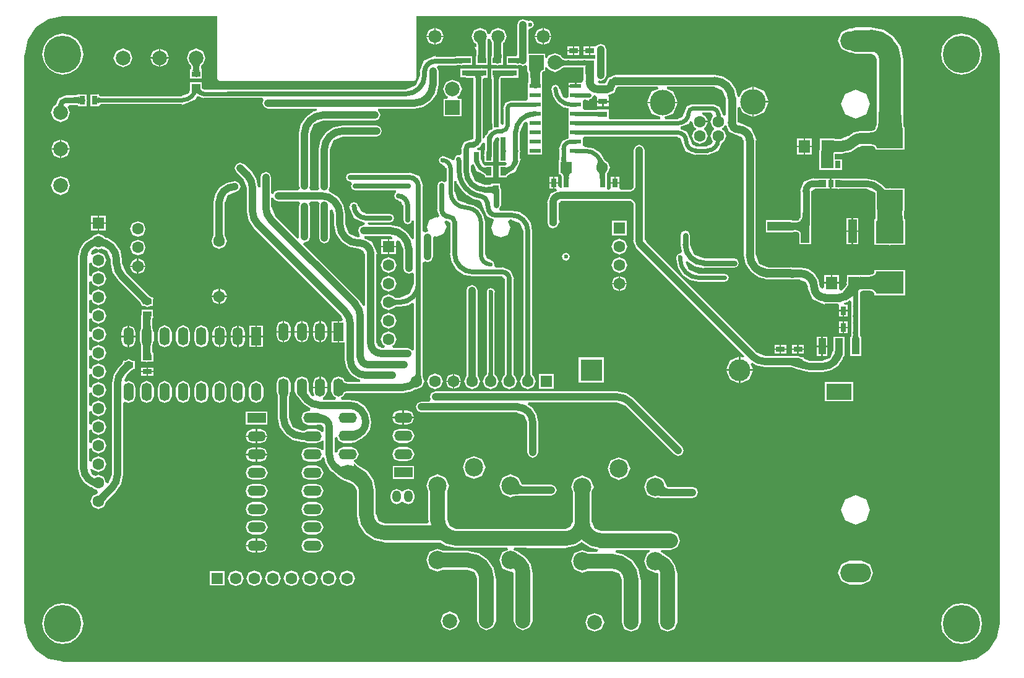
<source format=gbl>
G04*
G04 #@! TF.GenerationSoftware,Altium Limited,Altium Designer,20.0.10 (225)*
G04*
G04 Layer_Physical_Order=2*
G04 Layer_Color=16711680*
%FSTAX44Y44*%
%MOMM*%
G71*
G01*
G75*
%ADD10C,0.6000*%
%ADD11C,1.0000*%
%ADD12C,0.7000*%
%ADD13C,0.9000*%
%ADD14C,2.0000*%
%ADD15C,1.5000*%
%ADD16C,0.8000*%
%ADD18C,1.6000*%
%ADD25R,0.7000X1.2502*%
%ADD26R,0.7000X1.2500*%
%ADD27R,1.2502X0.7000*%
%ADD28R,1.2500X0.7000*%
%ADD31R,0.8000X1.2000*%
%ADD35R,1.2000X0.8000*%
%ADD36R,1.5500X0.6000*%
%ADD37C,1.1000*%
%ADD43O,4.2000X2.6000*%
%ADD44O,1.2000X1.6000*%
%ADD45C,1.6000*%
%ADD46R,1.6000X1.6000*%
%ADD47C,2.0000*%
%ADD48R,1.6000X1.6000*%
%ADD49C,3.5000*%
%ADD50C,2.5000*%
%ADD51C,5.1200*%
%ADD52O,1.4000X2.5000*%
%ADD53R,1.4000X2.5000*%
%ADD54O,2.5000X1.4000*%
%ADD55R,2.5000X1.4000*%
%ADD56C,3.0000*%
%ADD57R,3.0000X3.0000*%
%ADD58C,2.0000*%
%ADD59R,2.0000X2.0000*%
%ADD60R,2.0000X2.0000*%
%ADD61C,1.8000*%
%ADD62C,0.6000*%
%ADD63C,1.2000*%
%ADD64C,3.0000*%
%ADD65R,1.6000X1.8000*%
%ADD66R,3.8200X3.0300*%
%ADD67R,3.8200X3.0300*%
%ADD68R,1.1000X2.2000*%
%ADD69R,1.1000X2.2000*%
%ADD70R,3.5000X2.2000*%
%ADD71R,0.7000X1.0000*%
%ADD72R,3.6000X2.7000*%
%ADD73R,1.2500X3.2000*%
%ADD74R,3.2000X1.2500*%
%ADD75C,1.3000*%
%ADD76C,3.2000*%
%ADD77R,1.6961X2.3994*%
G36*
X0129Y00891999D02*
X01309899Y00888041D01*
X01326769Y00876769D01*
X01338041Y00859899D01*
X01341999Y0084D01*
X01342423D01*
X01342423Y0006D01*
X01341999D01*
X01338041Y00040101D01*
X01326769Y00023231D01*
X01309899Y00011959D01*
X0129Y00008001D01*
Y00007577D01*
X0006D01*
Y00008001D01*
X00040101Y00011959D01*
X00023231Y00023231D01*
X00011959Y00040101D01*
X00008001Y0006D01*
X00007577D01*
X00007577Y0006D01*
X00007577Y00837D01*
X00008001Y0084D01*
X00008001D01*
X00008001Y0084D01*
X00011959Y00859899D01*
X00023231Y00876769D01*
X00040101Y00888041D01*
X0006Y00891999D01*
Y00892423D01*
X00271129Y00892423D01*
Y00808D01*
X00272556Y00804556D01*
X00276Y00803129D01*
X005395Y00803129D01*
X00542944Y00804556D01*
X00544371Y00808D01*
Y00892423D01*
X0129Y00892423D01*
Y00891999D01*
D02*
G37*
%LPC*%
G36*
X00655413Y00876301D02*
X00646993Y00872814D01*
X00645036Y00868088D01*
X00641789D01*
X00639832Y00872814D01*
X00631413Y00876301D01*
X00622993Y00872814D01*
X00619506Y00864395D01*
X00622993Y00855975D01*
X00625464Y00854952D01*
X00625575Y00854867D01*
X00625609Y00854829D01*
X00625696Y00854688D01*
X00625812Y00854429D01*
X00625877Y00854231D01*
Y00852566D01*
X00625777Y00850248D01*
X00625673Y00849997D01*
X00625537Y00849794D01*
X00623729D01*
X00625877Y00844608D01*
Y00836972D01*
X00625453D01*
X00625319Y00834942D01*
X00625453Y00834617D01*
Y00824972D01*
X00641453D01*
Y00833972D01*
X00641453Y00834618D01*
X00641588Y00834942D01*
X00641453Y00836972D01*
X0064103Y00839797D01*
Y00849794D01*
X00641047D01*
X0064103Y00849834D01*
Y00858869D01*
X00641789Y00860701D01*
X00645036D01*
X00646993Y00855975D01*
X00647423Y00855798D01*
Y00837463D01*
X00647344Y00837034D01*
X00647327Y00836972D01*
X00646453Y00836972D01*
X00646319Y00834942D01*
X00646441Y00834648D01*
X00646439Y00834232D01*
X00646453Y00834215D01*
Y00824972D01*
X00654452D01*
X00655Y00824745D01*
X00655548Y00824972D01*
X00662453D01*
Y00832024D01*
X00662577Y00832322D01*
Y00834915D01*
X00662588Y00834942D01*
X00662577Y00834968D01*
Y00835009D01*
X00662586Y00835033D01*
X00662577Y00835247D01*
Y00855403D01*
X00662582Y00855423D01*
X00662596Y00855464D01*
X00663831Y00855975D01*
X00667319Y00864395D01*
X00663831Y00872814D01*
X00655413Y00876301D01*
D02*
G37*
G36*
X00570412Y00875887D02*
Y00865395D01*
X00580905D01*
X00577831Y00872814D01*
X00570412Y00875887D01*
D02*
G37*
G36*
X00568412Y00875887D02*
X00560993Y00872814D01*
X0055792Y00865395D01*
X00568412D01*
Y00875887D01*
D02*
G37*
G36*
X00718412Y00875887D02*
Y00865395D01*
X00728905D01*
X00725832Y00872814D01*
X00718412Y00875887D01*
D02*
G37*
G36*
X00716413D02*
X00708994Y00872814D01*
X0070592Y00865395D01*
X00716413D01*
Y00875887D01*
D02*
G37*
G36*
X00568412Y00863395D02*
X0055792D01*
X00560993Y00855975D01*
X00568412Y00852903D01*
Y00863395D01*
D02*
G37*
G36*
X00728905Y00863395D02*
X00718412D01*
Y00852903D01*
X00725832Y00855975D01*
X00728905Y00863395D01*
D02*
G37*
G36*
X00716413D02*
X0070592D01*
X00708994Y00855975D01*
X00716413Y00852903D01*
Y00863395D01*
D02*
G37*
G36*
X00580905Y00863395D02*
X00570412D01*
Y00852902D01*
X00577831Y00855975D01*
X00580905Y00863395D01*
D02*
G37*
G36*
X0078Y00850997D02*
X00773D01*
Y00845997D01*
X0078D01*
Y00850997D01*
D02*
G37*
G36*
X00767D02*
X0076D01*
Y00845997D01*
X00767D01*
Y00850997D01*
D02*
G37*
G36*
X00758D02*
X00751D01*
Y00845997D01*
X00758D01*
Y00850997D01*
D02*
G37*
G36*
X0078Y00843997D02*
X00773D01*
Y00838997D01*
X0078D01*
Y00843997D01*
D02*
G37*
G36*
X00767Y00843997D02*
X0076D01*
Y00838997D01*
X00767D01*
Y00843997D01*
D02*
G37*
G36*
X00758D02*
X00751D01*
Y00838997D01*
X00758D01*
Y00843997D01*
D02*
G37*
G36*
X001935Y00847572D02*
Y00835997D01*
X00205074D01*
X00201684Y00844182D01*
X001935Y00847572D01*
D02*
G37*
G36*
X001915D02*
X00183316Y00844182D01*
X00179925Y00835997D01*
X001915D01*
Y00847572D01*
D02*
G37*
G36*
X006895Y00888324D02*
X00684143Y00886105D01*
X00681923Y00880747D01*
Y00839878D01*
X00681423Y00837107D01*
X00681099Y00836972D01*
X00667454D01*
Y00824972D01*
X00680453D01*
X00681099Y00824972D01*
X00681423Y00824838D01*
X00681678Y00824855D01*
X00681682Y00824854D01*
X00683453Y00824972D01*
X00686434Y00825019D01*
X00687186D01*
X006895Y00824061D01*
X0069285Y00825448D01*
X0069585Y00823444D01*
Y00819497D01*
X0069585Y00819165D01*
X00695788Y00819084D01*
X00695797Y00818724D01*
X00695716Y00818528D01*
X0069585Y00816497D01*
X00697315Y00813606D01*
Y00807783D01*
X006973Y00807747D01*
X00697315Y00807711D01*
Y00801135D01*
X00696765D01*
Y00791435D01*
X00696765Y00791135D01*
Y00788435D01*
X00696765Y00788135D01*
Y00779147D01*
X00696765Y00778435D01*
X00695046Y00776147D01*
X00673737D01*
Y00776578D01*
X00665902Y00773333D01*
X00662657Y00765497D01*
X00663088D01*
Y0074435D01*
X0066175Y00743565D01*
X00660731Y00743933D01*
X00659098Y00745488D01*
X00659203Y00745741D01*
Y008062D01*
X00659365Y00806807D01*
X00659564Y00807294D01*
X00659676Y00807478D01*
X00675453D01*
X00676647Y00807972D01*
X00683453D01*
Y00819972D01*
X00676647D01*
X00675453Y00820467D01*
X00654454D01*
X0065326Y00819972D01*
X00646453D01*
Y00810972D01*
X00646453Y00810668D01*
X00646405Y00810608D01*
X00646412Y00810224D01*
X00646319Y00809997D01*
X00646453Y00807972D01*
X00647297Y0080498D01*
Y00745741D01*
X00647749Y00744647D01*
Y00737491D01*
X00647749Y00737491D01*
X00647749D01*
X00645224Y00736124D01*
X00643208Y00735289D01*
X00641506Y0073118D01*
X00640716Y00730234D01*
X00639849Y0072931D01*
X00639574Y0072905D01*
X00639511Y00728998D01*
X0063825Y00728998D01*
X00638116Y00726984D01*
X00638209Y00726755D01*
X00638202Y00726363D01*
X0063825Y00726303D01*
X0063525Y00724924D01*
X00634744Y00725352D01*
Y00806277D01*
X00635594Y00806628D01*
X00636151Y00807972D01*
X00641453D01*
Y00819972D01*
X00634707D01*
X00633453Y00820492D01*
Y00820895D01*
X00632478Y00820492D01*
X006125D01*
X00611307Y00819997D01*
X006045D01*
Y00807997D01*
X00611307D01*
X006125Y00807503D01*
X00621756D01*
Y0072426D01*
X00620969Y00723934D01*
X0061825Y00723257D01*
Y00723257D01*
X00608874Y00719373D01*
X00604991Y00709997D01*
X00605506D01*
Y00703934D01*
X00603675Y00701631D01*
X00602671Y00701567D01*
X00601751Y00701948D01*
X00600499Y00701429D01*
X00599127Y00701341D01*
X00598461Y00700585D01*
X00597542Y00700204D01*
X00597023Y00698951D01*
X00596116Y00697922D01*
X0059618Y00696917D01*
X00595798Y00695994D01*
X00595186Y00695177D01*
X00592259Y00695042D01*
X00591853Y00696023D01*
X00579955Y00700951D01*
Y00700082D01*
X00576129Y00698497D01*
X00574543Y0069467D01*
X00576129Y00690843D01*
X00579955Y00689258D01*
Y00687962D01*
X00582668Y00686838D01*
X00583792Y00684125D01*
X00585088D01*
Y00666248D01*
X00582088Y00664818D01*
X0057875Y006662D01*
X0057454Y00664457D01*
X00572797Y00660247D01*
Y00626997D01*
X00572014D01*
X0057551Y00618558D01*
X00573214Y00616262D01*
X0057156Y00616947D01*
X00561993Y00612984D01*
X0055803Y00603417D01*
X00560172Y00598246D01*
X00559Y00597074D01*
X00555703Y00595708D01*
X00552703Y00597713D01*
Y00658997D01*
X00553713D01*
X00548085Y00672582D01*
X005345Y0067821D01*
Y006772D01*
X004535D01*
X00449291Y00675457D01*
X00447547Y00671247D01*
X00449291Y00667038D01*
X004535Y00665294D01*
X00453949D01*
X00455701Y00662294D01*
X00454547Y00659507D01*
X00456291Y00655297D01*
X004605Y00653554D01*
X00515885D01*
X00516482Y00650554D01*
X00515041Y00649957D01*
X00513297Y00645747D01*
X00515041Y00641538D01*
X0051925Y00639794D01*
Y0063868D01*
X00523268Y00637015D01*
X00524933Y00632997D01*
X00526047D01*
Y00612497D01*
X0052779Y00608288D01*
X00532Y00606544D01*
X0053621Y00608288D01*
X00537953Y00612497D01*
X00540797Y0061212D01*
Y00587631D01*
X00537797Y00586721D01*
X00531459Y00596206D01*
X00520742Y00603367D01*
X005081Y00605882D01*
Y00605824D01*
X00479097D01*
X00477315Y00608824D01*
X00477707Y00609544D01*
X0050725D01*
X0051146Y00611288D01*
X00513203Y00615497D01*
X0051146Y00619707D01*
X0050725Y0062145D01*
X00475D01*
Y00622276D01*
X00468303Y0062505D01*
X00465529Y00631747D01*
X00464703D01*
X0046296Y00635957D01*
X0045875Y006377D01*
X0045454Y00635957D01*
X00452797Y00631747D01*
X00451458D01*
X00458353Y00615101D01*
X00472Y00609448D01*
X00473506Y00608824D01*
X00473194Y00607252D01*
D01*
X00473158Y00607075D01*
D01*
X00472923Y00605892D01*
X0047175Y00605824D01*
X00470215Y00605188D01*
X00466393Y00603605D01*
X00464173Y00598247D01*
X00466393Y0059289D01*
X0046675Y00590039D01*
X0046375Y00589269D01*
X00452098Y00594095D01*
X00446899Y00606647D01*
X00446827D01*
Y00620597D01*
X00446885D01*
X0044437Y00633239D01*
X00437209Y00643956D01*
X00426492Y00651117D01*
X00425669Y00651281D01*
X00424089Y00654654D01*
X00425577Y00658247D01*
Y00709473D01*
X00425649D01*
X00430848Y00722025D01*
X004434Y00727225D01*
Y00727297D01*
X00489438D01*
X00494796Y00729516D01*
X00497015Y00734873D01*
X00494796Y00740231D01*
X00489438Y0074245D01*
X004434D01*
Y00742508D01*
X00430758Y00739993D01*
X00420041Y00732832D01*
X0041288Y00722115D01*
X00410365Y00709473D01*
X00410423D01*
Y00658247D01*
X00411326Y00656068D01*
X00409659Y00653574D01*
X0039937D01*
X00397366Y00656574D01*
X00398577Y00659497D01*
Y00731097D01*
X00398649D01*
X00403848Y00743649D01*
X004164Y00748848D01*
Y00748921D01*
X0048725D01*
X00492608Y0075114D01*
X00494827Y00756497D01*
X00492608Y00761855D01*
X00491242Y00762421D01*
X00491838Y00765421D01*
X005411D01*
Y00765362D01*
X00553742Y00767877D01*
X00564459Y00775038D01*
X0057162Y00785755D01*
X00574135Y00798397D01*
X00574077D01*
Y00816747D01*
X00572068Y00821597D01*
X00573285Y00824597D01*
X00598444D01*
X00599524Y00825044D01*
X006045D01*
X006045Y00824997D01*
X00606271Y00824878D01*
X00606276Y0082488D01*
X00606531Y00824863D01*
X00606855Y00824997D01*
X006205D01*
Y00836997D01*
X006075D01*
X00606855Y00836997D01*
X00606531Y00837132D01*
X00606276Y00837115D01*
X00606271Y00837116D01*
X006045Y00836997D01*
X00601519Y0083695D01*
X005985D01*
X0059742Y00836503D01*
X0057D01*
Y00837721D01*
X00554477Y00831291D01*
X00548048Y00815769D01*
X00549266D01*
Y00811147D01*
X00549194D01*
X00543519Y00797447D01*
X00529819Y00791772D01*
Y007917D01*
X0034275D01*
X00342038Y00791405D01*
X00313546Y00791159D01*
X0025275D01*
Y00792479D01*
X002505Y00793411D01*
Y00801997D01*
X002345D01*
Y00792479D01*
X00234377Y00792254D01*
X00234409Y00792147D01*
X00234366Y00792044D01*
X00234357Y0079085D01*
X00232684Y00786813D01*
X002235Y00783008D01*
Y00782409D01*
X00111018D01*
X00110567Y00782529D01*
X00110192Y00782681D01*
X00109985Y00782806D01*
X00109913Y00782873D01*
X00109907Y00782881D01*
X00109905Y00782887D01*
X00109872Y00783195D01*
X0010975Y0078342D01*
Y00784997D01*
X00107719Y00785131D01*
X00107667Y0078511D01*
X00107491Y00785119D01*
X00107266Y00784997D01*
X0009775D01*
Y00768997D01*
X0010675D01*
X00107266Y00768997D01*
X00107491Y00768875D01*
X00107667Y00768884D01*
X00107719Y00768863D01*
X0010975Y00768997D01*
Y0076911D01*
X00112331Y00771585D01*
X002235D01*
Y0077002D01*
X00241869Y00777628D01*
X00244121Y00783065D01*
X0025275Y00779491D01*
Y00780335D01*
X00313546D01*
X00333531Y00780163D01*
X00335143Y00777149D01*
X00333423Y00772997D01*
X00335643Y0076764D01*
X00341Y00765421D01*
X00407501D01*
X00407796Y00762421D01*
X00403758Y00761617D01*
X00393041Y00754456D01*
X0038588Y00743739D01*
X00383365Y00731097D01*
X00383423D01*
Y00659497D01*
X00384634Y00656574D01*
X0038263Y00653574D01*
X00355D01*
X00349642Y00651355D01*
X00348451Y00648478D01*
X00345451Y00649074D01*
Y00671373D01*
X00343232Y00676731D01*
X00337874Y0067895D01*
X00332517Y00676731D01*
X00330297Y00671373D01*
Y00657613D01*
X00327297Y00657318D01*
X0032487Y0066952D01*
X00317709Y00680237D01*
X00317668Y00680196D01*
X00308434Y00689431D01*
X00303076Y0069165D01*
X00297719Y00689431D01*
X00295499Y00684073D01*
X00297719Y00678716D01*
X00306953Y00669481D01*
X00306902Y0066943D01*
X00312101Y00656878D01*
X00312173D01*
Y006245D01*
X0031214D01*
X00314557Y00612349D01*
X0032144Y00602048D01*
X00321464Y00602071D01*
X00321464Y00602071D01*
X00440703Y00482832D01*
X00440652Y00482781D01*
X00443136Y00476784D01*
X00441469Y0047429D01*
X00438205D01*
Y00459789D01*
Y00445289D01*
X00445923D01*
Y00421268D01*
X00445977Y00421139D01*
X00448126Y00410335D01*
X00454319Y00401066D01*
X00463588Y00394873D01*
X00467141Y00394166D01*
X00466846Y00391166D01*
X00448649D01*
X00448634Y00391168D01*
X00447318Y0039147D01*
X00446291Y00391828D01*
X00445681Y00392144D01*
X00444094Y00395978D01*
X00437205Y00398831D01*
X00430317Y00395978D01*
X00427464Y0038909D01*
Y00378089D01*
X00430317Y00371201D01*
X00433642Y00369824D01*
X00433045Y00366824D01*
X00416365D01*
X00415769Y00369824D01*
X00419094Y00371201D01*
X00421947Y00378089D01*
Y00382589D01*
X00412205D01*
X00402464D01*
Y00378089D01*
X00404472Y0037324D01*
X00402507Y0037123D01*
X00399717Y00372059D01*
X00396947Y00378747D01*
Y0038909D01*
X00394094Y00395978D01*
X00387205Y00398831D01*
X00380317Y00395978D01*
X00377464Y0038909D01*
Y00378089D01*
X00380317Y00371201D01*
X0038192Y00370537D01*
X00386316Y00364936D01*
X00388951Y00360993D01*
X00398861Y00354371D01*
X00398727Y00352399D01*
X00398362Y00351371D01*
X00395867D01*
X00388979Y00348518D01*
X00386126Y0034163D01*
X00388979Y00334742D01*
X00395867Y00331888D01*
X00406867D01*
X00408759Y00332672D01*
X00408787Y00332668D01*
X004094Y0033283D01*
X00412367Y00332909D01*
Y00332909D01*
X00414981Y00331777D01*
X00416029Y00329247D01*
X00417173D01*
Y00323107D01*
X00414173Y0032251D01*
X00413756Y00323518D01*
X00406867Y00326371D01*
X00395867D01*
X00390641Y00324207D01*
X00387605D01*
Y00324279D01*
X00375053Y00329478D01*
X00369854Y0034203D01*
X00369782D01*
Y00371031D01*
X00369875Y00371806D01*
X00370042Y00372694D01*
X00370227Y00373437D01*
X00370415Y00374002D01*
X00370648Y00374517D01*
X00370663Y00374981D01*
X0037084Y00375409D01*
X00370839Y00375414D01*
X00371947Y00378089D01*
Y0038909D01*
X00369094Y00395978D01*
X00362205Y00398831D01*
X00355317Y00395978D01*
X00352464Y0038909D01*
Y00378089D01*
X00353572Y00375414D01*
X0035357Y00375409D01*
X00353748Y00374981D01*
X00353763Y00374517D01*
X00353996Y00374002D01*
X00354184Y00373437D01*
X00354369Y00372694D01*
X00354526Y00371857D01*
X00354629Y00370435D01*
Y0034203D01*
X00354571D01*
X00357085Y00329388D01*
X00364246Y00318671D01*
X00374963Y0031151D01*
X00387605Y00308995D01*
Y00309053D01*
X00390641D01*
X00395867Y00306888D01*
X00406867D01*
X00413756Y00309742D01*
X00414173Y0031075D01*
X00417173Y00310153D01*
Y00298107D01*
X00414173Y0029751D01*
X00413756Y00298518D01*
X00406867Y00301371D01*
X00395867D01*
X00388979Y00298518D01*
X00386126Y0029163D01*
X00388979Y00284742D01*
X00395867Y00281888D01*
X00406867D01*
X00413756Y00284742D01*
X00414973Y0028768D01*
X00418093Y00287373D01*
X00419607Y00279761D01*
X00426679Y00269177D01*
X00429742Y0026713D01*
X00432885Y00264561D01*
X00432916Y00264552D01*
X00432932Y00264524D01*
X00435951Y00262192D01*
X00436011Y00262176D01*
X00436044Y00262124D01*
X0043664Y00261712D01*
X00436725Y00261694D01*
X00436777Y00261625D01*
X00436856Y00261579D01*
X00437362Y00260359D01*
X00440081Y00259233D01*
X00440566Y00258063D01*
X0044975Y00254258D01*
X004501D01*
Y00254186D01*
X00455458Y00251967D01*
X00455862Y00251703D01*
X00457872Y00250206D01*
X00459574Y00248764D01*
X00462439Y00241847D01*
X00462511D01*
Y00209647D01*
X00463004Y00208458D01*
X0046567Y00195054D01*
X00473936Y00182683D01*
X00486307Y00174417D01*
X00499711Y00171751D01*
X005009Y00171259D01*
X00577323D01*
X0058382Y00166917D01*
X00597224Y00164251D01*
X00598413Y00163759D01*
X00668352D01*
X00668949Y00160758D01*
X00661915Y00157845D01*
X00657318Y00146747D01*
X00661915Y00135649D01*
X00673013Y00131053D01*
X00675316Y00132007D01*
X00676246Y0012976D01*
X00677011D01*
Y00063747D01*
X00680816Y00054563D01*
X0069Y00050759D01*
X00699184Y00054563D01*
X00702989Y00063747D01*
Y0012976D01*
X00702179Y00131714D01*
X00700318Y0014107D01*
X00693912Y00150659D01*
X00684476Y00156963D01*
X00684111Y00157845D01*
X00677077Y00160758D01*
X00677674Y00163759D01*
X00694537D01*
X00695Y00163567D01*
X00748409D01*
X00749853Y00164165D01*
X00761906Y00166562D01*
X00769877Y00171889D01*
X00781807Y00163917D01*
X0079231Y00161828D01*
X00792708Y00161236D01*
X00791108Y00158236D01*
X00777533D01*
X00771Y00160942D01*
X00759902Y00156345D01*
X00755306Y00145247D01*
X00759902Y00134149D01*
X00771Y00129552D01*
X00777533Y00132259D01*
X008126D01*
Y00132186D01*
X00821326Y00128572D01*
X0082494Y00119847D01*
X00825012D01*
Y00061747D01*
X00828816Y00052563D01*
X00838Y00048759D01*
X00847185Y00052563D01*
X00850989Y00061747D01*
Y00119847D01*
X00850497Y00121036D01*
X0084783Y0013444D01*
X00839564Y00146811D01*
X00827193Y00155077D01*
X00816691Y00157166D01*
X00816293Y00157759D01*
X00817893Y00160758D01*
X00862869D01*
X00863454Y00157816D01*
X00859902Y00156345D01*
X00855305Y00145247D01*
X00859902Y00134149D01*
X00871Y00129552D01*
X0087331Y0013051D01*
X00874248Y00128247D01*
X00875012D01*
Y00061747D01*
X00878816Y00052563D01*
X00888Y00048759D01*
X00897185Y00052563D01*
X00900989Y00061747D01*
Y00128247D01*
X0090018Y001302D01*
X00898318Y00139562D01*
X00891908Y00149155D01*
X00882462Y00155467D01*
X00882098Y00156345D01*
X00878546Y00157816D01*
X00879131Y00160758D01*
X00892D01*
X00901184Y00164563D01*
X00904989Y00173747D01*
X00901184Y00182932D01*
X00892Y00186736D01*
X007964D01*
Y00186808D01*
X00787675Y00190422D01*
X00784061Y00199147D01*
X00783989D01*
Y00240721D01*
X00786695Y00247254D01*
X00782098Y00258351D01*
X00771Y00262948D01*
X00759902Y00258351D01*
X00755306Y00247254D01*
X00758012Y00240721D01*
Y00199147D01*
X00757708D01*
X00754984Y00192571D01*
X00748409Y00189848D01*
Y00189544D01*
X00695453D01*
X0069499Y00189736D01*
X00598413D01*
Y00189808D01*
X00589688Y00193422D01*
X00586074Y00202147D01*
X00586002D01*
Y00242221D01*
X00588708Y00248754D01*
X00584111Y00259851D01*
X00573013Y00264448D01*
X00561915Y00259851D01*
X00557318Y00248754D01*
X00560024Y00242221D01*
Y00202147D01*
X00560517Y00200958D01*
X00560796Y00199555D01*
X00558893Y00197236D01*
X005009D01*
Y00197308D01*
X00492175Y00200922D01*
X00488561Y00209647D01*
X00488489D01*
Y00241847D01*
X00487996Y00243036D01*
X0048533Y0025644D01*
X00477064Y00268811D01*
X00464693Y00277077D01*
X00464681Y0027708D01*
X00462245Y00279284D01*
X00462091Y00279338D01*
X00462001Y00279475D01*
X00460193Y0028069D01*
X00459519Y00280826D01*
X00459258Y00280919D01*
X00458866Y00282222D01*
X00458858Y00284D01*
X00462138Y00285359D01*
X00464992Y00292247D01*
X00462138Y00299135D01*
X0045525Y00301989D01*
X0044425D01*
X00437362Y00299135D01*
X00435327Y00294223D01*
X00432327Y00294819D01*
Y00314675D01*
X00435327Y00315272D01*
X00437362Y00310359D01*
X0044425Y00307506D01*
X0045525D01*
X00458241Y00308745D01*
X00458768Y00308648D01*
X00459354Y00308416D01*
X00459769Y00308422D01*
X00460284Y00308644D01*
X00460838Y00308723D01*
X00468228Y0031309D01*
X00468274Y00313152D01*
X00468349Y00313168D01*
X0047089Y00314908D01*
X00471104Y00315237D01*
X00474495Y00317502D01*
X00480242Y00326102D01*
X00482197Y00335934D01*
X00482327Y00336247D01*
X00482338D01*
X00480009Y00347953D01*
X00473379Y00357876D01*
X00463456Y00364507D01*
X0045175Y00366835D01*
Y00366824D01*
X00441365D01*
X00440769Y00369824D01*
X00444094Y00371201D01*
X00445681Y00375035D01*
X00446291Y00375351D01*
X00447318Y00375709D01*
X00448634Y00376011D01*
X00448649Y00376013D01*
X00525321D01*
Y00375955D01*
X00537963Y00378469D01*
X00540563Y00380206D01*
X00542391Y00381115D01*
X00543282Y00380746D01*
X00543855Y00380984D01*
X00544Y00380923D01*
X00551654Y00384094D01*
X00554824Y00391747D01*
X00553218Y00395626D01*
X00553212Y0039604D01*
X00553058Y00396401D01*
X00552939Y00396742D01*
X00552834Y00397119D01*
X00552703Y0039778D01*
Y00524732D01*
X00552855Y00525497D01*
X00552703D01*
Y00554282D01*
X00555703Y00556286D01*
X00559Y00554921D01*
X00564358Y0055714D01*
X00566577Y00562497D01*
Y00588704D01*
X00568971Y0059096D01*
X0057156Y00589887D01*
X00581127Y0059385D01*
X0058509Y00603417D01*
X00582387Y00609943D01*
X00584683Y00612239D01*
X0058825Y00610761D01*
Y00610038D01*
X00588633Y0060988D01*
X00588791Y00609497D01*
X00590297D01*
Y00566897D01*
X00590145D01*
X00592543Y00554841D01*
X00599372Y00544619D01*
X00609594Y0053779D01*
X0062165Y00535392D01*
Y00535544D01*
X006621D01*
Y00534113D01*
X00663172Y00533669D01*
X00663615Y00532597D01*
X00665047D01*
Y00401182D01*
X00664921Y00400748D01*
X00664755Y00400312D01*
X00664567Y00399926D01*
X00664552Y003999D01*
X00663346Y00399401D01*
X00660176Y00391747D01*
X00663346Y00384094D01*
X00671Y00380923D01*
X00678654Y00384094D01*
X00681824Y00391747D01*
X00678654Y00399401D01*
X00677448Y003999D01*
X00677433Y00399925D01*
X00677245Y00400312D01*
X00677079Y00400748D01*
X00676953Y00401182D01*
Y00532597D01*
X00677686D01*
X00673121Y00543619D01*
X006621Y00548184D01*
Y0054745D01*
X00652276D01*
X00650271Y0055045D01*
X00650912Y00551997D01*
X00649327Y00555824D01*
X006455Y00557409D01*
Y00558482D01*
X00640716Y00560464D01*
X00638735Y00565247D01*
X00637662D01*
Y00609997D01*
X00637735D01*
X00635814Y00619654D01*
X00630344Y00627841D01*
X00622157Y00633311D01*
X006125Y00635232D01*
Y00635511D01*
X0060102Y00640267D01*
X00596264Y00651747D01*
X00595912D01*
Y00665911D01*
X00598912Y00666206D01*
X00599344Y00664034D01*
X00608273Y00650671D01*
X00612871Y00647599D01*
X00613097Y00647053D01*
X00614652Y00646409D01*
X00621637Y00641741D01*
X00630211Y00640036D01*
X00632132Y00637882D01*
X00632167Y00637796D01*
X0063249Y00637663D01*
X00632619Y00637681D01*
X00635732Y00630165D01*
X00635452Y00629747D01*
X00635452D01*
X00640445Y00617693D01*
X00649993Y00613738D01*
X00649993Y00611984D01*
X0064603Y00602417D01*
X00649993Y0059285D01*
X0065956Y00588887D01*
X00669127Y0059285D01*
X0067309Y00602417D01*
X00669724Y00610544D01*
X00671487Y00613544D01*
X0067475D01*
Y00613163D01*
X0068558Y00608677D01*
X00690066Y00597847D01*
X00690447D01*
Y00401182D01*
X00690321Y00400748D01*
X00690155Y00400312D01*
X00689967Y00399926D01*
X00689952Y003999D01*
X00688746Y00399401D01*
X00685576Y00391747D01*
X00688746Y00384094D01*
X006964Y00380923D01*
X00704054Y00384094D01*
X00707224Y00391747D01*
X00704054Y00399401D01*
X00702848Y003999D01*
X00702833Y00399925D01*
X00702645Y00400312D01*
X00702479Y00400748D01*
X00702353Y00401182D01*
Y00597847D01*
X00702432D01*
X00700325Y00608441D01*
X00694324Y00617421D01*
X00685343Y00623422D01*
X0067475Y00625529D01*
Y0062545D01*
X00657945D01*
X00657348Y0062845D01*
X00657842Y00628655D01*
X00659744Y00633247D01*
Y0065405D01*
X00659773D01*
X00658403Y00657357D01*
Y00662647D01*
X00650403D01*
X00649984Y00662647D01*
X00649837Y00662744D01*
X00649552Y00662732D01*
X00649433Y00662782D01*
X00647403Y00662647D01*
X00644549Y00660892D01*
X006374D01*
Y00660964D01*
X00624083Y0066648D01*
X00618566Y00679798D01*
X00618494D01*
Y00687376D01*
X00621385Y00690235D01*
X00621997Y00690221D01*
X0062253Y00688866D01*
X00622866Y00687831D01*
X00623192Y0068745D01*
X00626448Y00679589D01*
X0063323Y0067678D01*
X00633415Y00676591D01*
X00634438Y00676156D01*
X00635287Y00675739D01*
X00636004Y00675327D01*
X00636587Y00674929D01*
X00637037Y00674554D01*
X00637359Y00674217D01*
X00637568Y00673929D01*
X00637685Y00673696D01*
X00637742Y00673503D01*
X00637779Y00673115D01*
X00637903Y00672881D01*
Y0067114D01*
X00648904D01*
Y00687642D01*
X00640415D01*
X00640213Y00687758D01*
X0064007Y0068772D01*
X00639934Y00687776D01*
X00639609Y00687642D01*
X00638364D01*
X00635632Y00688773D01*
X00632413Y00696545D01*
X0063225D01*
Y00708244D01*
X00627513D01*
X00626916Y00711244D01*
X00631397Y007131D01*
X00633442Y00718037D01*
X0063668Y00719114D01*
X00637098Y00719024D01*
X0063825Y00718147D01*
Y00715496D01*
X0063825Y00714851D01*
X00638116Y00714527D01*
X0063825Y00712496D01*
X00638338Y00709533D01*
Y00708529D01*
X00638281Y00708244D01*
X0063725Y00708244D01*
X00637115Y00706214D01*
X00637174Y00706071D01*
X00637164Y00705759D01*
X0063725Y00705634D01*
Y00703243D01*
X00636215Y00700744D01*
X0063725D01*
Y00692244D01*
X0064925D01*
Y00705244D01*
X0064925Y00705889D01*
X00649384Y00706214D01*
X0064925Y00708244D01*
X00649162Y00711208D01*
Y00712496D01*
X0064925D01*
X00649385Y00714527D01*
X0064925Y00714851D01*
Y00719497D01*
X00650173Y00720747D01*
X00650173D01*
X00650173Y00720747D01*
X00652026Y00725219D01*
X00654809Y00726202D01*
X00657249Y00724475D01*
Y00721841D01*
X00656796Y00720747D01*
X00656796Y00720746D01*
Y00708244D01*
X0065675Y00708244D01*
X00656631Y00706473D01*
X00656632Y00706468D01*
X00656615Y00706214D01*
X0065675Y00705889D01*
Y00692244D01*
X00665398D01*
X00667325Y00690415D01*
X00667689Y00689558D01*
X00665872Y00687776D01*
X00665635Y00687678D01*
X00665381Y0068772D01*
X00665273Y00687642D01*
X00656902D01*
Y00680485D01*
X0065645Y00679391D01*
X00656902Y00678297D01*
Y0067114D01*
X00664903D01*
X0066539Y0067114D01*
X00665591Y00671024D01*
X00665803Y00671035D01*
X00665872Y00671006D01*
X00667903Y0067114D01*
X00667903Y00672688D01*
X00668019Y00672889D01*
X00668051Y00673133D01*
X00668075Y00673197D01*
X00668198Y00673389D01*
X00668461Y00673686D01*
X00668882Y00674061D01*
X00669462Y00674488D01*
X00670176Y00674939D01*
X00672144Y00675965D01*
X00673334Y00676496D01*
X00673397Y00676563D01*
X00679889Y00679252D01*
X00682928Y00686589D01*
X00683173Y00686858D01*
X00683625Y00688114D01*
X00684288Y00689871D01*
X00685271Y00692244D01*
X0068575D01*
Y00693401D01*
X00687132Y00696738D01*
X0068575D01*
Y00705244D01*
X0068575Y00705889D01*
X00685884Y00706214D01*
X00685867Y00706468D01*
X00685868Y00706473D01*
X0068575Y00708244D01*
X00685703Y00711225D01*
Y00732635D01*
X00685775D01*
X0069145Y00746335D01*
X00694271Y00747503D01*
X00696765Y00745836D01*
Y00740735D01*
X00696765Y00740435D01*
Y00737735D01*
X00696765Y00737435D01*
Y00728035D01*
X00696765Y00727735D01*
Y00725035D01*
X00696765Y00724735D01*
Y00715535D01*
X00696765Y00715035D01*
Y00712535D01*
X00696765Y00712035D01*
Y00702535D01*
X00716265D01*
Y00712035D01*
X00716265Y00712535D01*
Y00715035D01*
X00716265Y00715535D01*
Y00724735D01*
X00716265Y00725035D01*
Y00727735D01*
X00716265Y00728035D01*
Y00737435D01*
X00716265Y00737735D01*
Y00740435D01*
X00716265Y00740735D01*
Y00750435D01*
X00716265Y00750435D01*
Y00753035D01*
X00716265D01*
X00716265Y00753435D01*
Y00762735D01*
X00716265Y00763035D01*
Y00765735D01*
X00716265Y00766035D01*
Y00775435D01*
X00716265Y00775735D01*
Y00778435D01*
X00716265Y00778735D01*
Y00788135D01*
X00716265Y00788435D01*
Y00791135D01*
X00716265Y00791435D01*
Y00801135D01*
X00715715D01*
Y00813719D01*
X00715794Y00814085D01*
X00716098Y00815022D01*
X00716417Y00815678D01*
X00716702Y00816065D01*
X00716913Y00816242D01*
X00717076Y00816315D01*
X0071758Y00816382D01*
X0071778Y00816497D01*
X0071985D01*
Y00821651D01*
X0072285Y00822248D01*
X00724066Y00819313D01*
X0073325Y00815508D01*
X00742434Y00819313D01*
X00743027Y00820744D01*
X00743412Y00820991D01*
X00744072Y00821348D01*
X00744745Y00821648D01*
X00745435Y00821893D01*
X00745998Y00822044D01*
X00751D01*
X00751Y00821997D01*
X00752771Y00821878D01*
X00752776Y0082188D01*
X00753031Y00821863D01*
X00753355Y00821997D01*
X00764D01*
X00764645Y00821997D01*
X0076497Y00821863D01*
X00765224Y0082188D01*
X00765229Y00821878D01*
X00767Y00821997D01*
X00769981Y00822044D01*
X00772882D01*
Y00805579D01*
X00771996Y00802747D01*
X00769417Y00801135D01*
X00763015D01*
Y00796135D01*
X00762015D01*
Y00795135D01*
X00752265D01*
Y00791435D01*
X00752265Y00791135D01*
Y00788435D01*
X00752265Y00788135D01*
Y00781318D01*
X00749265Y00779313D01*
X00744714Y00781198D01*
X00740034Y00792497D01*
X00739662D01*
X00738077Y00796324D01*
X0073425Y00797909D01*
X00730423Y00796324D01*
X00728838Y00792497D01*
X00728726D01*
X00730803Y00782055D01*
X00736718Y00773203D01*
X0074557Y00767287D01*
X00752265Y00765956D01*
X00752265Y00765735D01*
Y00763035D01*
X00752265Y00762735D01*
Y00753435D01*
X00752265Y00753035D01*
Y00750435D01*
X00752265Y00750035D01*
Y00740435D01*
X00752265D01*
Y00737735D01*
X00752265D01*
Y0072831D01*
X00752265Y00727735D01*
X00751869Y00724899D01*
X00743749Y00721536D01*
X00739021Y00710122D01*
X00739838D01*
Y00695122D01*
X00739Y00695122D01*
X00738866Y00693098D01*
X00738944Y00692908D01*
X00738935Y00692549D01*
X00739Y00692463D01*
Y00675122D01*
X00741548D01*
X00741773Y00675D01*
X00742185Y00674957D01*
X00742284Y00674921D01*
X00742372Y00674863D01*
X00742506Y00674719D01*
X00742535Y00674672D01*
X00743018Y00671872D01*
X00742895Y0067006D01*
X00742897Y00670051D01*
X00742884Y00669842D01*
X00743018Y00669517D01*
Y00657296D01*
X00742664Y00656876D01*
X0074088Y00656691D01*
X00738018Y00659256D01*
Y00662872D01*
X00733018D01*
Y00655872D01*
X00735233D01*
X0073583Y00652872D01*
X00727831Y00649559D01*
X00722317Y00636247D01*
X00723173D01*
Y00609497D01*
X00723132D01*
X0072551Y00603757D01*
X0073125Y00601379D01*
Y00601421D01*
X00736608Y0060364D01*
X00738827Y00608997D01*
X00739161Y00609497D01*
X0074045D01*
X00738327Y00614624D01*
Y00636247D01*
X00739635D01*
X00740077Y00637313D01*
X00741143Y00637755D01*
Y00639063D01*
X00837035D01*
X00837988Y00638745D01*
X0083894Y00638233D01*
X00839712Y00637602D01*
X00840343Y0063683D01*
X00840855Y00635878D01*
X00841173Y00634924D01*
Y00584783D01*
X0084047D01*
X00845395Y00572892D01*
X00845892Y0057339D01*
X00992982Y00426301D01*
X00991315Y00423806D01*
X00987265Y00425484D01*
Y00408497D01*
X01004251D01*
X01001424Y00415323D01*
X01003743Y00417226D01*
X01009129Y00413627D01*
X01021771Y00411113D01*
Y00411171D01*
X01057981D01*
X01066719Y00408315D01*
X01066781Y0040832D01*
X01066829Y00408283D01*
X01069282Y00407623D01*
X01070299Y00406943D01*
X01081662Y00404683D01*
X01081686Y00404673D01*
X011005D01*
X01100585Y00404709D01*
X0111162Y00406904D01*
X01121047Y00413203D01*
X011241Y00417772D01*
X01124129Y00417779D01*
X01124406Y00418224D01*
X01124802Y00418568D01*
X01125307Y00419578D01*
X01127346Y0042263D01*
X01127684Y00424329D01*
X01128894Y00426747D01*
X011295Y00426747D01*
X01129634Y00428778D01*
X011295Y00429102D01*
X011295Y00429747D01*
Y00433457D01*
X01129541Y00433665D01*
X01129577Y0043375D01*
Y00439747D01*
X011295Y00439932D01*
Y00452747D01*
X011145D01*
Y00439932D01*
X01114423Y00439747D01*
Y0043375D01*
X0111403D01*
X01110067Y00424183D01*
X011005Y0042022D01*
Y00419827D01*
X01081686D01*
Y00420164D01*
X01074Y00423347D01*
Y00424747D01*
X01072397Y00424839D01*
X01072319Y00424824D01*
X01071632Y00424855D01*
X01071456Y00424747D01*
X01069807D01*
X01066Y00426324D01*
X01021771D01*
Y00426396D01*
X01009219Y00431595D01*
X01009168Y00431544D01*
X00858701Y00582011D01*
X00857788Y00584783D01*
X00857641Y00585138D01*
X00856327Y00587744D01*
Y0064664D01*
Y00708497D01*
X00854108Y00713855D01*
X0084875Y00716074D01*
X00843392Y00713855D01*
X00841173Y00708497D01*
Y00658355D01*
X00840855Y00657402D01*
X00840343Y0065645D01*
X00839712Y00655678D01*
X0083894Y00655047D01*
X00837988Y00654535D01*
X00837035Y00654217D01*
X00823832D01*
X00821518Y00655872D01*
X00821518Y00657217D01*
Y00662872D01*
X00809518D01*
Y00657217D01*
X00809518Y00655872D01*
X00807204Y00654217D01*
X00806832D01*
X00804518Y00655872D01*
X00804518Y00657217D01*
Y00668872D01*
X00804518Y00669518D01*
X00804652Y00669842D01*
X00804636Y00670097D01*
X00804637Y00670101D01*
X00804518Y00671872D01*
X00804471Y00674853D01*
Y00676286D01*
X00804563Y00676649D01*
X00804718Y0067712D01*
X00804747Y00677189D01*
X00805422Y00677469D01*
X00808592Y00685122D01*
X00805422Y00692776D01*
X00803325Y00693644D01*
X00803097Y00693811D01*
X00802714Y00694128D01*
X00802346Y00694473D01*
X0080152Y00695379D01*
X00801179Y00695812D01*
X00801178Y00695818D01*
X00800405Y00696974D01*
X00799922Y00697702D01*
X00799529Y00698395D01*
X00799377Y00698513D01*
X00795119Y00704885D01*
X00786051Y00710944D01*
X00775356Y00713072D01*
Y00713072D01*
X00772764Y00714058D01*
X00771765Y00715035D01*
Y00724323D01*
X00771765Y00725035D01*
X00773484Y00727323D01*
X00901513D01*
Y00726125D01*
X00905138Y00724623D01*
X0090664Y00720997D01*
X00906767D01*
X00912474Y00707221D01*
X0092625Y00701514D01*
Y00702585D01*
X0094225D01*
Y0070137D01*
X00957366Y00707631D01*
X00962088Y00719031D01*
X00964654Y00720094D01*
X00967824Y00727747D01*
X00964654Y00735401D01*
X0096261Y00736247D01*
Y00739247D01*
X00964654Y00740094D01*
X00965453Y00742023D01*
X00968453D01*
X00971989Y00733486D01*
X00985Y00728097D01*
Y00727971D01*
X00989401Y00726148D01*
X00991224Y00721747D01*
X00992132D01*
Y00565147D01*
X00992105D01*
X00994659Y0055231D01*
X0100193Y00541428D01*
X01012813Y00534156D01*
X01018414Y00533042D01*
X0102168Y00532076D01*
X01022Y0053197D01*
X01022Y00531497D01*
X01024031Y00531363D01*
X01024182Y00531426D01*
X01024504Y00531415D01*
X0102462Y00531497D01*
X01055D01*
X01055645Y00531497D01*
X01055969Y00531363D01*
X01056195Y00531378D01*
X01056202Y00531375D01*
X01058Y00531497D01*
X01060996Y00531629D01*
X0106925D01*
Y00531051D01*
X01076712Y0052796D01*
X01079583Y00521028D01*
X01079229Y00520497D01*
X01079229D01*
X01086045Y00504042D01*
X011025Y00497226D01*
Y00498379D01*
X01119676D01*
X01122Y00496747D01*
X01122Y00495379D01*
Y00489747D01*
X01128D01*
X01134D01*
Y00496747D01*
X01129549D01*
X01129253Y00499747D01*
X01133577Y00500607D01*
X01136401Y00502494D01*
X01139047Y0050108D01*
Y00496747D01*
X01139Y00496747D01*
X01138881Y00494976D01*
X01138883Y00494972D01*
X01138866Y00494717D01*
X01139Y00494392D01*
Y00483747D01*
X01139Y00483102D01*
X01138866Y00482778D01*
X01138883Y00482523D01*
X01138881Y00482518D01*
X01139Y00480747D01*
X01139047Y00477767D01*
Y00473747D01*
X01139Y00473747D01*
X01138881Y00471976D01*
X01138883Y00471972D01*
X01138866Y00471717D01*
X01139Y00471392D01*
Y00460747D01*
X01139Y00460102D01*
X01138866Y00459778D01*
X01138883Y00459523D01*
X01138881Y00459518D01*
X01139Y00457747D01*
X01139047Y00454767D01*
Y00453599D01*
X01138923Y00453063D01*
X01138815Y00452747D01*
X011375D01*
X01137365Y00450717D01*
X01137414Y004506D01*
X01137402Y00450319D01*
X011375Y00450169D01*
Y00426747D01*
X011525D01*
Y00449747D01*
X011525Y00450169D01*
X01152597Y00450319D01*
X01152586Y004506D01*
X01152634Y00450717D01*
X011525Y00452747D01*
X01151356Y00454894D01*
X01151Y00457747D01*
X01151119Y00459518D01*
X01151117Y00459523D01*
X01151134Y00459778D01*
X01151Y00460102D01*
Y00470747D01*
X01151Y00471393D01*
X01151134Y00471717D01*
X01151117Y00471972D01*
X01151119Y00471976D01*
X01151Y00473747D01*
X01150953Y00476728D01*
Y00480747D01*
X01151Y00480747D01*
X01151119Y00482518D01*
X01151117Y00482523D01*
X01151134Y00482778D01*
X01151Y00483102D01*
Y00493747D01*
X01151Y00494393D01*
X01151134Y00494717D01*
X01151117Y00494972D01*
X01151119Y00494976D01*
X01151Y00496747D01*
X01150953Y00499728D01*
Y00512736D01*
X01151096Y00513536D01*
X01153Y00515747D01*
X01155993Y00515923D01*
X01165043D01*
X0116657Y00515573D01*
X0116807Y0051505D01*
X01169188Y00514467D01*
X01169944Y00513869D01*
X01170403Y00513282D01*
X01170658Y00512667D01*
X01170782Y00511662D01*
X011709Y00511454D01*
Y00509897D01*
X0117293Y00509763D01*
X01172995Y0050979D01*
X01173196Y00509779D01*
X01173404Y00509897D01*
X012131D01*
Y00544197D01*
X011739D01*
X01173392Y00544197D01*
X01173175Y00544318D01*
X01172988Y00544308D01*
X0117293Y00544332D01*
X011709Y00544197D01*
X011709Y00542629D01*
X01170779Y00542411D01*
X0117065Y00541272D01*
X01170368Y0054053D01*
X01169883Y00539855D01*
X01169118Y00539197D01*
X01168007Y00538567D01*
X01166522Y00538004D01*
X0116479Y00537571D01*
X01153D01*
X01153Y00537747D01*
X01151121Y00537876D01*
X0115111Y00537872D01*
X01150969Y00537882D01*
X01150645Y00537747D01*
X01133D01*
Y00528736D01*
X01132176Y00526747D01*
X01132977Y00524814D01*
X01132492Y00523893D01*
X01131564Y00522434D01*
X01127308Y00516999D01*
X01125Y00516043D01*
X01122Y00518048D01*
Y00525747D01*
X01112D01*
X01102D01*
Y00521432D01*
X01099Y00519207D01*
X01098043Y00519498D01*
X01097629Y00520497D01*
X01096618D01*
X01096437Y00520933D01*
X01094448Y00530934D01*
X01088536Y00539783D01*
X01079687Y00545695D01*
X01069686Y00547685D01*
X0106925Y00547865D01*
X01058D01*
X01058Y00547997D01*
X01056202Y00548119D01*
X01056195Y00548117D01*
X01055969Y00548132D01*
X01055645Y00547997D01*
X01025505D01*
X01013481Y00552978D01*
X0100844Y00565147D01*
X01008368D01*
Y00721747D01*
X01009624D01*
X01002412Y00739159D01*
X00985Y00746372D01*
Y00746497D01*
X00985D01*
Y00746497D01*
X00983618D01*
Y00767101D01*
X0098656Y00767687D01*
X00989777Y00759922D01*
X01003701Y00754154D01*
Y00774846D01*
Y00795539D01*
X00989777Y00789771D01*
X00986332Y00781454D01*
X00983212Y00781761D01*
X00981187Y0079194D01*
X0097428Y00802277D01*
X00963943Y00809184D01*
X00951777Y00811604D01*
X0095175Y00811615D01*
X00816404D01*
Y00812098D01*
X00806178Y00807862D01*
X00803418Y008012D01*
X00801949Y00800591D01*
X00801752Y00800115D01*
X0079422D01*
X0079175Y00801394D01*
X00791688Y00802063D01*
X00794507Y00804143D01*
X0079625Y0080342D01*
X00801608Y0080564D01*
X00803827Y00810997D01*
Y00846747D01*
X00801608Y00852105D01*
X0079625Y00854324D01*
X00790892Y00852105D01*
X00790892Y00852105D01*
X00790753Y00851955D01*
X00789Y00850997D01*
X00782D01*
Y00844997D01*
Y00838997D01*
X00788673D01*
Y00833997D01*
X00776D01*
X00775355Y00833997D01*
X00775031Y00834132D01*
X00774776Y00834115D01*
X00774771Y00834116D01*
X00773Y00833997D01*
X00770019Y0083395D01*
X00767D01*
X00767Y00833997D01*
X00765229Y00834116D01*
X00765224Y00834115D01*
X0076497Y00834132D01*
X00764645Y00833997D01*
X00754D01*
X00753355Y00833997D01*
X00753031Y00834132D01*
X00752776Y00834115D01*
X00752771Y00834116D01*
X00751Y00833997D01*
X00748019Y0083395D01*
X00746479D01*
X0074589Y00834126D01*
X00745249Y00834381D01*
X00744632Y00834693D01*
X00744037Y00835065D01*
X00743459Y00835499D01*
X00743268Y0083567D01*
X00742434Y00837682D01*
X0073325Y00841486D01*
X00724066Y00837682D01*
X0072285Y00834747D01*
X0071985Y00835344D01*
Y00840497D01*
X00697077D01*
Y00873716D01*
X006995Y00875335D01*
X00703327Y0087692D01*
X00704912Y00880747D01*
X00703327Y00884574D01*
X006995Y00886159D01*
X00698128Y00885591D01*
X00694858Y00886105D01*
X00693745Y00886566D01*
X006895Y00888324D01*
D02*
G37*
G36*
X00205074Y00833997D02*
X001935D01*
Y00822423D01*
X00201684Y00825813D01*
X00205074Y00833997D01*
D02*
G37*
G36*
X001915D02*
X00179925D01*
X00183316Y00825813D01*
X001915Y00822423D01*
Y00833997D01*
D02*
G37*
G36*
X001425Y00847986D02*
X00133316Y00844182D01*
X00129511Y00834997D01*
X00133316Y00825813D01*
X001425Y00822009D01*
X00151684Y00825813D01*
X00155489Y00834997D01*
X00151684Y00844182D01*
X001425Y00847986D01*
D02*
G37*
G36*
X0129Y00868141D02*
X01279231Y00865999D01*
X01270101Y00859899D01*
X01264001Y00850769D01*
X01261859Y0084D01*
X01264001Y00829231D01*
X01270101Y00820101D01*
X01279231Y00814001D01*
X0129Y00811859D01*
X01300769Y00814001D01*
X01309899Y00820101D01*
X01315999Y00829231D01*
X01318141Y0084D01*
X01315999Y00850769D01*
X01309899Y00859899D01*
X01300769Y00865999D01*
X0129Y00868141D01*
D02*
G37*
G36*
X0006D02*
X00049231Y00865999D01*
X00040101Y00859899D01*
X00034001Y00850769D01*
X00031859Y0084D01*
X00034001Y00829231D01*
X00040101Y00820101D01*
X00049231Y00814001D01*
X0006Y00811859D01*
X00070769Y00814001D01*
X00079899Y00820101D01*
X00085999Y00829231D01*
X00088141Y0084D01*
X00085999Y00850769D01*
X00079899Y00859899D01*
X00070769Y00865999D01*
X0006Y00868141D01*
D02*
G37*
G36*
X002425Y00847986D02*
X00233316Y00844182D01*
X00229511Y00834997D01*
X00233316Y00825813D01*
X00234943Y00825139D01*
X00235161Y00824803D01*
X00235462Y00824232D01*
X00235721Y0082362D01*
X00235936Y00822963D01*
X00236006Y00822676D01*
Y00819991D01*
X00235905Y00819494D01*
X00235761Y00819012D01*
X00235754Y00818997D01*
X002345D01*
X00234366Y00816967D01*
X00234424Y00816825D01*
X00234414Y00816514D01*
X002345Y00816389D01*
Y00806997D01*
X00241306D01*
X002425Y00806503D01*
X00243694Y00806997D01*
X002505D01*
Y00815997D01*
X002505Y00816389D01*
X00250586Y00816514D01*
X00250576Y00816825D01*
X00250634Y00816967D01*
X002505Y00818997D01*
X00248994Y00821893D01*
Y00822676D01*
X00249064Y00822963D01*
X00249279Y0082362D01*
X00249538Y00824232D01*
X00249839Y00824803D01*
X00250057Y00825139D01*
X00251684Y00825813D01*
X00255489Y00834997D01*
X00251684Y00844182D01*
X002425Y00847986D01*
D02*
G37*
G36*
X00761015Y00801135D02*
X00752265D01*
Y00797135D01*
X00761015D01*
Y00801135D01*
D02*
G37*
G36*
X00082781Y00785131D02*
X0008075Y00784997D01*
X00077854Y00783491D01*
X0006475D01*
Y0078413D01*
X00054226Y00779771D01*
X00050261Y00770197D01*
X00047816Y00769184D01*
X00044011Y0076D01*
X00047816Y00750816D01*
X00057Y00747011D01*
X00066185Y00750816D01*
X00069989Y0076D01*
X00066881Y00767503D01*
X00068786Y00770503D01*
X00079756D01*
X00080254Y00770403D01*
X00080735Y00770258D01*
X0008075Y00770251D01*
Y00768997D01*
X00082781Y00768863D01*
X00082922Y00768921D01*
X00083233Y00768911D01*
X00083359Y00768997D01*
X0009275D01*
Y00775804D01*
X00093244Y00776997D01*
X0009275Y00778191D01*
Y00784997D01*
X0008375D01*
X00083359Y00784997D01*
X00083233Y00785083D01*
X00082922Y00785073D01*
X00082781Y00785131D01*
D02*
G37*
G36*
X01005701Y00795539D02*
Y00775846D01*
X01025394D01*
X01019626Y00789771D01*
X01005701Y00795539D01*
D02*
G37*
G36*
X005935Y00805236D02*
X00584316Y00801432D01*
X00580511Y00792247D01*
X00584316Y00783063D01*
X0058725Y00781847D01*
X00586654Y00778847D01*
X005815D01*
Y00754847D01*
X006055D01*
Y00778847D01*
X00600346D01*
X0059975Y00781847D01*
X00602684Y00783063D01*
X00606489Y00792247D01*
X00602684Y00801432D01*
X005935Y00805236D01*
D02*
G37*
G36*
X01025394Y00773846D02*
X01005701D01*
Y00754154D01*
X01019626Y00759922D01*
X01025394Y00773846D01*
D02*
G37*
G36*
X01145Y00791771D02*
X01130841Y00785907D01*
X01124976Y00771747D01*
X01130841Y00757588D01*
X01145Y00751723D01*
X01159159Y00757588D01*
X01165024Y00771747D01*
X01159159Y00785907D01*
X01145Y00791771D01*
D02*
G37*
G36*
X011666Y00877148D02*
X01145D01*
X01139774Y00874983D01*
X01137D01*
X01125519Y00870228D01*
X01120764Y00858747D01*
X01125519Y00847267D01*
X01137Y00842511D01*
X01139774D01*
X01145Y00840347D01*
X011666D01*
Y00840275D01*
X01171498Y00838245D01*
X01173527Y00833347D01*
X01173599D01*
Y00743034D01*
X01172Y00740247D01*
X0117196Y0073885D01*
X01171978Y00738663D01*
X01171884Y00738501D01*
X01171775Y00737675D01*
X01171575Y00737224D01*
X01171187Y0073676D01*
X01170504Y00736256D01*
X01169468Y00735752D01*
X01168067Y00735296D01*
X01166828Y0073503D01*
X01152614D01*
X01151241Y00734461D01*
X01142913Y00732805D01*
X01135852Y00728087D01*
X01134479Y00727518D01*
X01134192Y00727806D01*
X01126661Y00724687D01*
X01126661Y00724687D01*
Y00724687D01*
X01124264Y0072403D01*
X01116D01*
X01116Y00724747D01*
X01113969Y00724882D01*
X01113647Y00724748D01*
X01113221Y00724748D01*
X0111322Y00724747D01*
X01096D01*
Y0071443D01*
X01095717Y00713747D01*
X01096Y00713065D01*
Y00709286D01*
X0109598Y00709278D01*
X01095346Y00707747D01*
Y00683753D01*
X010955Y0068338D01*
Y00681747D01*
X01097126D01*
X01097511Y00681588D01*
X01114471D01*
X01114855Y00681747D01*
X011265D01*
Y00695747D01*
X01116636D01*
Y00703465D01*
X01124264D01*
X01125059Y00703794D01*
X0112525Y00703715D01*
X01126661D01*
X01127491Y00704058D01*
X01138694Y00706286D01*
X01148192Y00712633D01*
X01149021Y00712976D01*
X01149657Y00712341D01*
X01152614Y00713566D01*
Y00714464D01*
X01166828D01*
X01168067Y00714199D01*
X01169468Y00713743D01*
X01170504Y00713239D01*
X01171187Y00712735D01*
X01171575Y0071227D01*
X01171775Y00711819D01*
X01171884Y00710994D01*
X01172Y00710794D01*
Y00709247D01*
X01174031Y00709113D01*
X01174101Y00709142D01*
X01174314Y00709131D01*
X01174514Y00709247D01*
X01212D01*
Y00737247D01*
X01212Y00737893D01*
X01212134Y00738217D01*
X01212Y00740247D01*
X01210917D01*
X01210907Y00740265D01*
X01210599Y00741301D01*
X01210401Y0074431D01*
Y00833347D01*
X01209304Y00835995D01*
X0120654Y00849891D01*
X01197169Y00863916D01*
X01183144Y00873287D01*
X01169248Y00876051D01*
X011666Y00877148D01*
D02*
G37*
G36*
X01085Y00724747D02*
X01076D01*
Y00714747D01*
X01085D01*
Y00724747D01*
D02*
G37*
G36*
X01074D02*
X01065D01*
Y00714747D01*
X01074D01*
Y00724747D01*
D02*
G37*
G36*
X00058Y00722574D02*
Y00711D01*
X00069575D01*
X00066185Y00719184D01*
X00058Y00722574D01*
D02*
G37*
G36*
X00056Y00722574D02*
X00047816Y00719184D01*
X00044426Y00711D01*
X00056D01*
Y00722574D01*
D02*
G37*
G36*
X01085Y00712747D02*
X01076D01*
Y00702747D01*
X01085D01*
Y00712747D01*
D02*
G37*
G36*
X01074D02*
X01065D01*
Y00702747D01*
X01074D01*
Y00712747D01*
D02*
G37*
G36*
X00069575Y00709D02*
X00058D01*
Y00697426D01*
X00066185Y00700816D01*
X00069575Y00709D01*
D02*
G37*
G36*
X00056D02*
X00044426D01*
X00047816Y00700816D01*
X00056Y00697426D01*
Y00709D01*
D02*
G37*
G36*
X0112447Y00669882D02*
X01124465Y0066988D01*
X0112446Y00669882D01*
X01124225Y00669783D01*
X01123416D01*
X0112333Y00669747D01*
X01112D01*
Y00662747D01*
Y00655747D01*
X01120505D01*
X011215Y00655335D01*
X01122495Y00655747D01*
X0112333D01*
X01123416Y00655712D01*
X01124231D01*
X0112447Y00655613D01*
X01124525Y00655636D01*
X01124582Y00655616D01*
X01126419Y00655712D01*
X01159479D01*
Y0065564D01*
X01172Y00650453D01*
Y00628247D01*
X01172Y00627602D01*
X01171866Y00627278D01*
X01171881Y0062704D01*
X0117188Y00627034D01*
X01172Y00625247D01*
X01172517Y00622317D01*
Y00615717D01*
X011709Y00612897D01*
X01170766Y00610867D01*
X011709Y00610542D01*
X011709Y00609897D01*
Y00578597D01*
X01190561D01*
X01192Y00578001D01*
X01193439Y00578597D01*
X012131D01*
Y00609897D01*
X012131Y00610542D01*
X01213234Y00610867D01*
X012131Y00612897D01*
X01211483Y00615717D01*
Y00625247D01*
X01212Y00625247D01*
X01212121Y00627034D01*
X01212119Y0062704D01*
X01212134Y00627278D01*
X01212Y00627602D01*
Y00656247D01*
X0119341D01*
X01192Y00656831D01*
X0119059Y00656247D01*
X0118645D01*
X01182414Y00660283D01*
X01182478Y00660346D01*
X01171926Y00667396D01*
X01159479Y00669872D01*
Y00669783D01*
X01124708D01*
X0112447Y00669882D01*
D02*
G37*
G36*
X00821518Y00671872D02*
X00816518D01*
Y00664872D01*
X00821518D01*
Y00671872D01*
D02*
G37*
G36*
X00814518D02*
X00809518D01*
Y00664872D01*
X00814518D01*
Y00671872D01*
D02*
G37*
G36*
X00738018D02*
X00733018D01*
Y00664872D01*
X00738018D01*
Y00671872D01*
D02*
G37*
G36*
X00731018D02*
X00726018D01*
Y00664872D01*
X00731018D01*
Y00671872D01*
D02*
G37*
G36*
Y00662872D02*
X00726018D01*
Y00655872D01*
X00731018D01*
Y00662872D01*
D02*
G37*
G36*
X0108725Y00670627D02*
X0107443Y00665317D01*
X0106912Y00652497D01*
X01069965D01*
Y00617527D01*
X01069942Y00617391D01*
X01069748Y00616604D01*
X01069549Y00616067D01*
X01069429Y00615853D01*
X01069409Y00615849D01*
X01069248Y00615747D01*
X0106775D01*
Y00614184D01*
X01067631Y0061397D01*
X01067563Y006134D01*
X01067473Y00613171D01*
X01067299Y00612938D01*
X01066959Y00612656D01*
X01066385Y00612342D01*
X01065553Y00612038D01*
X01064664Y00611824D01*
X01058D01*
X01058Y00612497D01*
X01055969Y00612632D01*
X01055645Y00612497D01*
X01055Y00612497D01*
X01022D01*
Y00595997D01*
X01055D01*
X01055645Y00595997D01*
X01055969Y00595863D01*
X01058Y00595997D01*
X01060999Y0059667D01*
X01064465D01*
X01065504Y00596392D01*
X01066321Y00596058D01*
X01066891Y00595711D01*
X01067248Y00595381D01*
X01067458Y00595067D01*
X01067584Y00594713D01*
X01067658Y00594017D01*
X0106775Y00593849D01*
Y00579747D01*
X0108425D01*
Y00612747D01*
X0108425Y00613392D01*
X01084384Y00613717D01*
X0108425Y00615747D01*
X01084036Y00618658D01*
Y00652497D01*
X01085356Y00652497D01*
X0108725Y00654391D01*
X01089776Y00655697D01*
X01097434Y00655653D01*
X01097531Y00655613D01*
X01097604Y00655643D01*
X01097678Y00655618D01*
X01097745Y00655651D01*
X01099601Y0065564D01*
X01099863Y00655747D01*
X0111D01*
Y00662747D01*
Y00669747D01*
X010985D01*
X01097855Y00669747D01*
X01097531Y00669882D01*
X01097428Y00669875D01*
X01097417Y00669879D01*
X010955Y00669747D01*
X01092502Y00669753D01*
X01087291Y00669783D01*
X0108725Y00670627D01*
D02*
G37*
G36*
X00057Y00672989D02*
X00047816Y00669184D01*
X00044011Y0066D01*
X00047816Y00650816D01*
X00057Y00647011D01*
X00066185Y00650816D01*
X00069989Y0066D01*
X00066185Y00669184D01*
X00057Y00672989D01*
D02*
G37*
G36*
X0011872Y00618377D02*
X0010972D01*
Y00609377D01*
X0011872D01*
Y00618377D01*
D02*
G37*
G36*
X0010772D02*
X0009872D01*
Y00609377D01*
X0010772D01*
Y00618377D01*
D02*
G37*
G36*
X0114875Y00615747D02*
X011415D01*
Y00598747D01*
X0114875D01*
Y00615747D01*
D02*
G37*
G36*
X011395D02*
X0113225D01*
Y00598747D01*
X011395D01*
Y00615747D01*
D02*
G37*
G36*
X0011872Y00607377D02*
X0010972D01*
Y00598377D01*
X0011872D01*
Y00607377D01*
D02*
G37*
G36*
X0010772D02*
X0009872D01*
Y00598377D01*
X0010772D01*
Y00607377D01*
D02*
G37*
G36*
X00831716Y00611763D02*
X00811716D01*
Y00591763D01*
X00831716D01*
Y00611763D01*
D02*
G37*
G36*
X0016272Y00611401D02*
X00155066Y0060823D01*
X00151896Y00600577D01*
X00155066Y00592923D01*
X0016272Y00589753D01*
X00170374Y00592923D01*
X00173544Y00600577D01*
X00170374Y0060823D01*
X0016272Y00611401D01*
D02*
G37*
G36*
X0114875Y00596747D02*
X011415D01*
Y00579747D01*
X0114875D01*
Y00596747D01*
D02*
G37*
G36*
X011395D02*
X0113225D01*
Y00579747D01*
X011395D01*
Y00596747D01*
D02*
G37*
G36*
X00295574Y0066625D02*
Y00666228D01*
X00284523Y0066403D01*
X00275154Y0065777D01*
X00268893Y00648401D01*
X00266715Y00637451D01*
X00266673Y00637349D01*
Y00591933D01*
X00266596Y00591901D01*
X00263426Y00584247D01*
X00266596Y00576594D01*
X0027425Y00573423D01*
X00281904Y00576594D01*
X00285074Y00584247D01*
X00281904Y00591901D01*
X00281827Y00591933D01*
Y00637349D01*
X00282235D01*
X00286142Y00646782D01*
X00295574Y00650689D01*
Y00651096D01*
X00300932Y00653316D01*
X00303151Y00658673D01*
X00300932Y00664031D01*
X00295574Y0066625D01*
D02*
G37*
G36*
X00821716Y00587187D02*
X00814062Y00584017D01*
X00810892Y00576363D01*
X00814062Y00568709D01*
X00821716Y00565539D01*
X00829369Y00568709D01*
X0083254Y00576363D01*
X00829369Y00584017D01*
X00821716Y00587187D01*
D02*
G37*
G36*
X0016272Y00586001D02*
X00155066Y0058283D01*
X00151896Y00575177D01*
X00155066Y00567523D01*
X0016272Y00564353D01*
X00170374Y00567523D01*
X00173544Y00575177D01*
X00170374Y0058283D01*
X0016272Y00586001D01*
D02*
G37*
G36*
X007485Y00567909D02*
X00744673Y00566324D01*
X00743088Y00562497D01*
X00744673Y0055867D01*
X007485Y00557085D01*
X00752327Y0055867D01*
X00753912Y00562497D01*
X00752327Y00566324D01*
X007485Y00567909D01*
D02*
G37*
G36*
X0016372Y00559986D02*
Y00550576D01*
X0017313D01*
X00170374Y0055723D01*
X0016372Y00559986D01*
D02*
G37*
G36*
X0016172Y00559986D02*
X00155066Y0055723D01*
X0015231Y00550576D01*
X0016172D01*
Y00559986D01*
D02*
G37*
G36*
X00912088Y00598242D02*
X00907496Y00596339D01*
X00905594Y00591747D01*
Y00579147D01*
X00905473D01*
X0090741Y00569408D01*
X00905Y00567159D01*
X00901173Y00565574D01*
X00899588Y00561747D01*
Y00559147D01*
X00899405D01*
X00901764Y00547286D01*
X00908483Y0053723D01*
X00918539Y00530511D01*
X009304Y00528152D01*
Y00528335D01*
X00966D01*
X00969827Y0052992D01*
X00971412Y00533747D01*
X00969827Y00537574D01*
X00966Y00539159D01*
X009304D01*
Y00539231D01*
X00916317Y00545064D01*
X00912123Y0055519D01*
X00914782Y00556611D01*
X0091485Y00556509D01*
X00925236Y00549569D01*
X00937488Y00547132D01*
Y00547253D01*
X00979D01*
X00983592Y00549155D01*
X00985494Y00553747D01*
X00983592Y00558339D01*
X00979Y00560242D01*
X00937488D01*
Y00560313D01*
X00924171Y0056583D01*
X00918654Y00579147D01*
X00918582D01*
Y00591747D01*
X0091668Y00596339D01*
X00912088Y00598242D01*
D02*
G37*
G36*
X00821716Y00561787D02*
X00814062Y00558617D01*
X00810892Y00550963D01*
X00814062Y00543309D01*
X00821716Y00540139D01*
X00829369Y00543309D01*
X0083254Y00550963D01*
X00829369Y00558617D01*
X00821716Y00561787D01*
D02*
G37*
G36*
X0017313Y00548576D02*
X0016372D01*
Y00539166D01*
X00170374Y00541922D01*
X0017313Y00548576D01*
D02*
G37*
G36*
X0016172D02*
X0015231D01*
X00155066Y00541922D01*
X0016172Y00539166D01*
Y00548576D01*
D02*
G37*
G36*
X01122Y00537747D02*
X01113D01*
Y00527747D01*
X01122D01*
Y00537747D01*
D02*
G37*
G36*
X01111D02*
X01102D01*
Y00527747D01*
X01111D01*
Y00537747D01*
D02*
G37*
G36*
X00822716Y00535973D02*
Y00526563D01*
X00832125D01*
X00829369Y00533217D01*
X00822716Y00535973D01*
D02*
G37*
G36*
X00820716Y00535973D02*
X00814062Y00533217D01*
X00811306Y00526563D01*
X00820716D01*
Y00535973D01*
D02*
G37*
G36*
Y00524563D02*
X00811306D01*
X00814062Y00517909D01*
X00820716Y00515153D01*
Y00524563D01*
D02*
G37*
G36*
X00832125D02*
X00822716D01*
Y00515153D01*
X00829369Y00517909D01*
X00832125Y00524563D01*
D02*
G37*
G36*
X0027525Y00518657D02*
Y00509247D01*
X0028466D01*
X00281904Y00515901D01*
X0027525Y00518657D01*
D02*
G37*
G36*
X0027325Y00518657D02*
X00266596Y00515901D01*
X0026384Y00509247D01*
X0027325D01*
Y00518657D01*
D02*
G37*
G36*
Y00507247D02*
X0026384D01*
X00266596Y00500594D01*
X0027325Y00497838D01*
Y00507247D01*
D02*
G37*
G36*
X0028466D02*
X0027525D01*
Y00497838D01*
X00281904Y00500594D01*
X0028466Y00507247D01*
D02*
G37*
G36*
X0010872Y00593801D02*
X00101067Y0059063D01*
X00100299Y00588776D01*
X0009838Y00588395D01*
X0008936Y00582367D01*
X00083332Y00573347D01*
X00081255Y00562904D01*
X00081173Y00562706D01*
Y00272747D01*
X00081266Y00272522D01*
X00083315Y00262224D01*
X00089276Y00253302D01*
X00098197Y00247342D01*
X0010019Y00246945D01*
X00100339Y0024688D01*
X00101067Y00245123D01*
X00106797Y0024275D01*
X00108165Y00239293D01*
X00107379Y00237645D01*
X00101067Y0023503D01*
X00097896Y00227377D01*
X00101067Y00219723D01*
X0010872Y00216553D01*
X00116374Y00219723D01*
X00119544Y00227377D01*
X00119512Y00227454D01*
X00132668Y0024061D01*
X00132709Y00240569D01*
X0013987Y00251286D01*
X00142385Y00263928D01*
X00142327D01*
Y00361854D01*
X00145327Y00363859D01*
X0014997Y00361935D01*
X00156859Y00364789D01*
X00159712Y00371677D01*
Y00382677D01*
X00156859Y00389565D01*
X0014997Y00392418D01*
X0014687Y00391134D01*
X00144574Y0039343D01*
X00147598Y00400732D01*
X00147547Y00400783D01*
X00153866Y00407101D01*
X00154162Y00407348D01*
X00155115Y00408042D01*
X00155923Y00408558D01*
X00156538Y0040888D01*
X00156899Y00409012D01*
X00157262Y00409066D01*
X00157389Y00409142D01*
X00157537Y00409125D01*
X00158977Y00409177D01*
X00159088Y00411523D01*
X00159025Y00411628D01*
X00159029Y00411799D01*
X00158976Y00411864D01*
Y00420177D01*
X0015574D01*
X00150727Y00422254D01*
X00145713Y00420177D01*
X00144959Y00420177D01*
X00144734Y004203D01*
X00142477Y00420177D01*
X00142477Y00418599D01*
X00142354Y00418373D01*
X00142354Y00418373D01*
X00142315Y00418002D01*
X00142228Y00417693D01*
X0014203Y00417231D01*
X00141709Y00416643D01*
X0014126Y00415948D01*
X00141199Y00415864D01*
X00136832Y00411498D01*
X00136791Y00411539D01*
X0012963Y00400821D01*
X00127115Y0038818D01*
X00127173D01*
Y00263928D01*
X00127101D01*
X00122316Y00252374D01*
X0011939Y0025315D01*
X00116374Y0026043D01*
X0010872Y00263601D01*
X00105428Y00262237D01*
X00100324Y00264351D01*
X00097449Y00271291D01*
X00097476Y00271353D01*
X0010073Y00271334D01*
X00101067Y00270523D01*
X0010872Y00267353D01*
X00116374Y00270523D01*
X00119544Y00278177D01*
X00116374Y0028583D01*
X0010872Y00289001D01*
X00101067Y0028583D01*
X00099327Y0028163D01*
X00096327Y00282227D01*
Y00299527D01*
X00099327Y00300123D01*
X00101067Y00295923D01*
X0010872Y00292753D01*
X00116374Y00295923D01*
X00119544Y00303577D01*
X00116374Y0031123D01*
X0010872Y00314401D01*
X00101067Y0031123D01*
X00099327Y0030703D01*
X00096327Y00307627D01*
Y00324926D01*
X00099327Y00325523D01*
X00101067Y00321323D01*
X0010872Y00318153D01*
X00116374Y00321323D01*
X00119544Y00328977D01*
X00116374Y0033663D01*
X0010872Y00339801D01*
X00101067Y0033663D01*
X00099327Y0033243D01*
X00096327Y00333027D01*
Y00350326D01*
X00099327Y00350923D01*
X00101067Y00346723D01*
X0010872Y00343553D01*
X00116374Y00346723D01*
X00119544Y00354377D01*
X00116374Y0036203D01*
X0010872Y00365201D01*
X00101067Y0036203D01*
X00099327Y0035783D01*
X00096327Y00358427D01*
Y00375727D01*
X00099327Y00376323D01*
X00101067Y00372123D01*
X0010872Y00368953D01*
X00116374Y00372123D01*
X00119544Y00379777D01*
X00116374Y0038743D01*
X0010872Y00390601D01*
X00101067Y0038743D01*
X00099327Y0038323D01*
X00096327Y00383827D01*
Y00401127D01*
X00099327Y00401723D01*
X00101067Y00397523D01*
X0010872Y00394353D01*
X00116374Y00397523D01*
X00119544Y00405177D01*
X00116374Y0041283D01*
X0010872Y00416001D01*
X00101067Y0041283D01*
X00099327Y0040863D01*
X00096327Y00409227D01*
Y00426526D01*
X00099327Y00427123D01*
X00101067Y00422923D01*
X0010872Y00419753D01*
X00116374Y00422923D01*
X00119544Y00430577D01*
X00116374Y0043823D01*
X0010872Y00441401D01*
X00101067Y0043823D01*
X00099327Y0043403D01*
X00096327Y00434627D01*
Y00451926D01*
X00099327Y00452523D01*
X00101067Y00448323D01*
X0010872Y00445153D01*
X00116374Y00448323D01*
X00119544Y00455977D01*
X00116374Y0046363D01*
X0010872Y00466801D01*
X00101067Y0046363D01*
X00099327Y0045943D01*
X00096327Y00460027D01*
Y00477327D01*
X00099327Y00477923D01*
X00101067Y00473723D01*
X0010872Y00470553D01*
X00116374Y00473723D01*
X00119544Y00481377D01*
X00116374Y0048903D01*
X0010872Y00492201D01*
X00101067Y0048903D01*
X00099327Y0048483D01*
X00096327Y00485427D01*
Y00502727D01*
X00099327Y00503323D01*
X00101067Y00499123D01*
X0010872Y00495953D01*
X00116374Y00499123D01*
X00119544Y00506777D01*
X00116374Y0051443D01*
X0010872Y00517601D01*
X00101067Y0051443D01*
X00099327Y0051023D01*
X00096327Y00510827D01*
Y00528126D01*
X00099327Y00528723D01*
X00101067Y00524523D01*
X0010872Y00521353D01*
X00116374Y00524523D01*
X00119544Y00532177D01*
X00116374Y0053983D01*
X0010872Y00543001D01*
X00101067Y0053983D01*
X00099327Y0053563D01*
X00096327Y00536227D01*
Y00553526D01*
X00099327Y00554123D01*
X00101067Y00549923D01*
X0010872Y00546753D01*
X00116374Y00549923D01*
X00119544Y00557577D01*
X00116374Y0056523D01*
X0010872Y00568401D01*
X00101124Y00565254D01*
X00098376Y0056646D01*
X00100394Y00571332D01*
X00105548Y00573467D01*
X0010872Y00572153D01*
X00112636Y00573775D01*
X00121059Y00570286D01*
X00126046Y00558247D01*
X00126173D01*
Y00553668D01*
X00126115D01*
X0012863Y00541026D01*
X00135791Y00530309D01*
X00135832Y0053035D01*
X00165939Y00500243D01*
X00166216Y00499874D01*
X00166777Y00499035D01*
X00167183Y00498323D01*
X00167437Y0049776D01*
X00167552Y00497382D01*
X001676Y0049696D01*
X001676Y0049696D01*
X0016772Y00496744D01*
Y00495177D01*
X00169324Y00495085D01*
X00169352Y00495091D01*
X00169998Y00495056D01*
X00170214Y00495177D01*
X00171914D01*
X0017572Y004936D01*
X00179527Y00495177D01*
X0018372D01*
Y00504582D01*
X00183812Y00504719D01*
X00183808Y0050484D01*
X0018384Y00504899D01*
X0018372Y00507177D01*
X00182117Y00507269D01*
X00182022Y0050725D01*
X00181937Y00507297D01*
X00181515Y00507345D01*
X00181136Y0050746D01*
X00180574Y00507714D01*
X00179862Y0050812D01*
X00179023Y00508681D01*
X00178654Y00508958D01*
X00146547Y00541065D01*
X00146598Y00541116D01*
X00141399Y00553668D01*
X00141327D01*
Y00558247D01*
X00141372D01*
X00138909Y00570628D01*
X00131896Y00581123D01*
X00121401Y00588136D01*
X00118667Y0058868D01*
X00116911Y00589333D01*
X00116374Y0059063D01*
X0010872Y00593801D01*
D02*
G37*
G36*
X01134Y00487747D02*
X01129D01*
Y00480747D01*
X01134D01*
Y00487747D01*
D02*
G37*
G36*
X01127D02*
X01122D01*
Y00480747D01*
X01127D01*
Y00487747D01*
D02*
G37*
G36*
X01134Y00473747D02*
X01129D01*
Y00466747D01*
X01134D01*
Y00473747D01*
D02*
G37*
G36*
X01127D02*
X01122D01*
Y00466747D01*
X01127D01*
Y00473747D01*
D02*
G37*
G36*
X00413205Y00474617D02*
Y00460789D01*
X00421947D01*
Y00465289D01*
X00419094Y00472178D01*
X00413205Y00474617D01*
D02*
G37*
G36*
X00363205D02*
Y00460789D01*
X00371947D01*
Y00465289D01*
X00369094Y00472178D01*
X00363205Y00474617D01*
D02*
G37*
G36*
X00411205Y00474617D02*
X00405317Y00472178D01*
X00402464Y00465289D01*
Y00460789D01*
X00411205D01*
Y00474617D01*
D02*
G37*
G36*
X00361205D02*
X00355317Y00472178D01*
X00352464Y00465289D01*
Y00460789D01*
X00361205D01*
Y00474617D01*
D02*
G37*
G36*
X00388205Y00474617D02*
Y00460789D01*
X00396947D01*
Y00465289D01*
X00394094Y00472178D01*
X00388205Y00474617D01*
D02*
G37*
G36*
X00436205Y0047429D02*
X00428205D01*
Y00460789D01*
X00436205D01*
Y0047429D01*
D02*
G37*
G36*
X00386205Y00474617D02*
X00380317Y00472178D01*
X00377464Y00465289D01*
Y00460789D01*
X00386205D01*
Y00474617D01*
D02*
G37*
G36*
X01134Y00464747D02*
X01129D01*
Y00457747D01*
X01134D01*
Y00464747D01*
D02*
G37*
G36*
X01127D02*
X01122D01*
Y00457747D01*
X01127D01*
Y00464747D01*
D02*
G37*
G36*
X0015097Y00468204D02*
Y00454377D01*
X00159712D01*
Y00458877D01*
X00156859Y00465765D01*
X0015097Y00468204D01*
D02*
G37*
G36*
X0014897Y00468204D02*
X00143082Y00465765D01*
X00140229Y00458877D01*
Y00454377D01*
X0014897D01*
Y00468204D01*
D02*
G37*
G36*
X0033372Y00467877D02*
X0032572D01*
Y00454377D01*
X0033372D01*
Y00467877D01*
D02*
G37*
G36*
X0027572Y00468204D02*
Y00454377D01*
X00284462D01*
Y00458877D01*
X00281609Y00465765D01*
X0027572Y00468204D01*
D02*
G37*
G36*
X0032372Y00467877D02*
X0031572D01*
Y00454377D01*
X0032372D01*
Y00467877D01*
D02*
G37*
G36*
X0027372Y00468204D02*
X00267832Y00465765D01*
X00264979Y00458877D01*
Y00454377D01*
X0027372D01*
Y00468204D01*
D02*
G37*
G36*
X0030072Y00468204D02*
Y00454377D01*
X00309462D01*
Y00458877D01*
X00306609Y00465765D01*
X0030072Y00468204D01*
D02*
G37*
G36*
X0029872Y00468204D02*
X00292832Y00465765D01*
X00289979Y00458877D01*
Y00454377D01*
X0029872D01*
Y00468204D01*
D02*
G37*
G36*
X00436205Y00458789D02*
X00428205D01*
Y00445289D01*
X00436205D01*
Y00458789D01*
D02*
G37*
G36*
X00386205D02*
X00377464D01*
Y0045429D01*
X00380317Y00447401D01*
X00386205Y00444962D01*
Y00458789D01*
D02*
G37*
G36*
X00421947Y00458789D02*
X00413205D01*
Y00444962D01*
X00419094Y00447401D01*
X00421947Y0045429D01*
Y00458789D01*
D02*
G37*
G36*
X00371947D02*
X00363205D01*
Y00444962D01*
X00369094Y00447401D01*
X00371947Y0045429D01*
Y00458789D01*
D02*
G37*
G36*
X00411205D02*
X00402464D01*
Y0045429D01*
X00405317Y00447401D01*
X00411205Y00444962D01*
Y00458789D01*
D02*
G37*
G36*
X00361205D02*
X00352464D01*
Y0045429D01*
X00355317Y00447401D01*
X00361205Y00444962D01*
Y00458789D01*
D02*
G37*
G36*
X00396947Y00458789D02*
X00388205D01*
Y00444962D01*
X00394094Y00447401D01*
X00396947Y0045429D01*
Y00458789D01*
D02*
G37*
G36*
X011065Y00452747D02*
X011D01*
Y00440747D01*
X011065D01*
Y00452747D01*
D02*
G37*
G36*
X01098D02*
X010915D01*
Y00440747D01*
X01098D01*
Y00452747D01*
D02*
G37*
G36*
X0033372Y00452377D02*
X0032572D01*
Y00438877D01*
X0033372D01*
Y00452377D01*
D02*
G37*
G36*
X0032372D02*
X0031572D01*
Y00438877D01*
X0032372D01*
Y00452377D01*
D02*
G37*
G36*
X0029872Y00452377D02*
X00289979D01*
Y00447877D01*
X00292832Y00440989D01*
X0029872Y00438549D01*
Y00452377D01*
D02*
G37*
G36*
X00159712Y00452377D02*
X0015097D01*
Y00438549D01*
X00156859Y00440989D01*
X00159712Y00447877D01*
Y00452377D01*
D02*
G37*
G36*
X00284462Y00452377D02*
X0027572D01*
Y00438549D01*
X00281609Y00440989D01*
X00284462Y00447877D01*
Y00452377D01*
D02*
G37*
G36*
X0027372D02*
X00264979D01*
Y00447877D01*
X00267832Y00440989D01*
X0027372Y00438549D01*
Y00452377D01*
D02*
G37*
G36*
X0014897Y00452377D02*
X00140229D01*
Y00447877D01*
X00143082Y00440989D01*
X0014897Y00438549D01*
Y00452377D01*
D02*
G37*
G36*
X00309462Y00452377D02*
X0030072D01*
Y00438549D01*
X00306609Y00440989D01*
X00309462Y00447877D01*
Y00452377D01*
D02*
G37*
G36*
X0024972Y00468618D02*
X00242832Y00465765D01*
X00239979Y00458877D01*
Y00447877D01*
X00242832Y00440989D01*
X0024972Y00438135D01*
X00256609Y00440989D01*
X00259462Y00447877D01*
Y00458877D01*
X00256609Y00465765D01*
X0024972Y00468618D01*
D02*
G37*
G36*
X0022472D02*
X00217832Y00465765D01*
X00214979Y00458877D01*
Y00447877D01*
X00217832Y00440989D01*
X0022472Y00438135D01*
X00231609Y00440989D01*
X00234462Y00447877D01*
Y00458877D01*
X00231609Y00465765D01*
X0022472Y00468618D01*
D02*
G37*
G36*
X0019972D02*
X00192832Y00465765D01*
X00189979Y00458877D01*
Y00447877D01*
X00192832Y00440989D01*
X0019972Y00438135D01*
X00206609Y00440989D01*
X00209462Y00447877D01*
Y00458877D01*
X00206609Y00465765D01*
X0019972Y00468618D01*
D02*
G37*
G36*
X01074Y00441747D02*
X01067D01*
Y00436747D01*
X01074D01*
Y00441747D01*
D02*
G37*
G36*
X01065D02*
X01058D01*
Y00436747D01*
X01065D01*
Y00441747D01*
D02*
G37*
G36*
X0105D02*
X01043D01*
Y00436747D01*
X0105D01*
Y00441747D01*
D02*
G37*
G36*
X01041D02*
X01034D01*
Y00436747D01*
X01041D01*
Y00441747D01*
D02*
G37*
G36*
X01074Y00434747D02*
X01067D01*
Y00429747D01*
X01074D01*
Y00434747D01*
D02*
G37*
G36*
X01065D02*
X01058D01*
Y00429747D01*
X01065D01*
Y00434747D01*
D02*
G37*
G36*
X0105Y00434747D02*
X01043D01*
Y00429747D01*
X0105D01*
Y00434747D01*
D02*
G37*
G36*
X01041D02*
X01034D01*
Y00429747D01*
X01041D01*
Y00434747D01*
D02*
G37*
G36*
X011065Y00438747D02*
X011D01*
Y00426747D01*
X011065D01*
Y00438747D01*
D02*
G37*
G36*
X01098D02*
X010915D01*
Y00426747D01*
X01098D01*
Y00438747D01*
D02*
G37*
G36*
X0018372Y00490177D02*
X0016772D01*
Y00483155D01*
X00167393Y00482366D01*
Y00465936D01*
X001673Y0046516D01*
X00167134Y00464272D01*
X00166949Y0046353D01*
X00166761Y00462964D01*
X00166528Y00462449D01*
X00166513Y00461986D01*
X00166335Y00461557D01*
X00166337Y00461553D01*
X00165229Y00458877D01*
Y00447877D01*
X00166337Y00445201D01*
X00166335Y00445197D01*
X00166513Y00444768D01*
X00166528Y00444304D01*
X00166761Y00443789D01*
X00166949Y00443224D01*
X00167134Y00442481D01*
X00167291Y00441644D01*
X00167393Y00440222D01*
Y00427788D01*
X00167335Y00427646D01*
X0016736Y00427586D01*
X00167338Y00427525D01*
X00167393Y00427411D01*
Y00425987D01*
X00167469Y00425804D01*
Y00418677D01*
X00174328D01*
X0017497Y00418411D01*
X00175612Y00418677D01*
X00183971D01*
Y00426677D01*
X00183971Y00427008D01*
X00184032Y00427088D01*
X00184024Y00427449D01*
X00184105Y00427646D01*
X00183971Y00429677D01*
X00182547Y00432561D01*
Y00440818D01*
X0018264Y00441593D01*
X00182807Y00442481D01*
X00182992Y00443224D01*
X0018318Y00443789D01*
X00183413Y00444304D01*
X00183428Y00444768D01*
X00183605Y00445197D01*
X00183603Y00445201D01*
X00184712Y00447877D01*
Y00458877D01*
X00183603Y00461553D01*
X00183605Y00461557D01*
X00183428Y00461986D01*
X00183413Y00462449D01*
X0018318Y00462964D01*
X00182992Y0046353D01*
X00182807Y00464272D01*
X0018265Y00465109D01*
X00182547Y00466531D01*
Y00477397D01*
X00182685Y00478054D01*
X00182724Y00478177D01*
X0018372Y00478177D01*
X00183855Y00480207D01*
X00183754Y0048045D01*
X0018376Y00480841D01*
X0018372Y00480889D01*
Y00490177D01*
D02*
G37*
G36*
X00985265Y00425484D02*
X00973254Y00420508D01*
X00968279Y00408497D01*
X00985265D01*
Y00425484D01*
D02*
G37*
G36*
X00183971Y00410678D02*
X0017672D01*
Y00406177D01*
X00183971D01*
Y00410678D01*
D02*
G37*
G36*
X0017472D02*
X00167469D01*
Y00406177D01*
X0017472D01*
Y00410678D01*
D02*
G37*
G36*
X00183971Y00404178D02*
X0017672D01*
Y00399677D01*
X00183971D01*
Y00404178D01*
D02*
G37*
G36*
X0017472D02*
X00167469D01*
Y00399677D01*
X0017472D01*
Y00404178D01*
D02*
G37*
G36*
X005958Y00402157D02*
Y00392747D01*
X0060521D01*
X00602454Y00399401D01*
X005958Y00402157D01*
D02*
G37*
G36*
X005938D02*
X00587146Y00399401D01*
X0058439Y00392747D01*
X005938D01*
Y00402157D01*
D02*
G37*
G36*
X00800235Y00424497D02*
X00766235D01*
Y00390497D01*
X00800235D01*
Y00424497D01*
D02*
G37*
G36*
X01004251Y00406497D02*
X00987265D01*
Y00389511D01*
X00999276Y00394486D01*
X01004251Y00406497D01*
D02*
G37*
G36*
X00985265D02*
X00968279D01*
X00973254Y00394486D01*
X00985265Y00389511D01*
Y00406497D01*
D02*
G37*
G36*
X00413205Y00398417D02*
Y0038459D01*
X00421947D01*
Y0038909D01*
X00419094Y00395978D01*
X00413205Y00398417D01*
D02*
G37*
G36*
X00411205Y00398417D02*
X00405317Y00395978D01*
X00402464Y0038909D01*
Y0038459D01*
X00411205D01*
Y00398417D01*
D02*
G37*
G36*
X007318Y00401747D02*
X007118D01*
Y00381747D01*
X007318D01*
Y00401747D01*
D02*
G37*
G36*
X0060521Y00390747D02*
X005958D01*
Y00381338D01*
X00602454Y00384094D01*
X0060521Y00390747D01*
D02*
G37*
G36*
X005938D02*
X0058439D01*
X00587146Y00384094D01*
X005938Y00381338D01*
Y00390747D01*
D02*
G37*
G36*
X0064575Y00519659D02*
X006456D01*
X00641773Y00518074D01*
X00640188Y00514247D01*
Y00401947D01*
X00640113Y0040166D01*
X00639938Y00401165D01*
X00639727Y00400696D01*
X00639478Y00400248D01*
X00639281Y00399953D01*
X00637946Y00399401D01*
X00634776Y00391747D01*
X00637946Y00384094D01*
X006456Y00380923D01*
X00653254Y00384094D01*
X00656424Y00391747D01*
X00653254Y00399401D01*
X0065192Y00399953D01*
X00651722Y00400248D01*
X00651473Y00400696D01*
X00651262Y00401165D01*
X00651087Y0040166D01*
X00651012Y00401947D01*
Y00513885D01*
X00651162Y00514247D01*
X00649577Y00518074D01*
X0064575Y00519659D01*
D02*
G37*
G36*
X0062Y00523574D02*
X00614642Y00521355D01*
X00612423Y00515997D01*
Y00399104D01*
X00609376Y00391747D01*
X00612546Y00384094D01*
X006202Y00380923D01*
X00627854Y00384094D01*
X00631024Y00391747D01*
X00627854Y00399401D01*
X00627577Y00399516D01*
Y00515997D01*
X00625358Y00521355D01*
X0062Y00523574D01*
D02*
G37*
G36*
X005694Y00402571D02*
X00561746Y00399401D01*
X00558576Y00391747D01*
X00561746Y00384094D01*
X005694Y00380923D01*
X00577054Y00384094D01*
X00580224Y00391747D01*
X00577054Y00399401D01*
X005694Y00402571D01*
D02*
G37*
G36*
X011415Y00390771D02*
X011025D01*
Y00364771D01*
X011415D01*
Y00390771D01*
D02*
G37*
G36*
X0032472Y00392418D02*
X00317832Y00389565D01*
X00314979Y00382677D01*
Y00371677D01*
X00317832Y00364789D01*
X0032472Y00361935D01*
X00331609Y00364789D01*
X00334462Y00371677D01*
Y00382677D01*
X00331609Y00389565D01*
X0032472Y00392418D01*
D02*
G37*
G36*
X0029972D02*
X00292832Y00389565D01*
X00289979Y00382677D01*
Y00371677D01*
X00292832Y00364789D01*
X0029972Y00361935D01*
X00306609Y00364789D01*
X00309462Y00371677D01*
Y00382677D01*
X00306609Y00389565D01*
X0029972Y00392418D01*
D02*
G37*
G36*
X0027472D02*
X00267832Y00389565D01*
X00264979Y00382677D01*
Y00371677D01*
X00267832Y00364789D01*
X0027472Y00361935D01*
X00281609Y00364789D01*
X00284462Y00371677D01*
Y00382677D01*
X00281609Y00389565D01*
X0027472Y00392418D01*
D02*
G37*
G36*
X0024972D02*
X00242832Y00389565D01*
X00239979Y00382677D01*
Y00371677D01*
X00242832Y00364789D01*
X0024972Y00361935D01*
X00256609Y00364789D01*
X00259462Y00371677D01*
Y00382677D01*
X00256609Y00389565D01*
X0024972Y00392418D01*
D02*
G37*
G36*
X0022472D02*
X00217832Y00389565D01*
X00214979Y00382677D01*
Y00371677D01*
X00217832Y00364789D01*
X0022472Y00361935D01*
X00231609Y00364789D01*
X00234462Y00371677D01*
Y00382677D01*
X00231609Y00389565D01*
X0022472Y00392418D01*
D02*
G37*
G36*
X0019972D02*
X00192832Y00389565D01*
X00189979Y00382677D01*
Y00371677D01*
X00192832Y00364789D01*
X0019972Y00361935D01*
X00206609Y00364789D01*
X00209462Y00371677D01*
Y00382677D01*
X00206609Y00389565D01*
X0019972Y00392418D01*
D02*
G37*
G36*
X0017497D02*
X00168082Y00389565D01*
X00165229Y00382677D01*
Y00371677D01*
X00168082Y00364789D01*
X0017497Y00361935D01*
X00181859Y00364789D01*
X00184712Y00371677D01*
Y00382677D01*
X00181859Y00389565D01*
X0017497Y00392418D01*
D02*
G37*
G36*
X0053145Y00351989D02*
X0052695D01*
Y00343247D01*
X00540777D01*
X00538338Y00349136D01*
X0053145Y00351989D01*
D02*
G37*
G36*
X0052495D02*
X0052045D01*
X00513562Y00349136D01*
X00511123Y00343247D01*
X0052495D01*
Y00351989D01*
D02*
G37*
G36*
X00339667Y0035063D02*
X00310667D01*
Y0033263D01*
X00339667D01*
Y0035063D01*
D02*
G37*
G36*
X00540777Y00341247D02*
X0052695D01*
Y00332506D01*
X0053145D01*
X00538338Y00335359D01*
X00540777Y00341247D01*
D02*
G37*
G36*
X0052495D02*
X00511123D01*
X00513562Y00335359D01*
X0052045Y00332506D01*
X0052495D01*
Y00341247D01*
D02*
G37*
G36*
X00330667Y00326371D02*
X00326167D01*
Y0031763D01*
X00339995D01*
X00337556Y00323518D01*
X00330667Y00326371D01*
D02*
G37*
G36*
X00324167D02*
X00319667D01*
X00312779Y00323518D01*
X0031034Y0031763D01*
X00324167D01*
Y00326371D01*
D02*
G37*
G36*
X0053145Y00326989D02*
X0052045D01*
X00513562Y00324136D01*
X00510709Y00317247D01*
X00513562Y00310359D01*
X0052045Y00307506D01*
X0053145D01*
X00538338Y00310359D01*
X00541192Y00317247D01*
X00538338Y00324136D01*
X0053145Y00326989D01*
D02*
G37*
G36*
X00339995Y0031563D02*
X00326167D01*
Y00306888D01*
X00330667D01*
X00337556Y00309742D01*
X00339995Y0031563D01*
D02*
G37*
G36*
X00324167D02*
X0031034D01*
X00312779Y00309742D01*
X00319667Y00306888D01*
X00324167D01*
Y0031563D01*
D02*
G37*
G36*
X00330667Y00301371D02*
X00326167D01*
Y0029263D01*
X00339995D01*
X00337556Y00298518D01*
X00330667Y00301371D01*
D02*
G37*
G36*
X00324167D02*
X00319667D01*
X00312779Y00298518D01*
X0031034Y0029263D01*
X00324167D01*
Y00301371D01*
D02*
G37*
G36*
X00818479Y00378132D02*
Y00378074D01*
X0057D01*
X00564642Y00375855D01*
X00562423Y00370497D01*
X00563738Y00367324D01*
X00561733Y00364324D01*
X0055075D01*
X00545392Y00362105D01*
X00543173Y00356747D01*
X00545392Y0035139D01*
X0055075Y0034917D01*
X006821D01*
Y00348748D01*
X00691399Y00344897D01*
X00695251Y00335597D01*
X00695673D01*
Y0029475D01*
X00697892Y00289392D01*
X0070325Y00287173D01*
X00708607Y00289392D01*
X00710827Y0029475D01*
Y00335597D01*
X00710778Y00335715D01*
X00708617Y00346581D01*
X00702395Y00355892D01*
X00696366Y00359921D01*
X00697276Y0036292D01*
X00818479D01*
Y00362848D01*
X00831031Y00357649D01*
X00831082Y003577D01*
X00897142Y0029164D01*
X009025Y00289421D01*
X00907858Y0029164D01*
X00910077Y00296997D01*
X00907858Y00302355D01*
X00841797Y00368415D01*
X00841838Y00368456D01*
X00831121Y00375617D01*
X00818479Y00378132D01*
D02*
G37*
G36*
X0053145Y00301989D02*
X0052045D01*
X00513562Y00299135D01*
X00510709Y00292247D01*
X00513562Y00285359D01*
X0052045Y00282506D01*
X0053145D01*
X00538338Y00285359D01*
X00541192Y00292247D01*
X00538338Y00299135D01*
X0053145Y00301989D01*
D02*
G37*
G36*
X00339995Y0029063D02*
X00326167D01*
Y00281888D01*
X00330667D01*
X00337556Y00284742D01*
X00339995Y0029063D01*
D02*
G37*
G36*
X00324167D02*
X0031034D01*
X00312779Y00284742D01*
X00319667Y00281888D01*
X00324167D01*
Y0029063D01*
D02*
G37*
G36*
X0054045Y00276247D02*
X0051145D01*
Y00258247D01*
X0054045D01*
Y00276247D01*
D02*
G37*
G36*
X00623Y00289442D02*
X00611902Y00284845D01*
X00607306Y00273747D01*
X00611902Y00262649D01*
X00623Y00258053D01*
X00634098Y00262649D01*
X00638695Y00273747D01*
X00634098Y00284845D01*
X00623Y00289442D01*
D02*
G37*
G36*
X00406867Y00276371D02*
X00395867D01*
X00388979Y00273518D01*
X00386126Y0026663D01*
X00388979Y00259742D01*
X00395867Y00256888D01*
X00406867D01*
X00413756Y00259742D01*
X00416609Y0026663D01*
X00413756Y00273518D01*
X00406867Y00276371D01*
D02*
G37*
G36*
X00330667D02*
X00319667D01*
X00312779Y00273518D01*
X00309926Y0026663D01*
X00312779Y00259742D01*
X00319667Y00256888D01*
X00330667D01*
X00337556Y00259742D01*
X00340409Y0026663D01*
X00337556Y00273518D01*
X00330667Y00276371D01*
D02*
G37*
G36*
X00820987Y00287942D02*
X0080989Y00283345D01*
X00805293Y00272247D01*
X0080989Y00261149D01*
X00820987Y00256553D01*
X00832085Y00261149D01*
X00836682Y00272247D01*
X00832085Y00283345D01*
X00820987Y00287942D01*
D02*
G37*
G36*
X00673013Y00264448D02*
X00661915Y00259851D01*
X00657318Y00248754D01*
X00661915Y00237656D01*
X00673013Y00233059D01*
X00677394Y00234874D01*
X0067764Y00234842D01*
X00679019Y00234676D01*
Y00234996D01*
X00682098Y0023517D01*
X00728253D01*
X00733611Y0023739D01*
X0073583Y00242747D01*
X00733611Y00248105D01*
X00728253Y00250324D01*
X00689736D01*
X00689284Y00250469D01*
X00688701Y00250741D01*
X00688235Y00251046D01*
X00687866Y00251381D01*
X00687569Y00251758D01*
X00687326Y00252199D01*
X00687082Y00252874D01*
X00686934Y00253036D01*
X00684111Y00259851D01*
X00673013Y00264448D01*
D02*
G37*
G36*
X00406867Y00251371D02*
X00395867D01*
X00388979Y00248518D01*
X00386126Y0024163D01*
X00388979Y00234742D01*
X00395867Y00231888D01*
X00406867D01*
X00413756Y00234742D01*
X00416609Y0024163D01*
X00413756Y00248518D01*
X00406867Y00251371D01*
D02*
G37*
G36*
X00330667D02*
X00319667D01*
X00312779Y00248518D01*
X00309926Y0024163D01*
X00312779Y00234742D01*
X00319667Y00231888D01*
X00330667D01*
X00337556Y00234742D01*
X00340409Y0024163D01*
X00337556Y00248518D01*
X00330667Y00251371D01*
D02*
G37*
G36*
X00871Y00262948D02*
X00859902Y00258351D01*
X00855305Y00247254D01*
X00859902Y00236156D01*
X00871Y00231559D01*
X00874337Y00232941D01*
X00875206Y00232919D01*
X00878506Y00231552D01*
Y00232171D01*
X00922D01*
X00927358Y0023439D01*
X00929577Y00239747D01*
X00927358Y00245105D01*
X00922Y00247324D01*
X00887433D01*
X00887088Y00247432D01*
X00886576Y00247671D01*
X008865Y00247723D01*
X00882098Y00258351D01*
X00871Y00262948D01*
D02*
G37*
G36*
X0051675Y00244907D02*
X00510627Y0024237D01*
X00508091Y00236247D01*
Y00232247D01*
X00510627Y00226124D01*
X0051675Y00223588D01*
X00522873Y00226124D01*
X0052325Y00227035D01*
X0052625D01*
X00526627Y00226124D01*
X0053275Y00223588D01*
X00538873Y00226124D01*
X00541409Y00232247D01*
Y00236247D01*
X00538873Y0024237D01*
X0053275Y00244906D01*
X00526627Y0024237D01*
X0052625Y0024146D01*
X0052325D01*
X00522873Y0024237D01*
X0051675Y00244907D01*
D02*
G37*
G36*
X00406867Y00226371D02*
X00395867D01*
X00388979Y00223518D01*
X00386126Y0021663D01*
X00388979Y00209742D01*
X00395867Y00206888D01*
X00406867D01*
X00413756Y00209742D01*
X00416609Y0021663D01*
X00413756Y00223518D01*
X00406867Y00226371D01*
D02*
G37*
G36*
X00330667D02*
X00319667D01*
X00312779Y00223518D01*
X00309926Y0021663D01*
X00312779Y00209742D01*
X00319667Y00206888D01*
X00330667D01*
X00337556Y00209742D01*
X00340409Y0021663D01*
X00337556Y00223518D01*
X00330667Y00226371D01*
D02*
G37*
G36*
X01145Y00235771D02*
X01130841Y00229906D01*
X01124976Y00215747D01*
X01130841Y00201588D01*
X01145Y00195723D01*
X01159159Y00201588D01*
X01165024Y00215747D01*
X01159159Y00229906D01*
X01145Y00235771D01*
D02*
G37*
G36*
X00406867Y00201621D02*
X00395867D01*
X00388979Y00198768D01*
X00386126Y0019188D01*
X00388979Y00184992D01*
X00395867Y00182138D01*
X00406867D01*
X00413756Y00184992D01*
X00416609Y0019188D01*
X00413756Y00198768D01*
X00406867Y00201621D01*
D02*
G37*
G36*
X00330667D02*
X00319667D01*
X00312779Y00198768D01*
X00309926Y0019188D01*
X00312779Y00184992D01*
X00319667Y00182138D01*
X00330667D01*
X00337556Y00184992D01*
X00340409Y0019188D01*
X00337556Y00198768D01*
X00330667Y00201621D01*
D02*
G37*
G36*
Y00176621D02*
X00326167D01*
Y0016788D01*
X00339995D01*
X00337556Y00173768D01*
X00330667Y00176621D01*
D02*
G37*
G36*
X00324167D02*
X00319667D01*
X00312779Y00173768D01*
X0031034Y0016788D01*
X00324167D01*
Y00176621D01*
D02*
G37*
G36*
X00406867D02*
X00395867D01*
X00388979Y00173768D01*
X00386126Y0016688D01*
X00388979Y00159992D01*
X00395867Y00157138D01*
X00406867D01*
X00413756Y00159992D01*
X00416609Y0016688D01*
X00413756Y00173768D01*
X00406867Y00176621D01*
D02*
G37*
G36*
X00339995Y0016588D02*
X00326167D01*
Y00157138D01*
X00330667D01*
X00337556Y00159992D01*
X00339995Y0016588D01*
D02*
G37*
G36*
X00324167D02*
X0031034D01*
X00312779Y00159992D01*
X00319667Y00157138D01*
X00324167D01*
Y0016588D01*
D02*
G37*
G36*
X01153Y00145983D02*
X01137D01*
X01125519Y00141228D01*
X01120764Y00129747D01*
X01125519Y00118267D01*
X01137Y00113511D01*
X01153D01*
X01164481Y00118267D01*
X01169236Y00129747D01*
X01164481Y00141228D01*
X01153Y00145983D01*
D02*
G37*
G36*
X0028152Y00132177D02*
X0026152D01*
Y00112177D01*
X0028152D01*
Y00132177D01*
D02*
G37*
G36*
X0044932Y00133001D02*
X00441667Y00129831D01*
X00438496Y00122177D01*
X00441667Y00114523D01*
X0044932Y00111353D01*
X00456974Y00114523D01*
X00460144Y00122177D01*
X00456974Y00129831D01*
X0044932Y00133001D01*
D02*
G37*
G36*
X0042392D02*
X00416267Y00129831D01*
X00413096Y00122177D01*
X00416267Y00114523D01*
X0042392Y00111353D01*
X00431574Y00114523D01*
X00434744Y00122177D01*
X00431574Y00129831D01*
X0042392Y00133001D01*
D02*
G37*
G36*
X0039852D02*
X00390867Y00129831D01*
X00387696Y00122177D01*
X00390867Y00114523D01*
X0039852Y00111353D01*
X00406174Y00114523D01*
X00409344Y00122177D01*
X00406174Y00129831D01*
X0039852Y00133001D01*
D02*
G37*
G36*
X0037312D02*
X00365467Y00129831D01*
X00362296Y00122177D01*
X00365467Y00114523D01*
X0037312Y00111353D01*
X00380774Y00114523D01*
X00383944Y00122177D01*
X00380774Y00129831D01*
X0037312Y00133001D01*
D02*
G37*
G36*
X0034772D02*
X00340067Y00129831D01*
X00336896Y00122177D01*
X00340067Y00114523D01*
X0034772Y00111353D01*
X00355374Y00114523D01*
X00358544Y00122177D01*
X00355374Y00129831D01*
X0034772Y00133001D01*
D02*
G37*
G36*
X0032232D02*
X00314667Y00129831D01*
X00311496Y00122177D01*
X00314667Y00114523D01*
X0032232Y00111353D01*
X00329974Y00114523D01*
X00333144Y00122177D01*
X00329974Y00129831D01*
X0032232Y00133001D01*
D02*
G37*
G36*
X0029692D02*
X00289267Y00129831D01*
X00286096Y00122177D01*
X00289267Y00114523D01*
X0029692Y00111353D01*
X00304574Y00114523D01*
X00307744Y00122177D01*
X00304574Y00129831D01*
X0029692Y00133001D01*
D02*
G37*
G36*
X0059Y00076736D02*
X00580816Y00072932D01*
X00577011Y00063747D01*
X00580816Y00054563D01*
X0059Y00050759D01*
X00599184Y00054563D01*
X00602989Y00063747D01*
X00599184Y00072932D01*
X0059Y00076736D01*
D02*
G37*
G36*
X00573013Y00162442D02*
X00561915Y00157845D01*
X00557318Y00146747D01*
X00561915Y00135649D01*
X00573013Y00131053D01*
X00579546Y00133759D01*
X006146D01*
Y00133687D01*
X00623325Y00130072D01*
X00626939Y00121347D01*
X00627011D01*
Y00063747D01*
X00630816Y00054563D01*
X0064Y00050759D01*
X00649185Y00054563D01*
X00652989Y00063747D01*
Y00121347D01*
X00652496Y00122536D01*
X0064983Y0013594D01*
X00641564Y00148311D01*
X00629193Y00156577D01*
X00615789Y00159243D01*
X006146Y00159736D01*
X00579546D01*
X00573013Y00162442D01*
D02*
G37*
G36*
X00788Y00074736D02*
X00778816Y00070932D01*
X00775012Y00061747D01*
X00778816Y00052563D01*
X00788Y00048759D01*
X00797185Y00052563D01*
X00800989Y00061747D01*
X00797185Y00070932D01*
X00788Y00074736D01*
D02*
G37*
G36*
X0129Y00088141D02*
X01279231Y00085999D01*
X01270101Y00079899D01*
X01264001Y00070769D01*
X01261859Y0006D01*
X01264001Y00049231D01*
X01270101Y00040101D01*
X01279231Y00034001D01*
X0129Y00031859D01*
X01300769Y00034001D01*
X01309899Y00040101D01*
X01315999Y00049231D01*
X01318141Y0006D01*
X01315999Y00070769D01*
X01309899Y00079899D01*
X01300769Y00085999D01*
X0129Y00088141D01*
D02*
G37*
G36*
X0006D02*
X00049231Y00085999D01*
X00040101Y00079899D01*
X00034001Y00070769D01*
X00031859Y0006D01*
X00034001Y00049231D01*
X00040101Y00040101D01*
X00049231Y00034001D01*
X0006Y00031859D01*
X00070769Y00034001D01*
X00079899Y00040101D01*
X00085999Y00049231D01*
X00088141Y0006D01*
X00085999Y00070769D01*
X00079899Y00079899D01*
X00070769Y00085999D01*
X0006Y00088141D01*
D02*
G37*
%LPD*%
G36*
X00661411Y00857685D02*
X00661143Y00857394D01*
X00660903Y00857024D01*
X00660692Y00856576D01*
X00660508Y0085605D01*
X00660353Y00855446D01*
X00660226Y00854763D01*
X00660127Y00854003D01*
X00660014Y00852247D01*
X0066Y00851252D01*
X0065Y00851804D01*
X00649988Y00852804D01*
X00649812Y00855331D01*
X00649706Y00856017D01*
X00649577Y00856623D01*
X00649424Y00857151D01*
X00649248Y008576D01*
X00649048Y00857971D01*
X00648825Y00858263D01*
X00661411Y00857685D01*
D02*
G37*
G36*
X00638901Y00859345D02*
X00638807Y00859039D01*
X00638724Y00858643D01*
X00638652Y00858159D01*
X00638542Y00856924D01*
X00638459Y00854406D01*
X00638453Y00853389D01*
X00628453Y00850495D01*
X00628436Y00851487D01*
X00628299Y00853223D01*
X00628178Y00853968D01*
X00628024Y0085463D01*
X00627835Y0085521D01*
X00627611Y00855708D01*
X00627353Y00856123D01*
X00627061Y00856456D01*
X00626734Y00856706D01*
X00639006Y00859563D01*
X00638901Y00859345D01*
D02*
G37*
G36*
X00660423Y00834942D02*
X00648484D01*
X00648772Y00835042D01*
X0064903Y00835342D01*
X00649257Y00835842D01*
X00649454Y00836542D01*
X00649621Y00837442D01*
X00649758Y00838542D01*
X00649939Y00841342D01*
X0065Y00844942D01*
X0066D01*
X00660423Y00834942D01*
D02*
G37*
G36*
X00638463Y00843042D02*
X00638928Y00835842D01*
X00639074Y00835342D01*
X00639239Y00835042D01*
X00639423Y00834942D01*
X00627484D01*
X00627668Y00835042D01*
X00627833Y00835342D01*
X00627978Y00835842D01*
X00628104Y00836542D01*
X00628211Y00837442D01*
X00628366Y00839842D01*
X00628453Y00844942D01*
X00638453D01*
X00638463Y00843042D01*
D02*
G37*
G36*
X00775031Y00824028D02*
X0078697D01*
X0078688Y00823918D01*
X00786801Y00823588D01*
X0078673Y00823038D01*
X00786618Y00821278D01*
X007865Y00813028D01*
X007755D01*
X00775031Y00824028D01*
X00774961Y00824117D01*
X00774751Y00824197D01*
X00774401Y00824267D01*
X00773911Y00824328D01*
X00772511Y00824422D01*
X00770174Y00824461D01*
X0076504Y00824117D01*
X0076497Y00824028D01*
Y00831967D01*
X0076504Y00831878D01*
X0076525Y00831798D01*
X007656Y00831727D01*
X0076609Y00831666D01*
X0076749Y00831572D01*
X00769826Y00831533D01*
X00774961Y00831878D01*
X00775031Y00831967D01*
Y00824028D01*
D02*
G37*
G36*
X00606531Y00827028D02*
X00606461Y00827117D01*
X00606251Y00827197D01*
X00605901Y00827267D01*
X0060541Y00827328D01*
X00604011Y00827422D01*
X00599531Y00827497D01*
Y00834497D01*
X0060086Y00834502D01*
X00606461Y00834877D01*
X00606531Y00834967D01*
Y00827028D01*
D02*
G37*
G36*
X00681493Y00834853D02*
X00681703Y00834773D01*
X00682053Y00834702D01*
X00682543Y00834641D01*
X00683943Y00834548D01*
X00688423Y00834472D01*
Y00827472D01*
X00687093Y00827468D01*
X00681493Y00827092D01*
X00681423Y00827003D01*
Y00834942D01*
X00681493Y00834853D01*
D02*
G37*
G36*
X00741393Y00834441D02*
X00742086Y00833823D01*
X00742811Y00833278D01*
X00743568Y00832805D01*
X00744358Y00832406D01*
X0074518Y00832079D01*
X00746034Y00831824D01*
X0074692Y00831643D01*
X00747836Y00831534D01*
X00752961Y00831878D01*
X00753031Y00831967D01*
Y00824028D01*
X00752961Y00824117D01*
X00752751Y00824197D01*
X00752401Y00824267D01*
X00751911Y00824328D01*
X00750511Y00824422D01*
X00747652Y0082447D01*
X00747476Y00824464D01*
X00746558Y00824363D01*
X00745664Y00824196D01*
X00744792Y00823961D01*
X00743942Y0082366D01*
X00743115Y00823292D01*
X00742311Y00822857D01*
X00741529Y00822354D01*
X00740769Y00821785D01*
X00740033Y00821149D01*
X00740733Y00835131D01*
X00741393Y00834441D01*
D02*
G37*
G36*
X00716482Y0081842D02*
X00715755Y00818096D01*
X00715113Y00817557D01*
X00714556Y00816803D01*
X00714085Y00815833D01*
X007137Y00814647D01*
X007134Y00813245D01*
X00713186Y00811628D01*
X00713058Y00809796D01*
X00713015Y00807747D01*
X00700015D01*
X00699994Y00809796D01*
X00699673Y00814647D01*
X00699481Y00815833D01*
X00699247Y00816803D01*
X00698969Y00817557D01*
X00698649Y00818096D01*
X00698286Y0081842D01*
X0069788Y00818528D01*
X00717296D01*
X00716482Y0081842D01*
D02*
G37*
G36*
X00659585Y00809961D02*
X0065899Y00809749D01*
X00658465Y00809397D01*
X0065801Y00808904D01*
X00657625Y00808271D01*
X0065731Y00807498D01*
X00657065Y00806584D01*
X0065689Y00805531D01*
X00656785Y00804337D01*
X0065675Y00803003D01*
X0064975D01*
X00649737Y00804333D01*
X00649433Y00808253D01*
X00649294Y00808883D01*
X00649129Y00809373D01*
X0064894Y00809723D01*
X00648724Y00809933D01*
X00648484Y00810003D01*
X0066025Y00810033D01*
X00659585Y00809961D01*
D02*
G37*
G36*
X00248585Y00791996D02*
X00248743Y007919D01*
X00248945Y00791741D01*
X0024919Y00791518D01*
X0024981Y00790882D01*
X00251063Y00789449D01*
X00251568Y00788844D01*
X00243538Y00786993D01*
X0024327Y00786346D01*
X00236469Y00786627D01*
X00236481Y00786709D01*
X00236491Y00786894D01*
X0023653Y00792028D01*
X0024847D01*
X00248585Y00791996D01*
D02*
G37*
G36*
X00342647Y00782249D02*
X00284947Y00782747D01*
Y00788747D01*
X00342647Y00789246D01*
Y00782249D01*
D02*
G37*
G36*
X0095175Y00795171D02*
X00962656Y00790654D01*
X00967174Y00779747D01*
X00967382D01*
Y00756592D01*
X00964519Y00755562D01*
X00963112Y00757247D01*
X00958832Y0076758D01*
X009485Y0077186D01*
Y00771159D01*
X009225D01*
Y00771633D01*
X00914272Y00768225D01*
X00910864Y00759997D01*
X00910373D01*
X00907976Y00754209D01*
X00902188Y00751812D01*
Y00750847D01*
X00884175D01*
X00883578Y00753847D01*
X0089562Y00758835D01*
X00901388Y00772759D01*
X00860004D01*
X00865771Y00758835D01*
X00877814Y00753847D01*
X00877217Y00750847D01*
X00809773D01*
X0080725Y00751997D01*
X0080725Y00753847D01*
Y00763997D01*
X0079425D01*
X00793998Y00763997D01*
X00793975Y00764017D01*
X00793564Y00764014D01*
X00793281Y00764132D01*
X0079125Y00763997D01*
Y00763997D01*
X00790699Y00763447D01*
X00773484D01*
X00771765Y00765735D01*
X00771765Y00766447D01*
Y00775023D01*
X00771765Y00775735D01*
X00773484Y00778023D01*
X00775124D01*
X00780313Y00775873D01*
Y0077771D01*
X007805Y00777835D01*
X00784327Y0077942D01*
X00785529Y00782323D01*
X00787513Y00783543D01*
X0079074Y00782378D01*
X0079125Y00780997D01*
X0079125Y00780201D01*
Y00775997D01*
X0080725D01*
Y00780997D01*
X00806907D01*
X00806311Y00783997D01*
X0081496Y0078758D01*
X0081772Y00794242D01*
X00819189Y00794851D01*
X00819408Y00795379D01*
X00874096D01*
X00874693Y00792379D01*
X00865771Y00788684D01*
X00860004Y00774759D01*
X00901388D01*
X0089562Y00788684D01*
X00886699Y00792379D01*
X00887296Y00795379D01*
X0095175D01*
Y00795171D01*
D02*
G37*
G36*
X0010778Y00782402D02*
X0010796Y00781898D01*
X00108259Y00781452D01*
X0010868Y00781066D01*
X0010922Y00780739D01*
X0010988Y00780472D01*
X0011066Y00780264D01*
X00111559Y00780116D01*
X00112579Y00780027D01*
X0011372Y00779997D01*
Y00773997D01*
X00112579Y00773967D01*
X00111559Y00773878D01*
X0011066Y0077373D01*
X0010988Y00773522D01*
X0010922Y00773255D01*
X0010868Y00772928D01*
X00108259Y00772542D01*
X0010796Y00772097D01*
X0010778Y00771592D01*
X00107719Y00771028D01*
Y00782967D01*
X0010778Y00782402D01*
D02*
G37*
G36*
X00711871Y00755096D02*
X00710908Y00755415D01*
X00709765Y00755584D01*
X0070844Y00755604D01*
X00706936Y00755474D01*
X0070525Y00755194D01*
X00703383Y00754764D01*
X00699107Y00753455D01*
X00696698Y00752576D01*
X00694108Y00751547D01*
X00692219Y0075848D01*
X00698795Y00761004D01*
X00711871Y00755096D01*
D02*
G37*
G36*
X00793281Y00754028D02*
X00793221Y00754219D01*
X00793041Y0075439D01*
X00792741Y00754541D01*
X00792321Y00754672D01*
X00791781Y00754783D01*
X00791121Y00754874D01*
X00789441Y00754994D01*
X00787281Y00755035D01*
Y00761035D01*
X00788421Y00761044D01*
X00791781Y00761268D01*
X00792321Y0076137D01*
X00792741Y00761491D01*
X00793041Y00761631D01*
X00793221Y0076179D01*
X00793281Y00761967D01*
Y00754028D01*
D02*
G37*
G36*
X00650397Y00728929D02*
X00649393Y00727624D01*
X0064784Y00725285D01*
X00647292Y00724252D01*
X00646895Y00723309D01*
X0064665Y00722456D01*
X00646557Y00721694D01*
X00646616Y00721022D01*
X00646827Y00720441D01*
X00647189Y00719951D01*
X0064028Y00726968D01*
X00640455Y00727019D01*
X00640697Y00727171D01*
X00641007Y00727425D01*
X00641383Y00727781D01*
X00642338Y00728798D01*
X00645054Y00732053D01*
X00650397Y00728929D01*
D02*
G37*
G36*
X009485Y00758871D02*
X0094952Y00755813D01*
X00949346Y00755401D01*
X00946176Y00747747D01*
X00949346Y00740094D01*
X0095139Y00739247D01*
Y00736247D01*
X00949346Y00735401D01*
X00946176Y00727747D01*
X00949346Y00720094D01*
X00949511Y00720025D01*
X00948182Y00716816D01*
X0094225Y00714359D01*
Y00713409D01*
X0092625D01*
Y00714503D01*
X00921658Y00716405D01*
X00919756Y00720997D01*
X00919629D01*
X00914323Y00733808D01*
X00905822Y00737328D01*
Y00740329D01*
X0091716Y00745025D01*
X00918406Y00748032D01*
X00921356Y00747316D01*
X00924348Y00740094D01*
X00926391Y00739247D01*
Y00736247D01*
X00924348Y00735401D01*
X00921178Y00727747D01*
X00924348Y00720094D01*
X00932001Y00716923D01*
X00939655Y00720094D01*
X00942825Y00727747D01*
X00939655Y00735401D01*
X00937612Y00736247D01*
Y00739247D01*
X00939655Y00740094D01*
X00942411Y00746747D01*
X00932002D01*
Y00748747D01*
X00942411D01*
X00939655Y00755401D01*
X00934985Y00757335D01*
X00935582Y00760335D01*
X00946107D01*
X009485Y00758871D01*
D02*
G37*
G36*
X00683254Y00711884D02*
X0068363Y00706284D01*
X00683719Y00706214D01*
X0067578D01*
X00675869Y00706284D01*
X00675949Y00706494D01*
X0067602Y00706843D01*
X00676081Y00707334D01*
X00676174Y00708734D01*
X0067625Y00713214D01*
X0068325D01*
X00683254Y00711884D01*
D02*
G37*
G36*
X00666254D02*
X0066663Y00706284D01*
X00666719Y00706214D01*
X0065878D01*
X00658869Y00706284D01*
X00658949Y00706494D01*
X0065902Y00706843D01*
X00659081Y00707334D01*
X00659174Y00708734D01*
X0065925Y00713214D01*
X0066625D01*
X00666254Y00711884D01*
D02*
G37*
G36*
X00647131Y00714467D02*
X00647051Y00714287D01*
X0064698Y00713987D01*
X00646919Y00713567D01*
X00646825Y00712367D01*
X00646789Y00710533D01*
X0064705Y00706454D01*
X0064713Y00706273D01*
X00647219Y00706214D01*
X0063928D01*
X00639559Y00706273D01*
X00639809Y00706454D01*
X0064003Y00706754D01*
X00640221Y00707173D01*
X00640383Y00707713D01*
X00640515Y00708373D01*
X00640618Y00709154D01*
X00640696Y00710434D01*
X0064045Y00714287D01*
X0064037Y00714467D01*
X0064028Y00714527D01*
X0064722D01*
X00647131Y00714467D01*
D02*
G37*
G36*
X0074828Y00697948D02*
X0074837Y00696924D01*
X0074852Y0069602D01*
X0074873Y00695237D01*
X00749Y00694574D01*
X0074933Y00694031D01*
X0074972Y00693608D01*
X0075017Y00693306D01*
X0075068Y00693123D01*
X0075125Y00693061D01*
X0074103Y00693092D01*
X00741262Y00693152D01*
X00741469Y00693332D01*
X00741652Y00693632D01*
X00741811Y00694052D01*
X00741945Y00694592D01*
X00742055Y00695252D01*
X0074214Y00696032D01*
X00742238Y00697952D01*
X0074225Y00699092D01*
X0074825D01*
X0074828Y00697948D01*
D02*
G37*
G36*
X00798077Y00696567D02*
X0079941Y00694559D01*
X00799868Y00693978D01*
X00800804Y00692951D01*
X00801282Y00692504D01*
X00801767Y00692101D01*
X00802259Y00691743D01*
X00791238Y00689744D01*
X00791651Y0069039D01*
X00791974Y00691035D01*
X00792207Y00691679D01*
X0079235Y00692321D01*
X00792404Y00692963D01*
X00792367Y00693604D01*
X00792242Y00694244D01*
X00792026Y00694883D01*
X00791721Y00695521D01*
X00791326Y00696159D01*
X00797646Y00697326D01*
X00798077Y00696567D01*
D02*
G37*
G36*
X00630165Y00694219D02*
X00630154Y00694053D01*
X00630185Y00693775D01*
X00630259Y00693387D01*
X00630536Y00692278D01*
X00631603Y00688729D01*
X00624925Y006885D01*
X00624568Y00689597D01*
X00623092Y00693351D01*
X00622858Y00693755D01*
X00622645Y00694044D01*
X00622452Y00694217D01*
X0062228Y00694275D01*
X00630219D01*
X00630165Y00694219D01*
D02*
G37*
G36*
X0068366Y00694208D02*
X00683556Y00694007D01*
X00683408Y00693673D01*
X00681593Y00688861D01*
X00681136Y00687591D01*
X00673131Y00687984D01*
X0067578Y00694275D01*
X00683719D01*
X0068366Y00694208D01*
D02*
G37*
G36*
X00672452Y00678473D02*
X00671202Y00677915D01*
X00669096Y00676817D01*
X00668241Y00676278D01*
X00667517Y00675744D01*
X00666925Y00675217D01*
X00666464Y00674696D01*
X00666135Y00674182D01*
X00665938Y00673673D01*
X00665872Y00673171D01*
Y00685611D01*
X00665933Y00685351D01*
X00666115Y00685173D01*
X00666417Y00685076D01*
X00666842Y00685061D01*
X00667387Y00685128D01*
X00668053Y00685277D01*
X0066884Y00685508D01*
X00670779Y00686214D01*
X0067193Y0068669D01*
X00672452Y00678473D01*
D02*
G37*
G36*
X00639934Y00673321D02*
X00639877Y00673915D01*
X00639707Y00674494D01*
X00639423Y00675058D01*
X00639026Y00675606D01*
X00638516Y0067614D01*
X00637892Y00676658D01*
X00637155Y00677162D01*
X00636304Y00677651D01*
X0063534Y00678124D01*
X00634263Y00678583D01*
X00634597Y00685465D01*
X00635611Y00685084D01*
X00637319Y00684586D01*
X00638012Y00684469D01*
X006386Y0068444D01*
X0063908Y00684499D01*
X00639453Y00684645D01*
X0063972Y00684879D01*
X0063988Y00685201D01*
X00639934Y00685611D01*
Y00673321D01*
D02*
G37*
G36*
X00803525Y00679499D02*
X00803209Y00678998D01*
X0080293Y00678457D01*
X00802688Y00677876D01*
X00802483Y00677254D01*
X00802316Y00676593D01*
X00802186Y00675891D01*
X00802093Y00675149D01*
X00802069Y00674821D01*
X00802398Y00669912D01*
X00802487Y00669842D01*
X00794548D01*
X00794638Y00669912D01*
X00794717Y00670122D01*
X00794788Y00670472D01*
X00794849Y00670962D01*
X00794943Y00672362D01*
X00794969Y00673928D01*
X00794927Y00674411D01*
X00794812Y0067514D01*
X00794652Y00675822D01*
X00794446Y00676456D01*
X00794194Y00677042D01*
X00793896Y0067758D01*
X00793553Y00678071D01*
X00793163Y00678514D01*
X00792728Y00678909D01*
X00803879Y00679959D01*
X00803525Y00679499D01*
D02*
G37*
G36*
X00755335Y00677083D02*
X0075474Y00676873D01*
X00754215Y00676523D01*
X0075376Y00676033D01*
X00753375Y00675403D01*
X0075306Y00674633D01*
X00752815Y00673723D01*
X0075266Y00672792D01*
X00752812Y00670122D01*
X00752895Y00669912D01*
X00752988Y00669842D01*
X00745049D01*
X00745134Y00669912D01*
X00745211Y00670122D01*
X00745279Y00670472D01*
X00745338Y00670962D01*
X00745411Y00672098D01*
X0074536Y00672673D01*
X00745185Y00673723D01*
X0074494Y00674633D01*
X00744625Y00675403D01*
X0074424Y00676033D01*
X00743785Y00676523D01*
X0074326Y00676873D01*
X00742665Y00677083D01*
X00742Y00677153D01*
X00756D01*
X00755335Y00677083D01*
D02*
G37*
G36*
X00649433Y00648178D02*
X00649353Y006486D01*
X00649113Y00648977D01*
X00648713Y0064931D01*
X00648153Y00649598D01*
X00647433Y00649843D01*
X00646553Y00650042D01*
X00645513Y00650198D01*
X00644313Y00650309D01*
X00641433Y00650397D01*
Y00658398D01*
X00642953Y0065842D01*
X00645513Y00658597D01*
X00646553Y00658753D01*
X00647433Y00658952D01*
X00648153Y00659196D01*
X00648713Y00659485D01*
X00649113Y00659818D01*
X00649353Y00660195D01*
X00649433Y00660617D01*
Y00648178D01*
D02*
G37*
G36*
X0085375Y0064664D02*
X0084375Y0063164D01*
X0084365Y0063354D01*
X0084335Y0063524D01*
X0084285Y0063674D01*
X0084215Y0063804D01*
X0084125Y0063914D01*
X0084015Y0064004D01*
X0083885Y0064074D01*
X0083735Y0064124D01*
X0083565Y0064154D01*
X0083375Y0064164D01*
Y0065164D01*
X0083565Y0065174D01*
X0083735Y0065204D01*
X0083885Y0065254D01*
X0084015Y0065324D01*
X0084125Y0065414D01*
X0084215Y0065524D01*
X0084285Y0065654D01*
X0084335Y0065804D01*
X0084365Y0065974D01*
X0084375Y0066164D01*
X0085375Y0064664D01*
D02*
G37*
G36*
X00349642Y0064064D02*
X00355Y0063842D01*
X00383039D01*
X00384945Y0063542D01*
X00383423Y00631747D01*
Y00589747D01*
X00383576Y00589379D01*
X00381032Y0058768D01*
X00350671Y00618041D01*
X00350722Y00618092D01*
X00345523Y00630644D01*
X00345451D01*
Y0064292D01*
X00348451Y00643517D01*
X00349642Y0064064D01*
D02*
G37*
G36*
X00411677Y0063542D02*
X00410673Y00632997D01*
Y00588247D01*
X00412892Y0058289D01*
X0041825Y00580671D01*
X00423608Y0058289D01*
X00425827Y00588247D01*
Y00626699D01*
X00428827Y00627295D01*
X00431601Y00620597D01*
X00431673D01*
Y00606647D01*
X00431615D01*
X0043413Y00594005D01*
X00441291Y00583288D01*
X00452008Y00576127D01*
X0046416Y0057371D01*
X0046675Y00572721D01*
X0046675Y00572721D01*
X0046675Y00572721D01*
X00471151Y00570898D01*
X00472974Y00566497D01*
X00473923D01*
Y00495943D01*
X00470923Y00495033D01*
X00465209Y00503585D01*
X00465168Y00503544D01*
X00388933Y0057978D01*
X00390632Y00582323D01*
X00391Y0058217D01*
X00396358Y0058439D01*
X00398577Y00589747D01*
Y00631747D01*
X00397055Y0063542D01*
X00398962Y0063842D01*
X00409673D01*
X00411677Y0063542D01*
D02*
G37*
G36*
X0117293Y00511928D02*
X0117277Y00513223D01*
X0117229Y00514383D01*
X0117149Y00515406D01*
X0117037Y00516292D01*
X01168931Y00517042D01*
X0116717Y00517656D01*
X0116509Y00518134D01*
X01162691Y00518474D01*
X01161306Y00518579D01*
X0115113Y00517962D01*
X01150969Y00517778D01*
Y00535717D01*
X0115113Y00535532D01*
X01151609Y00535368D01*
X0115241Y00535222D01*
X0115353Y00535096D01*
X0115881Y00534835D01*
X01159977Y00534822D01*
X01162691Y00535044D01*
X0116509Y00535415D01*
X0116717Y00535934D01*
X01168931Y00536602D01*
X0117037Y00537418D01*
X0117149Y00538383D01*
X0117229Y00539496D01*
X0117277Y00540757D01*
X0117293Y00542167D01*
Y00511928D01*
D02*
G37*
G36*
X01056079Y0054583D02*
X0105641Y00545708D01*
X0105696Y005456D01*
X01057729Y00545506D01*
X0105993Y00545362D01*
X0106697Y00545247D01*
Y00534247D01*
X0106488Y0053424D01*
X01056079Y00533664D01*
X01055969Y00533528D01*
Y00545967D01*
X01056079Y0054583D01*
D02*
G37*
G36*
X01024031Y00545967D02*
Y00533528D01*
X01023924Y00533595D01*
X01023604Y0053372D01*
X01022326Y00534142D01*
X01013378Y00536789D01*
X01013858Y00549117D01*
X01024031Y00545967D01*
D02*
G37*
G36*
X01150969Y00517778D02*
X01150558Y00517686D01*
X01150017Y0051741D01*
X01149345Y0051695D01*
X01148544Y00516307D01*
X0114655Y00514468D01*
X01142584Y0051033D01*
X01141002Y00508583D01*
X01126227Y00512413D01*
X0112845Y00514947D01*
X01133334Y00521183D01*
X01134366Y00522806D01*
X011351Y00524201D01*
X01135537Y00525368D01*
X01135676Y00526308D01*
X01135517Y0052702D01*
X01135061Y00527504D01*
X01150969Y00517778D01*
D02*
G37*
G36*
X005081Y00590598D02*
X00511242Y00589297D01*
X00510645Y00586297D01*
X00507D01*
Y00577297D01*
X00516D01*
Y00583297D01*
X00518574Y00585107D01*
X0052112Y00584268D01*
X00525851Y00572847D01*
X00525923D01*
Y00546747D01*
X00528143Y0054139D01*
X005335Y0053917D01*
X00537797Y0054095D01*
X00540797Y00539409D01*
Y00525497D01*
X00540725D01*
X0053505Y00511797D01*
X0052135Y00506122D01*
Y0050605D01*
X00515435D01*
X00515001Y00506176D01*
X00514565Y00506342D01*
X00514178Y0050653D01*
X00514153Y00506545D01*
X00513654Y00507751D01*
X00506Y00510921D01*
X00498346Y00507751D01*
X00495176Y00500097D01*
X00498346Y00492444D01*
X00506Y00489273D01*
X00513654Y00492444D01*
X00514153Y00493649D01*
X00514178Y00493664D01*
X00514565Y00493852D01*
X00515001Y00494018D01*
X00515435Y00494144D01*
X0052135D01*
Y00493992D01*
X00533407Y0049639D01*
X00538151Y0049956D01*
X00540797Y00498146D01*
Y00434891D01*
X00537797Y00434294D01*
X00537358Y00435355D01*
X00532Y00437574D01*
X00511668D01*
X00511071Y00440574D01*
X00513654Y00441643D01*
X00516824Y00449297D01*
X00513654Y00456951D01*
X00506Y00460121D01*
X00498346Y00456951D01*
X00495176Y00449297D01*
X00498346Y00441643D01*
X00500929Y00440574D01*
X00500332Y00437574D01*
X0049575D01*
Y00438565D01*
X00491732Y00440229D01*
X00490067Y00444247D01*
X00489077D01*
Y00566497D01*
X00490292D01*
X00483397Y00583144D01*
X00472469Y00587671D01*
X00473065Y00590671D01*
X005081D01*
Y00590598D01*
D02*
G37*
G36*
X01148505Y00500387D02*
X0114888Y00494787D01*
X01148969Y00494717D01*
X01141031D01*
X0114112Y00494787D01*
X01141199Y00494997D01*
X0114127Y00495347D01*
X01141331Y00495837D01*
X01141425Y00497237D01*
X011415Y00501717D01*
X011485D01*
X01148505Y00500387D01*
D02*
G37*
G36*
X00512146Y00505298D02*
X00512623Y00504941D01*
X00513143Y00504626D01*
X00513706Y00504353D01*
X00514313Y00504122D01*
X00514962Y00503933D01*
X00515655Y00503786D01*
X00516391Y00503681D01*
X00517171Y00503618D01*
X00517994Y00503597D01*
Y00496597D01*
X00517171Y00496576D01*
X00516391Y00496513D01*
X00515655Y00496408D01*
X00514962Y00496261D01*
X00514313Y00496072D01*
X00513706Y00495841D01*
X00513143Y00495568D01*
X00512623Y00495253D01*
X00512146Y00494896D01*
X00511713Y00494497D01*
Y00505697D01*
X00512146Y00505298D01*
D02*
G37*
G36*
X0114888Y00482708D02*
X01148801Y00482498D01*
X0114873Y00482148D01*
X01148669Y00481658D01*
X01148575Y00480258D01*
X01148522Y00477121D01*
X0114888Y00471787D01*
X01148969Y00471717D01*
X01141031D01*
X0114112Y00471787D01*
X01141199Y00471997D01*
X0114127Y00472347D01*
X01141331Y00472837D01*
X01141425Y00474237D01*
X01141478Y00477374D01*
X0114112Y00482708D01*
X01141031Y00482778D01*
X01148969D01*
X0114888Y00482708D01*
D02*
G37*
G36*
Y00459708D02*
X01148801Y00459498D01*
X0114873Y00459148D01*
X01148669Y00458658D01*
X01148575Y00457258D01*
X01148553Y00455918D01*
X01148677Y00454147D01*
X01148815Y00453237D01*
X01148992Y00452467D01*
X01149209Y00451837D01*
X01149465Y00451347D01*
X0114976Y00450997D01*
X01150095Y00450787D01*
X01150469Y00450717D01*
X0113953D01*
X01139905Y00450787D01*
X01140239Y00450997D01*
X01140535Y00451347D01*
X01140791Y00451837D01*
X01141008Y00452467D01*
X01141185Y00453237D01*
X01141323Y00454147D01*
X01141421Y00455197D01*
X01141422Y00455207D01*
X0114112Y00459708D01*
X01141031Y00459778D01*
X01148969D01*
X0114888Y00459708D01*
D02*
G37*
G36*
X0111648Y00429196D02*
X0111653Y00428778D01*
X0112747D01*
X01127431Y00428685D01*
X01127074Y00427946D01*
X01122866Y00419537D01*
X01111449Y00421406D01*
X01112414Y00423299D01*
X01115717Y0042891D01*
X01116073Y00429262D01*
X01116327Y00429357D01*
X0111648Y00429196D01*
D02*
G37*
G36*
X01072063Y00422122D02*
X01072345Y00421538D01*
X01072815Y00420965D01*
X01073472Y00420403D01*
X01074317Y00419851D01*
X0107535Y0041931D01*
X0107657Y0041878D01*
X01077979Y0041826D01*
X01081359Y00417253D01*
X01071234Y0040934D01*
X01067392Y00410373D01*
X01058072Y00413418D01*
X01057254Y00413908D01*
X01057041Y00414288D01*
X01057433Y0041456D01*
X01058429Y00414723D01*
X01060031Y00414778D01*
X0107197Y00422717D01*
X01072063Y00422122D01*
D02*
G37*
G36*
X00699921Y00402918D02*
X00699984Y00402139D01*
X00700089Y00401402D01*
X00700236Y00400709D01*
X00700425Y0040006D01*
X00700656Y00399453D01*
X00700929Y0039889D01*
X00701244Y0039837D01*
X00701601Y00397894D01*
X00702Y0039746D01*
X006908D01*
X00691199Y00397894D01*
X00691556Y0039837D01*
X00691871Y0039889D01*
X00692144Y00399453D01*
X00692375Y0040006D01*
X00692564Y00400709D01*
X00692711Y00401402D01*
X00692816Y00402139D01*
X00692879Y00402918D01*
X006929Y00403741D01*
X006999D01*
X00699921Y00402918D01*
D02*
G37*
G36*
X00674521D02*
X00674584Y00402139D01*
X00674689Y00401402D01*
X00674836Y00400709D01*
X00675025Y0040006D01*
X00675256Y00399453D01*
X00675529Y0039889D01*
X00675844Y0039837D01*
X00676201Y00397894D01*
X006766Y0039746D01*
X006654D01*
X00665799Y00397894D01*
X00666156Y0039837D01*
X00666471Y0039889D01*
X00666744Y00399453D01*
X00666975Y0040006D01*
X00667164Y00400709D01*
X00667311Y00401402D01*
X00667416Y00402139D01*
X00667479Y00402918D01*
X006675Y00403741D01*
X006745D01*
X00674521Y00402918D01*
D02*
G37*
G36*
X0055025Y00401541D02*
X0055026Y00400701D01*
X00550406Y00398455D01*
X00550493Y00397797D01*
X00550727Y00396617D01*
X00550873Y00396095D01*
X00551038Y00395618D01*
X00551223Y00395187D01*
X00540705Y00399037D01*
X00541189Y00399299D01*
X00541621Y00399624D01*
X00542003Y00400013D01*
X00542334Y00400465D01*
X00542614Y00400981D01*
X00542843Y0040156D01*
X00543021Y00402203D01*
X00543148Y00402909D01*
X00543225Y00403679D01*
X0054325Y00404512D01*
X0055025Y00401541D01*
D02*
G37*
G36*
X00539716Y00387952D02*
X00542958Y00383815D01*
X00538318Y00381508D01*
X00538133Y00381733D01*
X00535Y00380171D01*
X00528409Y00388825D01*
X00529575Y00389044D01*
X0053066Y00389333D01*
X00531666Y00389693D01*
X00532592Y00390122D01*
X00533438Y00390621D01*
X00534204Y0039119D01*
X0053489Y00391828D01*
X00535496Y00392537D01*
X00536022Y00393315D01*
X00536468Y00394164D01*
X00539716Y00387952D01*
D02*
G37*
G36*
X00442622Y00392624D02*
X00442973Y00391777D01*
X00443558Y0039103D01*
X00444377Y00390382D01*
X00445431Y00389835D01*
X00446718Y00389386D01*
X0044824Y00389038D01*
X00449995Y00388789D01*
X00451985Y00388639D01*
X00454209Y0038859D01*
Y0037859D01*
X00451985Y0037854D01*
X00449995Y0037839D01*
X0044824Y00378141D01*
X00446718Y00377793D01*
X00445431Y00377344D01*
X00444377Y00376796D01*
X00443558Y00376149D01*
X00442973Y00375402D01*
X00442622Y00374555D01*
X00442505Y00373609D01*
Y0039357D01*
X00442622Y00392624D01*
D02*
G37*
G36*
X00393583Y00381675D02*
X00393248Y0038077D01*
X00393174Y00379715D01*
X0039336Y00378509D01*
X00393807Y00377153D01*
X00394514Y00375645D01*
X00395482Y00373988D01*
X00396711Y00372179D01*
X003982Y0037022D01*
X00399949Y00368111D01*
X00390362Y00363289D01*
X00383315Y00372267D01*
X00394178Y00382429D01*
X00393583Y00381675D01*
D02*
G37*
G36*
X00368396Y00374792D02*
X00368146Y00374041D01*
X00367926Y00373155D01*
X00367735Y00372135D01*
X0036744Y00369692D01*
X00367264Y00366713D01*
X00367205Y00363196D01*
X00357205D01*
X00357191Y00365021D01*
X00356676Y00372135D01*
X00356485Y00373155D01*
X00356264Y00374041D01*
X00356015Y00374792D01*
X00355735Y00375409D01*
X00368675D01*
X00368396Y00374792D01*
D02*
G37*
G36*
X00412168Y00347121D02*
X00413044Y00346803D01*
X00414301Y00346235D01*
X00420352Y00343037D01*
X00426287Y00339659D01*
X00418279Y00333669D01*
X00417334Y00334169D01*
X00416376Y00334582D01*
X00415405Y00334908D01*
X0041442Y00335148D01*
X00413422Y003353D01*
X00412411Y00335366D01*
X00411386Y00335345D01*
X00410349Y00335237D01*
X00409298Y00335043D01*
X00408234Y00334761D01*
X00411819Y00346582D01*
X00411555Y00347011D01*
X00411671Y00347191D01*
X00412168Y00347121D01*
D02*
G37*
G36*
X00469667Y00316694D02*
X00467126Y00314954D01*
X00459736Y00310586D01*
X00459321Y0031058D01*
X00459261Y00310863D01*
X00459554Y00311434D01*
X00460202Y00312295D01*
X0045525Y0032425D01*
X0045632Y003242D01*
X00457422Y00324255D01*
X00458558Y00324417D01*
X00459726Y00324686D01*
X00460928Y0032506D01*
X00462162Y00325541D01*
X00463429Y00326127D01*
X00464729Y0032682D01*
X00467428Y00328526D01*
X00469667Y00316694D01*
D02*
G37*
G36*
X00436226Y00278108D02*
X00440055Y00275448D01*
X00440322Y00275421D01*
X00441138Y00275426D01*
X0044203Y00275511D01*
X00442996Y00275676D01*
X00444038Y00275921D01*
X00446347Y00276651D01*
X004453Y00273282D01*
X00445887Y00273199D01*
X00446956Y00273282D01*
X00447871Y00273622D01*
X00448631Y0027422D01*
X00444089Y00269384D01*
X00441616Y0026143D01*
X00441311Y00261818D01*
X00440943Y00262215D01*
X00440514Y00262621D01*
X00440023Y00263035D01*
X00438898Y00263858D01*
X00438427Y00263356D01*
X00438447Y00263219D01*
X00438261Y00263265D01*
X0043787Y00263494D01*
X00437274Y00263905D01*
X00434255Y00266237D01*
X0042939Y00270214D01*
X00434074Y00279827D01*
X00436226Y00278108D01*
D02*
G37*
G36*
X00460792Y00277678D02*
X00463531Y00275201D01*
X00467202Y00271461D01*
X00483805Y0025267D01*
X00464763Y00246556D01*
X0046305Y00248441D01*
X00461202Y00250223D01*
X00459219Y00251902D01*
X00457102Y00253479D01*
X0045485Y00254952D01*
X00452464Y00256323D01*
X00449942Y00257591D01*
X00447286Y00258756D01*
X0044157Y00260777D01*
X00461073Y00271138D01*
X00459154Y0027497D01*
X00458166Y0027754D01*
X00458109Y00278848D01*
X00458985Y00278894D01*
X00460792Y00277678D01*
D02*
G37*
%LPC*%
G36*
X0080725Y00773997D02*
X0080025D01*
Y00768997D01*
X0080725D01*
Y00773997D01*
D02*
G37*
G36*
X0079825D02*
X0079125D01*
Y00768997D01*
X0079825D01*
Y00773997D01*
D02*
G37*
G36*
X00505Y00586297D02*
X00496D01*
Y00577297D01*
X00505D01*
Y00586297D01*
D02*
G37*
G36*
X00516Y00575297D02*
X00507D01*
Y00566297D01*
X00516D01*
Y00575297D01*
D02*
G37*
G36*
X00505D02*
X00496D01*
Y00566297D01*
X00505D01*
Y00575297D01*
D02*
G37*
G36*
X00506Y00561721D02*
X00498346Y00558551D01*
X00495176Y00550897D01*
X00498346Y00543243D01*
X00506Y00540073D01*
X00513654Y00543243D01*
X00516824Y00550897D01*
X00513654Y00558551D01*
X00506Y00561721D01*
D02*
G37*
G36*
Y00536321D02*
X00498346Y00533151D01*
X00495176Y00525497D01*
X00498346Y00517844D01*
X00506Y00514673D01*
X00513654Y00517844D01*
X00516824Y00525497D01*
X00513654Y00533151D01*
X00506Y00536321D01*
D02*
G37*
G36*
Y00485521D02*
X00498346Y00482351D01*
X00495176Y00474697D01*
X00498346Y00467043D01*
X00506Y00463873D01*
X00513654Y00467043D01*
X00516824Y00474697D01*
X00513654Y00482351D01*
X00506Y00485521D01*
D02*
G37*
%LPD*%
G36*
X002495Y00827856D02*
X0024893Y00827246D01*
X0024842Y00826594D01*
X0024797Y00825899D01*
X0024758Y00825161D01*
X0024725Y0082438D01*
X0024698Y00823556D01*
X0024677Y00822689D01*
X00246644Y00821927D01*
X00246815Y00819847D01*
X00246992Y00818967D01*
X00247209Y00818247D01*
X00247465Y00817687D01*
X00247761Y00817287D01*
X00248095Y00817047D01*
X0024847Y00816967D01*
X0023653D01*
X00236905Y00817047D01*
X00237239Y00817287D01*
X00237535Y00817687D01*
X00237791Y00818247D01*
X00238008Y00818967D01*
X00238185Y00819847D01*
X00238323Y00820887D01*
X00238378Y0082179D01*
X0023823Y00822689D01*
X0023802Y00823556D01*
X0023775Y0082438D01*
X0023742Y00825161D01*
X0023703Y00825899D01*
X0023658Y00826594D01*
X0023607Y00827246D01*
X002355Y00827856D01*
X002495Y00827856D01*
D02*
G37*
G36*
X00082781Y00771028D02*
X00082701Y00771402D01*
X0008246Y00771737D01*
X0008206Y00772032D01*
X00081501Y00772288D01*
X0008078Y00772505D01*
X000799Y00772682D01*
X00078861Y0077282D01*
X00076301Y00772977D01*
X00074781Y00772997D01*
Y00780997D01*
X00076301Y00781017D01*
X000799Y00781312D01*
X0008078Y00781489D01*
X00081501Y00781706D01*
X0008206Y00781962D01*
X0008246Y00782258D01*
X00082701Y00782592D01*
X00082781Y00782967D01*
Y00771028D01*
D02*
G37*
G36*
X0120703Y00762517D02*
X01208455Y00740917D01*
X01208901Y00739417D01*
X01209405Y00738517D01*
X01209969Y00738217D01*
X01174031D01*
X01174595Y00738517D01*
X01175099Y00739417D01*
X01175545Y00740917D01*
X01175931Y00743017D01*
X01176258Y00745717D01*
X01176733Y00752917D01*
X01177Y00768217D01*
X01207D01*
X0120703Y00762517D01*
D02*
G37*
G36*
X01174031Y00711278D02*
X0117388Y00712412D01*
X0117343Y00713427D01*
X01172681Y00714322D01*
X0117163Y00715098D01*
X01170281Y00715755D01*
X01168631Y00716292D01*
X01166681Y0071671D01*
X0116443Y00717008D01*
X0116188Y00717188D01*
X01159031Y00717247D01*
Y00732247D01*
X0116188Y00732307D01*
X01166681Y00732785D01*
X01168631Y00733202D01*
X01170281Y0073374D01*
X0117163Y00734396D01*
X01172681Y00735172D01*
X0117343Y00736068D01*
X0117388Y00737083D01*
X01174031Y00738217D01*
Y00711278D01*
D02*
G37*
G36*
X01106939Y00704802D02*
X01113969Y00704778D01*
X01113975Y00704718D01*
X0111398Y00704538D01*
X01113997Y00699717D01*
X01114D01*
X01114005Y00698577D01*
X01114301Y00693957D01*
X0111438Y00693777D01*
X0111447Y00693717D01*
X01107531D01*
X0110762Y00693777D01*
X011077Y00693957D01*
X0110777Y00694257D01*
X01107831Y00694677D01*
X01107925Y00695877D01*
X0110799Y00699179D01*
X0110797Y00699922D01*
X0110788Y00700945D01*
X0110773Y00701849D01*
X0110752Y00702632D01*
X0110725Y00703295D01*
X0110692Y00703838D01*
X0110653Y00704261D01*
X0110608Y00704564D01*
X01106Y00704592D01*
X0110592Y00704564D01*
X0110547Y00704261D01*
X0110508Y00703838D01*
X0110475Y00703295D01*
X0110448Y00702632D01*
X0110427Y00701849D01*
X0110412Y00700945D01*
X0110403Y00699922D01*
X01104003Y00698905D01*
X01104005Y00698577D01*
X01104301Y00693957D01*
X0110438Y00693777D01*
X0110447Y00693717D01*
X01097531D01*
X0109762Y00693777D01*
X010977Y00693957D01*
X0109777Y00694257D01*
X01097831Y00694677D01*
X01097925Y00695877D01*
X01098Y00699717D01*
X01098005D01*
X0109803Y00704778D01*
X01105061Y00704802D01*
X01105Y00704808D01*
X01106Y00704805D01*
X01107Y00704808D01*
X01106939Y00704802D01*
D02*
G37*
G36*
X01114072Y00722438D02*
X01114381Y00722188D01*
X01114896Y00721967D01*
X01115617Y00721776D01*
X01116543Y00721615D01*
X01117675Y00721482D01*
X01120558Y00721306D01*
X01124264Y00721247D01*
Y00706247D01*
X01122308Y00706233D01*
X01116543Y0070588D01*
X01115617Y00705718D01*
X01114896Y00705527D01*
X01114381Y00705307D01*
X01114072Y00705057D01*
X01113969Y00704778D01*
Y00722717D01*
X01114072Y00722438D01*
D02*
G37*
G36*
X01124559Y00667627D02*
X01124829Y00667548D01*
X01125279Y00667477D01*
X0112591Y00667416D01*
X01128879Y00667289D01*
X01133469Y00667247D01*
Y00658247D01*
X0112447Y00657778D01*
Y00667717D01*
X01124559Y00667627D01*
D02*
G37*
G36*
X01208031Y00632317D02*
X01208345Y00627278D01*
X01209969D01*
X01209595Y0062698D01*
X0120926Y00626086D01*
X01208965Y00624596D01*
X01208709Y00622511D01*
X01208675Y00621995D01*
X01209105Y00615104D01*
X01209504Y0061325D01*
X01209965Y00611926D01*
X01210486Y00611131D01*
X0121107Y00610867D01*
X01208221D01*
X01208Y00597484D01*
X01176D01*
X0117598Y00603145D01*
X0117547Y00610867D01*
X0117293D01*
X01173514Y00611131D01*
X01174035Y00611926D01*
X01174496Y0061325D01*
X01174895Y00615104D01*
X01175096Y00616523D01*
X01174405Y0062698D01*
X01174031Y00627278D01*
X01175794D01*
X01176Y00637348D01*
X01208D01*
X01208031Y00632317D01*
D02*
G37*
G36*
X01097531Y00657778D02*
X0109744Y00657856D01*
X0109717Y00657927D01*
X01096721Y00657992D01*
X01095281Y00658098D01*
X01088531Y0065824D01*
Y0066724D01*
X01090241Y00667235D01*
X0109744Y00667617D01*
X01097531Y00667717D01*
Y00657778D01*
D02*
G37*
G36*
X01081507Y00621007D02*
X01081961Y00614077D01*
X01082083Y00613807D01*
X01082219Y00613717D01*
X01069781D01*
X01070297Y00613807D01*
X0107076Y00614077D01*
X01071168Y00614527D01*
X01071521Y00615157D01*
X0107182Y00615967D01*
X01072065Y00616957D01*
X01072255Y00618127D01*
X01072391Y00619477D01*
X010725Y00622717D01*
X010815D01*
X01081507Y00621007D01*
D02*
G37*
G36*
X01069811Y00594247D02*
X01069709Y00595197D01*
X01069407Y00596047D01*
X01068905Y00596797D01*
X01068202Y00597447D01*
X01067299Y00597997D01*
X01066196Y00598447D01*
X01064893Y00598797D01*
X01063389Y00599047D01*
X01062458Y00599129D01*
X0105757Y00598808D01*
X0105687Y0059865D01*
X01056369Y00598467D01*
X01056069Y00598259D01*
X01055969Y00598028D01*
Y00610467D01*
X01056069Y00610235D01*
X01056369Y00610028D01*
X0105687Y00609845D01*
X0105757Y00609686D01*
X01058469Y00609552D01*
X0106087Y00609357D01*
X01062155Y00609329D01*
X01063381Y00609426D01*
X01064881Y0060965D01*
X0106618Y00609962D01*
X01067281Y00610365D01*
X0106818Y00610856D01*
X0106888Y00611437D01*
X0106938Y00612108D01*
X0106968Y00612868D01*
X01069781Y00613717D01*
X01069811Y00594247D01*
D02*
G37*
G36*
X00279256Y00594385D02*
X00279466Y00591096D01*
X00279544Y00590687D01*
X00279634Y00590362D01*
X00279736Y00590119D01*
X0027985Y0058996D01*
X0026865D01*
X00268764Y00590119D01*
X00268866Y00590362D01*
X00268956Y00590687D01*
X00269034Y00591096D01*
X002691Y00591587D01*
X00269196Y0059282D01*
X0026925Y00595292D01*
X0027925D01*
X00279256Y00594385D01*
D02*
G37*
G36*
X00120053Y00585854D02*
X00118734Y0057542D01*
X00117988Y00575824D01*
X00116647Y0057644D01*
X00116051Y00576652D01*
X00115506Y00576801D01*
X0011501Y00576885D01*
X00114565Y00576906D01*
X0011417Y00576862D01*
X00113824Y00576755D01*
X00113529Y00576583D01*
X00115209Y00587657D01*
X00120053Y00585854D01*
D02*
G37*
G36*
X00173123Y00510874D02*
X00176735Y00507692D01*
X00177771Y00506914D01*
X00178723Y00506278D01*
X00179591Y00505783D01*
X00180374Y00505429D01*
X00181074Y00505217D01*
X0018169Y00505146D01*
X00169751Y00497207D01*
X0016968Y00497823D01*
X00169468Y00498522D01*
X00169114Y00499306D01*
X00168619Y00500174D01*
X00167983Y00501126D01*
X00167205Y00502162D01*
X00165225Y00504486D01*
X0016268Y00507146D01*
X00171751Y00512217D01*
X00173123Y00510874D01*
D02*
G37*
G36*
X00156946Y00411208D02*
X00156363Y00411121D01*
X00155659Y00410863D01*
X00154837Y00410433D01*
X00153894Y00409831D01*
X00152832Y00409057D01*
X00150348Y00406992D01*
X00147386Y00404239D01*
X00145725Y00402605D01*
X00138654Y00409676D01*
X00139766Y00410814D01*
X001424Y0041384D01*
X00143044Y0041472D01*
X00143571Y00415535D01*
X0014398Y00416285D01*
X00144273Y0041697D01*
X00144449Y00417591D01*
X00144507Y00418147D01*
X00156946Y00411208D01*
D02*
G37*
G36*
X00101926Y00259415D02*
X00102229Y00259289D01*
X0010252Y00259195D01*
X001028Y00259132D01*
X00103069Y002591D01*
X00103327Y00259099D01*
X00103573Y00259129D01*
X00103808Y00259191D01*
X00104032Y00259284D01*
X00104244Y00259408D01*
X00102001Y00248435D01*
X00101956Y00248482D01*
X00101874Y00248541D01*
X00101757Y00248609D01*
X00101604Y00248687D01*
X00100931Y00248984D01*
X00099936Y00249373D01*
X00101612Y00259572D01*
X00101926Y00259415D01*
D02*
G37*
G36*
X00120066Y00231651D02*
X00119429Y00231005D01*
X00117251Y00228531D01*
X00117017Y00228187D01*
X00116851Y00227893D01*
X00116752Y0022765D01*
X0011672Y00227457D01*
X001088Y00235376D01*
X00108993Y00235408D01*
X00109237Y00235508D01*
X00109531Y00235674D01*
X00109875Y00235908D01*
X00110269Y00236209D01*
X00111208Y00237012D01*
X00112995Y00238722D01*
X00120066Y00231651D01*
D02*
G37*
G36*
X00181363Y00480107D02*
X00181071Y00479807D01*
X00180813Y00479307D01*
X00180589Y00478607D01*
X001804Y00477707D01*
X00180245Y00476607D01*
X00180039Y00473807D01*
X0018Y00471743D01*
X00180499Y00464831D01*
X00180691Y00463811D01*
X00180911Y00462925D01*
X00181161Y00462174D01*
X0018144Y00461557D01*
X001685D01*
X00168779Y00462174D01*
X00169029Y00462925D01*
X0016925Y00463811D01*
X00169441Y00464831D01*
X00169735Y00467274D01*
X00169911Y00470254D01*
X00169936Y00471748D01*
X00169751Y00480207D01*
X0018169D01*
X00181363Y00480107D01*
D02*
G37*
G36*
X00181161Y0044458D02*
X00180911Y00443828D01*
X00180691Y00442942D01*
X00180499Y00441922D01*
X00180205Y0043948D01*
X00180029Y004365D01*
X00180011Y00435425D01*
X00180285Y00431246D01*
X00180463Y00430146D01*
X0018068Y00429246D01*
X00180936Y00428546D01*
X00181231Y00428046D01*
X00181566Y00427746D01*
X00181941Y00427646D01*
X001695D01*
X00169589Y00427746D01*
X00169669Y00428046D01*
X0016974Y00428546D01*
X00169801Y00429246D01*
X00169951Y00434046D01*
X00169955Y0043481D01*
X00169441Y00441922D01*
X0016925Y00442942D01*
X00169029Y00443828D01*
X00168779Y0044458D01*
X001685Y00445197D01*
X0018144D01*
X00181161Y0044458D01*
D02*
G37*
G36*
X00648626Y00403186D02*
X00648704Y00402438D01*
X00648834Y00401717D01*
X00649016Y00401025D01*
X0064925Y0040036D01*
X00649536Y00399724D01*
X00649874Y00399116D01*
X00650264Y00398536D01*
X00650706Y00397984D01*
X006512Y0039746D01*
X0064D01*
X00640494Y00397984D01*
X00640936Y00398536D01*
X00641326Y00399116D01*
X00641664Y00399724D01*
X0064195Y0040036D01*
X00642184Y00401025D01*
X00642366Y00401717D01*
X00642496Y00402438D01*
X00642574Y00403186D01*
X006426Y00403963D01*
X006486D01*
X00648626Y00403186D01*
D02*
G37*
G36*
X00625007Y00402041D02*
X00625236Y00398748D01*
X00625321Y00398337D01*
X0062542Y00398008D01*
X00625531Y00397762D01*
X00625656Y00397598D01*
X00614459Y00397319D01*
X00614562Y00397472D01*
X00614654Y00397709D01*
X00614735Y0039803D01*
X00614805Y00398436D01*
X00614913Y00399497D01*
X00614978Y00400894D01*
X00615Y00402627D01*
X00625Y00402947D01*
X00625007Y00402041D01*
D02*
G37*
G36*
X00685348Y00251304D02*
X00685758Y00250557D01*
X00686278Y00249899D01*
X00686907Y00249328D01*
X00687645Y00248845D01*
X00688492Y0024845D01*
X00689448Y00248142D01*
X00690514Y00247923D01*
X00691689Y00247791D01*
X00692972Y00247747D01*
X00691475Y00237747D01*
X00689166Y00237739D01*
X00677645Y00237087D01*
X00677073Y00236931D01*
X00685046Y00252138D01*
X00685348Y00251304D01*
D02*
G37*
G36*
X00883565Y00248102D02*
X00883862Y00247398D01*
X00884284Y00246777D01*
X00884832Y00246238D01*
X00885504Y00245783D01*
X00886302Y0024541D01*
X00887225Y0024512D01*
X00888274Y00244913D01*
X00889447Y00244789D01*
X00890746Y00244747D01*
X00888495Y00234747D01*
X00873987Y00235116D01*
X00883392Y0024889D01*
X00883565Y00248102D01*
D02*
G37*
D10*
X002425Y00795997D02*
G03*
X0025275Y00785747I0001025J0D01*
G01*
X002235Y00776997D02*
G03*
X002425Y00795997I0J00019D01*
G01*
X0063225Y00565247D02*
G03*
X006455Y00551997I0001325J0D01*
G01*
X0063225Y00609997D02*
G03*
X006125Y00629747I-0001975J0D01*
G01*
X005905Y00684125D02*
G03*
X00579955Y0069467I-00010545J0D01*
G01*
X005905Y00651747D02*
G03*
X006125Y00629747I00022J0D01*
G01*
X00905Y00559147D02*
G03*
X009304Y00533747I000254J0D01*
G01*
X00673737Y00770735D02*
G03*
X006685Y00765497I0J-00005237D01*
G01*
X0066125Y00734747D02*
G03*
X006685Y00741997I0J0000725D01*
G01*
X00655759Y00734491D02*
G03*
X00654258Y00734305I-00000017J-00006D01*
G01*
X0065675Y00734491D02*
G03*
X00657823Y00734607I0J00005D01*
G01*
X00659128Y00734747D02*
G03*
X00657823Y00734607I-00000017J-00006D01*
G01*
X00654258Y00734305D02*
G03*
X0064375Y00720747I00003492J-00013557D01*
G01*
X0064325Y00700244D02*
G03*
X0064375Y00700744I0J000005D01*
G01*
X0062625Y00696545D02*
G03*
X00643403Y00679391I00017154J0D01*
G01*
X007805Y00783247D02*
G03*
X00780313Y00783435I-00000187J0D01*
G01*
X0073425Y00792497D02*
G03*
X00756013Y00770735I00021763J0D01*
G01*
X00957Y00757247D02*
G03*
X009485Y00765747I-000085J0D01*
G01*
X009225D02*
G03*
X0091675Y00759997I0J-0000575D01*
G01*
X00902188Y00745435D02*
G03*
X0091675Y00759997I0J00014563D01*
G01*
X0094225Y00707997D02*
G03*
X00957Y00722747I0J0001475D01*
G01*
X0091325Y00720997D02*
G03*
X0092625Y00707997I00013J0D01*
G01*
X0091325Y00720997D02*
G03*
X00901513Y00732735I-00011737J0D01*
G01*
X00797768Y00685122D02*
G03*
X00775356Y00707535I-00022412J0D01*
G01*
X0074525Y00688872D02*
G03*
X00749Y00685122I0000375J0D01*
G01*
X00755162Y00720035D02*
G03*
X0074525Y00710122I0J-00009912D01*
G01*
X0010375Y00776997D02*
X002235D01*
X0025275Y00785747D02*
X0034275D01*
X0010375Y00776997D02*
Y00779247D01*
X006456Y00391747D02*
Y00514247D01*
X005905Y00651747D02*
Y00684125D01*
X0063225Y00565247D02*
Y00609997D01*
X006456Y00514247D02*
X0064575D01*
X009304Y00533747D02*
X00966D01*
X00905Y00559147D02*
Y00561747D01*
X00762015Y00758035D02*
X0079925D01*
Y00757997D02*
Y00758035D01*
X00673737Y00770735D02*
X00706515D01*
X006685Y00741997D02*
Y00765497D01*
X00655759Y00734491D02*
X0065675D01*
X00657823Y00734607D02*
X00657823Y00734607D01*
X00659128Y00734747D02*
X0066125D01*
X0064375Y00700744D02*
Y00720747D01*
X0062625Y00696545D02*
Y00700244D01*
X00762015Y00783435D02*
X00780313D01*
X00756013Y00770735D02*
X00762015D01*
X00957Y00747747D02*
Y00757247D01*
X009225Y00765747D02*
X009485D01*
X00762015Y00745435D02*
X00902188D01*
X0092625Y00707997D02*
X0094225D01*
X00957Y00722747D02*
Y00727747D01*
X00762015Y00732735D02*
X00901513D01*
X0074525Y00688872D02*
Y00710122D01*
X00755162Y00720035D02*
X00762015D01*
Y00707535D02*
X00775356D01*
X01121Y00661247D02*
X011215Y00660747D01*
X01099642Y00662676D02*
X011005Y00662247D01*
X01121Y00661247D02*
Y00662747D01*
X01101Y00688747D02*
Y00707747D01*
X01106Y00712747D01*
X01111Y00688747D02*
Y00707747D01*
D11*
X011005Y0041225D02*
G03*
X01122Y0043375I0J000215D01*
G01*
X01066Y00418747D02*
G03*
X01081686Y0041225I00015686J00015686D01*
G01*
X01003811Y00426187D02*
G03*
X01021771Y00418747I0001796J0001796D01*
G01*
X0070325Y00335597D02*
G03*
X006821Y00356747I-0002115J0D01*
G01*
X004535Y00470229D02*
G03*
X00446061Y00488189I-000254J0D01*
G01*
X0031975Y00656878D02*
G03*
X00312311Y00674839I-000254J0D01*
G01*
X0031975Y006245D02*
G03*
X00326821Y00607429I00024142J0D01*
G01*
X00337874Y00630644D02*
G03*
X00345313Y00612684I000254J0D01*
G01*
X0046725Y00480226D02*
G03*
X00459811Y00498187I-000254J0D01*
G01*
X00741143Y0064664D02*
G03*
X0073075Y00636247I0J-00010393D01*
G01*
Y00609497D02*
G03*
X0073125Y00608997I000005J0D01*
G01*
X0084875Y00584783D02*
G03*
X0085125Y00578747I00008536J0D01*
G01*
X00525321Y0038359D02*
G03*
X00543282Y00391029I0J000254D01*
G01*
X005411Y00772997D02*
G03*
X005665Y00798397I0J000254D01*
G01*
X0013375Y00558247D02*
G03*
X00109021Y00582977I-00024729J0D01*
G01*
D02*
G03*
X0010872Y00582975I0J-0002027D01*
G01*
D02*
G03*
X0008875Y00562706I000003J-00020268D01*
G01*
X0013375Y00553668D02*
G03*
X00141189Y00535707I000254J0D01*
G01*
X0042475Y00329247D02*
G03*
X00412367Y0034163I-00012383J0D01*
G01*
X0042475Y00292247D02*
G03*
X0044975Y00267247I00025J0D01*
G01*
X0008875Y00272747D02*
G03*
X0010872Y00252777I0001997J0D01*
G01*
X0083644Y00363058D02*
G03*
X00818479Y00370497I-0001796J-0001796D01*
G01*
X0046725Y00425997D02*
G03*
X0047875Y00414497I000115J0D01*
G01*
X004535Y00421268D02*
G03*
X00474521Y00400247I00021021J0D01*
G01*
X0047475Y00336247D02*
G03*
X0045175Y00359247I-00023J0D01*
G01*
X004815Y00444247D02*
G03*
X0049575Y00429997I0001425J0D01*
G01*
X00295574Y00658673D02*
G03*
X0027425Y00637349I0J-00021324D01*
G01*
X004434Y00734873D02*
G03*
X00418Y00709473I0J-000254D01*
G01*
X00362205Y0034203D02*
G03*
X00387605Y0031663I000254J0D01*
G01*
X0045575Y00317247D02*
G03*
X0047475Y00336247I0J00019D01*
G01*
X004164Y00756497D02*
G03*
X00391Y00731097I0J-000254D01*
G01*
X00387205Y0038359D02*
G03*
X00411548Y00359247I00024342J0D01*
G01*
X0043925Y00620597D02*
G03*
X0041385Y00645997I-000254J0D01*
G01*
D02*
G03*
X00413156Y00645973I0J-0001D01*
G01*
X005335Y00572847D02*
G03*
X005081Y00598247I-000254J0D01*
G01*
X004815Y00566497D02*
G03*
X0046675Y00581247I-0001475J0D01*
G01*
X0043925Y00606647D02*
G03*
X0046465Y00581247I000254J0D01*
G01*
X00633453Y00849794D02*
G03*
X0063325Y00849997I-00000203J0D01*
G01*
X00871Y00247254D02*
G03*
X00878506Y00239747I00007506J0D01*
G01*
X00673013Y00248754D02*
G03*
X00679019Y00242747I00006007J0D01*
G01*
X00127311Y00245967D02*
G03*
X0013475Y00263928I-0001796J0001796D01*
G01*
X0014219Y0040614D02*
G03*
X0013475Y0038818I0001796J-0001796D01*
G01*
X00821716Y00550963D02*
G03*
X0082075Y00551363I-00000966J-00000966D01*
G01*
X01042Y00418747D02*
X01066D01*
X01081686Y0041225D02*
X011005D01*
X01122Y0043375D02*
Y00439747D01*
X0085125Y00578747D02*
X01003811Y00426187D01*
X01021771Y00418747D02*
X01042D01*
X0055075Y00356747D02*
X006821D01*
X0070325Y0029475D02*
Y00335597D01*
X00679019Y00242747D02*
X00728253D01*
X0083644Y00363058D02*
X009025Y00296997D01*
X00878506Y00239747D02*
X00922D01*
X004535Y00421268D02*
Y00470229D01*
X00303076Y00684073D02*
X00312311Y00674839D01*
X0031975Y006245D02*
Y00656878D01*
X00326821Y00607429D02*
X00446061Y00488189D01*
X004815Y00444247D02*
Y00566497D01*
X00345313Y00612684D02*
X00459811Y00498187D01*
X00741143Y0064664D02*
X0084875D01*
Y00584783D02*
Y0064664D01*
X0073075Y00609497D02*
Y00636247D01*
X00437205Y0038359D02*
X00525321D01*
X005665Y00798397D02*
Y00816747D01*
X00341Y00772997D02*
X005411D01*
X0013375Y00553668D02*
Y00558247D01*
X00141189Y00535707D02*
X0017572Y00501177D01*
X00401367Y0034163D02*
X00412367D01*
X0008875Y00272747D02*
Y00562706D01*
X0042475Y00292247D02*
Y00329247D01*
X00474521Y00400247D02*
X0051125D01*
X0057Y00370497D02*
X00818479D01*
X0047875Y00414497D02*
X0052725D01*
X0046725Y00425997D02*
Y00480226D01*
X00337874Y00630644D02*
Y00671373D01*
X0049575Y00429997D02*
X00532D01*
X0027425Y00584247D02*
Y00637349D01*
X004434Y00734873D02*
X00489438D01*
X00418Y00658247D02*
Y00709473D01*
X0041825Y00588247D02*
Y00632997D01*
X00387605Y0031663D02*
X00401367D01*
X00362205Y0034203D02*
Y0038359D01*
X0079625Y00810997D02*
Y00846747D01*
X0044975Y00317247D02*
X0045575D01*
X004164Y00756497D02*
X0048725D01*
X00391Y00659497D02*
Y00731097D01*
X00411548Y00359247D02*
X0045175D01*
X00355Y00645997D02*
X00413156D01*
Y00645973D02*
Y00645997D01*
X00391Y00589747D02*
Y00631747D01*
X0062Y00391747D02*
Y00515997D01*
X0047175Y00598247D02*
X005081D01*
X005335Y00546747D02*
Y00572847D01*
X0046465Y00581247D02*
X0046675D01*
X0043925Y00606647D02*
Y00620597D01*
X00559Y00562497D02*
Y00589497D01*
X0084875Y0064664D02*
Y00708497D01*
X006895Y00831637D02*
Y00880747D01*
X00655Y00832322D02*
Y00864395D01*
X00633453Y00849794D02*
Y00862354D01*
Y00833093D02*
Y00849794D01*
X00631413Y00864395D02*
X00633453Y00862354D01*
X005935Y00766847D02*
X005958Y00769147D01*
X005935Y00792247D02*
X005946Y00791147D01*
X0107475Y00604247D02*
X01076Y00605497D01*
X0017497Y00453377D02*
Y00482366D01*
Y00425987D02*
Y00453377D01*
X0013475Y00263928D02*
Y0038818D01*
X0010872Y00227377D02*
X00127311Y00245967D01*
X0014219Y0040614D02*
X00150727Y00414677D01*
X0010872Y00227377D02*
X00111359D01*
X0104Y00604247D02*
X0107475D01*
D12*
X0057Y0083055D02*
G03*
X00555219Y00815769I0J-00014781D01*
G01*
X00529819Y00785747D02*
G03*
X00555219Y00811147I0J000254D01*
G01*
X0054675Y00658997D02*
G03*
X005345Y00671247I-0001225J0D01*
G01*
X0052135Y00500097D02*
G03*
X0054675Y00525497I0J000254D01*
G01*
X00544Y00391747D02*
G03*
X0054675Y00394497I0J0000275D01*
G01*
X0064225Y00629747D02*
G03*
X0063826Y00642228I-00021515J0D01*
G01*
X006964Y00597847D02*
G03*
X0067475Y00619497I-0002165J0D01*
G01*
X0064225Y00629747D02*
G03*
X006525Y00619497I0001025J0D01*
G01*
X006025Y00692845D02*
G03*
X00601751Y00695994I-00007J0D01*
G01*
X006025Y00679798D02*
G03*
X00617307Y00651262I000349J0D01*
G01*
X0059625Y00609497D02*
G03*
X0058825Y00617497I-00008J0D01*
G01*
X00671Y00532597D02*
G03*
X006621Y00541497I-000089J0D01*
G01*
X0059625Y00566897D02*
G03*
X0062165Y00541497I000254J0D01*
G01*
X0057875Y00626997D02*
G03*
X0058825Y00617497I000095J0D01*
G01*
X0045875Y00631747D02*
G03*
X00475Y00615497I0001625J0D01*
G01*
X00617307Y00651262D02*
G03*
X0063336Y00645132I00020094J00028535D01*
G01*
X0063826Y00642228D02*
G03*
X0063336Y00645132I-0000571J-00004049D01*
G01*
X00532Y00632997D02*
G03*
X0051925Y00645747I-0001275J0D01*
G01*
X00653268Y00812978D02*
G03*
X0065325Y00812768I00001186J-00000209D01*
G01*
X00653322Y0081318D02*
G03*
X00653268Y00812978I00001131J-00000412D01*
G01*
X00653411Y0081337D02*
G03*
X00653322Y0081318I00001042J-00000602D01*
G01*
X00653531Y00813542D02*
G03*
X00653411Y0081337I00000922J-00000774D01*
G01*
X0065368Y00813691D02*
G03*
X00653531Y00813542I00000774J-00000922D01*
G01*
X00653851Y00813811D02*
G03*
X0065368Y00813691I00000602J-00001042D01*
G01*
X00654042Y008139D02*
G03*
X00653851Y00813811I00000412J-00001131D01*
G01*
X00654244Y00813954D02*
G03*
X00654042Y008139I00000209J-00001186D01*
G01*
X00654454Y00813972D02*
G03*
X00654244Y00813954I0J-00001204D01*
G01*
X00688904Y00831041D02*
G03*
X006895Y00831637I0J00000596D01*
G01*
X0070515Y00758035D02*
G03*
X0067975Y00732635I0J-000254D01*
G01*
X00662403Y00679391D02*
G03*
X0067975Y00696738I0J00017347D01*
G01*
X00798518Y00684372D02*
G03*
X00797768Y00685122I-0000075J0D01*
G01*
X00532Y00612497D02*
Y00632997D01*
X0057Y0083055D02*
X00598444D01*
X00555219Y00811147D02*
Y00815769D01*
X00675453Y00830972D02*
X0068925D01*
X005985Y00830997D02*
X006125D01*
X004535Y00785747D02*
X00529819D01*
X0054675Y00525497D02*
Y00658997D01*
X004535Y00671247D02*
X005345D01*
X00506Y00500097D02*
X0052135D01*
X00598444Y0083055D02*
X00598729Y00830835D01*
X0073375Y00827997D02*
X00759D01*
X0034275Y00785747D02*
X004535D01*
X0054675Y00394497D02*
Y00525497D01*
X006025Y00679798D02*
Y00692845D01*
X006964Y00391747D02*
Y00597847D01*
X006525Y00619497D02*
X0067475D01*
X0060175Y00695997D02*
X00601751Y00695994D01*
X00671Y00391747D02*
Y00532597D01*
X0059625Y00566897D02*
Y00609497D01*
X0062165Y00541497D02*
X006621D01*
X0057875Y00626997D02*
Y00660247D01*
X00759Y00827997D02*
X00781D01*
X0065325Y00745741D02*
Y00812768D01*
X004605Y00659507D02*
X00533227D01*
X00475Y00615497D02*
X0050725D01*
X0068925Y00830972D02*
Y00830997D01*
X0070515Y00758035D02*
X00706515D01*
X0067975Y00700244D02*
Y00732635D01*
X0066275Y00700244D02*
Y00720747D01*
X00662749D02*
X0066275D01*
X00798518Y00663872D02*
Y00684372D01*
X00749Y00663872D02*
Y00685122D01*
Y00663872D02*
X00749018D01*
X01145Y00488747D02*
Y00517505D01*
X01145Y00465747D02*
X01145Y00465747D01*
X01145Y00439747D02*
Y00465747D01*
X01145Y00465747D02*
Y00488747D01*
D13*
X0108725Y00662747D02*
G03*
X01077Y00652497I0J-0001025D01*
G01*
X01076Y00605497D02*
G03*
X01077Y00606497I0J00001D01*
G01*
X01177439Y00655308D02*
G03*
X01159479Y00662747I-0001796J-0001796D01*
G01*
X00706688Y00827335D02*
X0070785Y00828497D01*
X0108725Y00662747D02*
X01099642Y00662676D01*
X01077Y00606497D02*
Y00652497D01*
X01123416Y00662747D02*
X01159479D01*
X01177439Y00655308D02*
X01192Y00640747D01*
D14*
X00771Y00199147D02*
G03*
X007964Y00173747I000254J0D01*
G01*
X00748409Y00176555D02*
G03*
X00771Y00199147I0J00022592D01*
G01*
X00573013Y00202147D02*
G03*
X00598413Y00176747I000254J0D01*
G01*
X004755Y00241847D02*
G03*
X004501Y00267247I-000254J0D01*
G01*
X004755Y00209647D02*
G03*
X005009Y00184247I000254J0D01*
G01*
X00888Y00128247D02*
G03*
X00871Y00145247I-00017J0D01*
G01*
X00838Y00119847D02*
G03*
X008126Y00145247I-000254J0D01*
G01*
X0069Y0012976D02*
G03*
X00673013Y00146747I-00016987J0D01*
G01*
X0064Y00121347D02*
G03*
X006146Y00146747I-000254J0D01*
G01*
X00771Y00199147D02*
Y00247254D01*
X007964Y00173747D02*
X00892D01*
X00573013Y00202147D02*
Y00248754D01*
X004755Y00209647D02*
Y00241847D01*
X00598413Y00176747D02*
X0069499D01*
X005009Y00184247D02*
X005795D01*
X00695Y00176555D02*
X00748409D01*
X0044975Y00267247D02*
X004501D01*
X00888Y00061747D02*
Y00128247D01*
X00838Y00061747D02*
Y00119847D01*
X00771Y00145247D02*
X008126D01*
X0069Y00063747D02*
Y0012976D01*
X0064Y00063747D02*
Y00121347D01*
X00573013Y00146747D02*
X006146D01*
D15*
X01152614Y00724747D02*
G03*
X0114175Y00720247I0J-00015364D01*
G01*
X01126661Y00713997D02*
G03*
X0114175Y00720247I0J00021339D01*
G01*
X01191518Y00724747D02*
X01192D01*
X01111Y00713747D02*
X01124264D01*
X00543282Y00391029D02*
X00544Y00391747D01*
X01152614Y00724747D02*
X01191518D01*
X01106Y00713747D02*
X01111D01*
X0112525Y00713997D02*
X01126661D01*
D16*
X00912088Y00579147D02*
G03*
X00937488Y00553747I000254J0D01*
G01*
X0006475Y00776997D02*
G03*
X00057Y00769247I0J-0000775D01*
G01*
X0065325Y0065405D02*
G03*
X00652903Y00654398I-00000347J0D01*
G01*
X00612Y00679798D02*
G03*
X006374Y00654398I000254J0D01*
G01*
X0061825Y00716247D02*
G03*
X00612Y00709997I0J-0000625D01*
G01*
X00633453Y00813972D02*
G03*
X0062825Y00808769I0J-00005203D01*
G01*
X00622091Y00716247D02*
G03*
X0062825Y00722406I0J00006159D01*
G01*
X00937488Y00553747D02*
X00979D01*
X00912088Y00579147D02*
Y00591747D01*
X002425Y00812997D02*
Y00834997D01*
X002425D01*
X0006475Y00776997D02*
X0008675D01*
X00057Y0076D02*
Y00769247D01*
X0065325Y00633247D02*
Y0065405D01*
X0061825Y00716247D02*
X00622091D01*
X00612Y00679798D02*
Y00709997D01*
X006374Y00654398D02*
X00652903D01*
X0062825Y00722406D02*
Y00808769D01*
X00633453Y00813972D02*
Y00813997D01*
X006125D02*
X00633453D01*
X00654454Y00813972D02*
X00675453D01*
D18*
X011917Y00526747D02*
G03*
X01192Y00527047I0J000003D01*
G01*
X01143Y00526747D02*
X011917D01*
D25*
X00643403Y00679391D02*
D03*
X00662403D02*
D03*
X00662749Y00720747D02*
D03*
X0064375D02*
D03*
D26*
X00652903Y00654398D02*
D03*
X0065325Y00745741D02*
D03*
D27*
X0017572Y00424177D02*
D03*
Y00405177D02*
D03*
D28*
X00150727Y00414677D02*
D03*
D31*
X0008675Y00776997D02*
D03*
X0010375D02*
D03*
X00798518Y00663872D02*
D03*
X00815518D02*
D03*
X00749018D02*
D03*
X00732018D02*
D03*
X0062625Y00700244D02*
D03*
X0064325D02*
D03*
X0066275D02*
D03*
X0067975D02*
D03*
X01145Y00465747D02*
D03*
X01128D02*
D03*
Y00488747D02*
D03*
X01145D02*
D03*
D35*
X01042Y00418747D02*
D03*
Y00435747D02*
D03*
X00759Y00844997D02*
D03*
Y00827997D02*
D03*
X00781Y00844997D02*
D03*
Y00827997D02*
D03*
X0079925Y00774997D02*
D03*
Y00757997D02*
D03*
X00654454Y00830972D02*
D03*
Y00813972D02*
D03*
X00675453Y00830972D02*
D03*
Y00813972D02*
D03*
X006125Y00830997D02*
D03*
Y00813997D02*
D03*
X00633453Y00830972D02*
D03*
Y00813972D02*
D03*
X0017572Y00501177D02*
D03*
Y00484177D02*
D03*
X002425Y00812997D02*
D03*
Y00795997D02*
D03*
X01066Y00418747D02*
D03*
Y00435747D02*
D03*
D36*
X00762015Y00758035D02*
D03*
Y00770735D02*
D03*
Y00783435D02*
D03*
Y00796135D02*
D03*
Y00720035D02*
D03*
Y00732735D02*
D03*
Y00745435D02*
D03*
Y00707535D02*
D03*
X00706515Y00758035D02*
D03*
Y00770735D02*
D03*
Y00783435D02*
D03*
Y00796135D02*
D03*
Y00720035D02*
D03*
Y00732735D02*
D03*
Y00745435D02*
D03*
Y00707535D02*
D03*
D37*
X009755Y00746497D02*
G03*
X00985Y00736997I000095J0D01*
G01*
X0100025Y00721747D02*
G03*
X00985Y00736997I-0001525J0D01*
G01*
X009755Y00779747D02*
G03*
X0095175Y00803497I-0002375J0D01*
G01*
X0100025Y00565147D02*
G03*
X0102565Y00539747I000254J0D01*
G01*
X00816404Y00803497D02*
G03*
X00810543Y00797636I0J-00005861D01*
G01*
X00804904Y00791997D02*
G03*
X00810543Y00797636I0J00005638D01*
G01*
X00781Y00802747D02*
G03*
X0079175Y00791997I0001075J0D01*
G01*
X0112275Y00506497D02*
G03*
X01143Y00526747I0J0002025D01*
G01*
X010885Y00520497D02*
G03*
X011025Y00506497I00014J0D01*
G01*
X010885Y00520497D02*
G03*
X0106925Y00539747I-0001925J0D01*
G01*
X0073325Y00828497D02*
G03*
X0073375Y00827997I000005J0D01*
G01*
X009755Y00746497D02*
Y00779747D01*
X0100025Y00565147D02*
Y00721747D01*
X00816404Y00803497D02*
X0095175D01*
X0104Y00539747D02*
X0106925D01*
X0102565D02*
X0104D01*
X00781Y00825279D02*
X00781071D01*
X00781Y00802747D02*
Y00825279D01*
X0079175Y00791997D02*
X00804904D01*
X011025Y00506497D02*
X0112275D01*
D43*
X01145Y00129747D02*
D03*
Y00858747D02*
D03*
D44*
X0053275Y00234247D02*
D03*
X0051675Y00234247D02*
D03*
D45*
X00797768Y00685122D02*
D03*
X00544Y00391747D02*
D03*
X005694D02*
D03*
X005948D02*
D03*
X006202D02*
D03*
X006456D02*
D03*
X00671D02*
D03*
X006964D02*
D03*
X00821716Y00576363D02*
D03*
Y00550963D02*
D03*
Y00525563D02*
D03*
X00506Y00550897D02*
D03*
Y00525497D02*
D03*
Y00500097D02*
D03*
Y00474697D02*
D03*
Y00449297D02*
D03*
X00957Y00727747D02*
D03*
Y00747747D02*
D03*
X00932001D02*
D03*
Y00727747D02*
D03*
X0044932Y00122177D02*
D03*
X0042392D02*
D03*
X0039852D02*
D03*
X0037312D02*
D03*
X0034772D02*
D03*
X0032232D02*
D03*
X0029692D02*
D03*
X0010872Y00227377D02*
D03*
Y00252777D02*
D03*
Y00278177D02*
D03*
Y00303577D02*
D03*
Y00328977D02*
D03*
Y00354377D02*
D03*
Y00379777D02*
D03*
Y00405177D02*
D03*
Y00430577D02*
D03*
Y00455977D02*
D03*
Y00481377D02*
D03*
Y00506777D02*
D03*
Y00532177D02*
D03*
Y00557577D02*
D03*
Y00582977D02*
D03*
X0027425Y00584247D02*
D03*
Y00508247D02*
D03*
X0016272Y00549576D02*
D03*
Y00600577D02*
D03*
Y00575177D02*
D03*
D46*
X00749Y00685122D02*
D03*
X007218Y00391747D02*
D03*
X0027152Y00122177D02*
D03*
D47*
X0059Y00063747D02*
D03*
X0064D02*
D03*
X0069D02*
D03*
X00788Y00061747D02*
D03*
X00838D02*
D03*
X00888D02*
D03*
X002425Y00834997D02*
D03*
X001925D02*
D03*
X001425D02*
D03*
X00057Y0076D02*
D03*
Y0071D02*
D03*
Y0066D02*
D03*
D48*
X00821716Y00601763D02*
D03*
X00506Y00576297D02*
D03*
X0010872Y00608377D02*
D03*
D49*
X00880696Y00773759D02*
D03*
X01004701Y00774846D02*
D03*
D50*
X00573013Y00146747D02*
D03*
X00673013D02*
D03*
Y00248754D02*
D03*
X00573013D02*
D03*
X00623Y00273747D02*
D03*
X00771Y00145247D02*
D03*
X00871D02*
D03*
Y00247254D02*
D03*
X00771D02*
D03*
X00820987Y00272247D02*
D03*
D51*
X0129Y0084D02*
D03*
X0006D02*
D03*
Y0006D02*
D03*
X0129D02*
D03*
D52*
X0014997Y00377177D02*
D03*
X0017497D02*
D03*
X0014997Y00453377D02*
D03*
X0017497D02*
D03*
X0019972Y00377177D02*
D03*
X0022472D02*
D03*
X0019972Y00453377D02*
D03*
X0022472D02*
D03*
X0024972Y00377177D02*
D03*
X0027472D02*
D03*
X0029972D02*
D03*
X0032472D02*
D03*
X0024972Y00453377D02*
D03*
X0027472D02*
D03*
X0029972D02*
D03*
X00412205Y0045979D02*
D03*
X00387205D02*
D03*
X00362205D02*
D03*
X00437205Y0038359D02*
D03*
X00412205D02*
D03*
X00387205D02*
D03*
X00362205D02*
D03*
D53*
X0032472Y00453377D02*
D03*
X00437205Y0045979D02*
D03*
D54*
X00401367Y0016688D02*
D03*
Y0019188D02*
D03*
X00325167Y0016688D02*
D03*
Y0019188D02*
D03*
X00401367Y0021663D02*
D03*
Y0024163D02*
D03*
X00325167Y0021663D02*
D03*
Y0024163D02*
D03*
X00401367Y0026663D02*
D03*
Y0029163D02*
D03*
Y0031663D02*
D03*
Y0034163D02*
D03*
X00325167Y0026663D02*
D03*
Y0029163D02*
D03*
Y0031663D02*
D03*
X0052595Y00292247D02*
D03*
Y00317247D02*
D03*
Y00342247D02*
D03*
X0044975Y00267247D02*
D03*
Y00292247D02*
D03*
Y00317247D02*
D03*
Y00342247D02*
D03*
D55*
X00325167Y0034163D02*
D03*
X0052595Y00267247D02*
D03*
D56*
X00986265Y00407497D02*
D03*
D57*
X00783235D02*
D03*
D58*
X005935Y00792247D02*
D03*
X0073325Y00828497D02*
D03*
D59*
X005935Y00766847D02*
D03*
D60*
X0070785Y00828497D02*
D03*
D61*
X00631413Y00864395D02*
D03*
X00569412D02*
D03*
X00655413D02*
D03*
X00717412D02*
D03*
D62*
X01257001Y00751747D02*
D03*
X01287Y00691747D02*
D03*
X01257001Y00631747D02*
D03*
X01287Y00571747D02*
D03*
X01257001Y00511747D02*
D03*
X01287Y00451747D02*
D03*
X01257001Y00391747D02*
D03*
X01287Y00331747D02*
D03*
X01257001Y00271747D02*
D03*
X01287Y00211747D02*
D03*
X01257001Y00151747D02*
D03*
X01287Y00091747D02*
D03*
X01257001Y00031747D02*
D03*
X01227001Y00811747D02*
D03*
Y00691747D02*
D03*
Y00571747D02*
D03*
Y00451747D02*
D03*
X01197001Y00391747D02*
D03*
X01227001Y00331747D02*
D03*
X01197001Y00271747D02*
D03*
X01227001Y00211747D02*
D03*
X01197001Y00151747D02*
D03*
X01227001Y00091747D02*
D03*
X01197001Y00031747D02*
D03*
X01167001Y00811747D02*
D03*
Y00691747D02*
D03*
X01137001Y00631747D02*
D03*
X01167001Y00571747D02*
D03*
Y00451747D02*
D03*
Y00331747D02*
D03*
X01137001Y00271747D02*
D03*
X01167001Y00211747D02*
D03*
Y00091747D02*
D03*
X01137001Y00031747D02*
D03*
X01107001Y00811747D02*
D03*
X01077001Y00751747D02*
D03*
X01107001Y00571747D02*
D03*
X01077001Y00511747D02*
D03*
Y00391747D02*
D03*
Y00271747D02*
D03*
Y00151747D02*
D03*
X01107001Y00091747D02*
D03*
X01077001Y00031747D02*
D03*
X01047Y00811747D02*
D03*
X01017001Y00751747D02*
D03*
X01047Y00691747D02*
D03*
Y00571747D02*
D03*
X01017001Y00511747D02*
D03*
X01047Y00451747D02*
D03*
X01017001Y00391747D02*
D03*
X01047Y00331747D02*
D03*
X01017001Y00271747D02*
D03*
X01047Y00211747D02*
D03*
X01017001Y00151747D02*
D03*
X01047Y00091747D02*
D03*
X01017001Y00031747D02*
D03*
X00987Y00811747D02*
D03*
X00957Y00511747D02*
D03*
Y00391747D02*
D03*
X00987Y00331747D02*
D03*
X00957Y00271747D02*
D03*
X00987Y00211747D02*
D03*
X00957Y00151747D02*
D03*
X00987Y00091747D02*
D03*
X00957Y00031747D02*
D03*
X00897Y00631747D02*
D03*
Y00511747D02*
D03*
X00927Y00451747D02*
D03*
X00897Y00391747D02*
D03*
X00927Y00331747D02*
D03*
Y00091747D02*
D03*
X00897Y00031747D02*
D03*
X00837Y00631747D02*
D03*
Y00511747D02*
D03*
Y00391747D02*
D03*
X00867Y00211747D02*
D03*
Y00091747D02*
D03*
X00837Y00031747D02*
D03*
X00807Y00811747D02*
D03*
X00777Y00631747D02*
D03*
X00807Y00571747D02*
D03*
X00777Y00511747D02*
D03*
X00807Y00451747D02*
D03*
X00777Y00031747D02*
D03*
X00747Y00811747D02*
D03*
X00717Y00631747D02*
D03*
Y00511747D02*
D03*
X00747Y00451747D02*
D03*
Y00331747D02*
D03*
Y00091747D02*
D03*
X00717Y00031747D02*
D03*
X00687Y00811747D02*
D03*
X00657Y00511747D02*
D03*
X00687Y00451747D02*
D03*
Y00331747D02*
D03*
X00657Y00271747D02*
D03*
X00687Y00211747D02*
D03*
X00657Y00031747D02*
D03*
X00597Y00751747D02*
D03*
Y00511747D02*
D03*
X00627Y00331747D02*
D03*
X00597Y00271747D02*
D03*
Y00031747D02*
D03*
X00567Y00451747D02*
D03*
X00537Y00151747D02*
D03*
X00567Y00091747D02*
D03*
X00537Y00031747D02*
D03*
X00507Y00331747D02*
D03*
Y00211747D02*
D03*
X00477Y00151747D02*
D03*
X00507Y00091747D02*
D03*
X00477Y00031747D02*
D03*
X00447Y00571747D02*
D03*
Y00091747D02*
D03*
X00417Y00031747D02*
D03*
X00357Y00751747D02*
D03*
Y00631747D02*
D03*
Y00511747D02*
D03*
Y00271747D02*
D03*
X00387Y00091747D02*
D03*
X00357Y00031747D02*
D03*
X00297Y00751747D02*
D03*
X00327Y00571747D02*
D03*
X00297Y00511747D02*
D03*
X00327Y00091747D02*
D03*
X00297Y00031747D02*
D03*
X00267Y00811747D02*
D03*
Y00691747D02*
D03*
X00237Y00631747D02*
D03*
X00267Y00571747D02*
D03*
X00237Y00511747D02*
D03*
Y00391747D02*
D03*
X00267Y00331747D02*
D03*
X00237Y00151747D02*
D03*
X00267Y00091747D02*
D03*
X00237Y00031747D02*
D03*
X00207Y00811747D02*
D03*
Y00691747D02*
D03*
X00177Y00631747D02*
D03*
X00207Y00571747D02*
D03*
Y00211747D02*
D03*
X00177Y00151747D02*
D03*
X00207Y00091747D02*
D03*
X00177Y00031747D02*
D03*
X00117Y00751747D02*
D03*
X00147Y00691747D02*
D03*
X00117Y00631747D02*
D03*
Y00391747D02*
D03*
X00147Y00211747D02*
D03*
X00117Y00151747D02*
D03*
X00147Y00091747D02*
D03*
X00117Y00031747D02*
D03*
X00087Y00811747D02*
D03*
Y00691747D02*
D03*
X00057Y00631747D02*
D03*
Y00511747D02*
D03*
Y00391747D02*
D03*
Y00271747D02*
D03*
X00087Y00211747D02*
D03*
X00057Y00151747D02*
D03*
X00087Y00091747D02*
D03*
X00912088Y00591747D02*
D03*
X005665Y00816747D02*
D03*
X00821716Y00803381D02*
D03*
X0057Y00370497D02*
D03*
X0051125Y00400247D02*
D03*
X0052725Y00414497D02*
D03*
X0070325Y0029475D02*
D03*
X0055075Y00356747D02*
D03*
X00295574Y00658673D02*
D03*
X009025Y00296997D02*
D03*
X00303076Y00684073D02*
D03*
X00337874Y00671373D02*
D03*
X00418Y00632997D02*
D03*
X00391Y00659497D02*
D03*
X004535Y00671247D02*
D03*
X00489438Y00734873D02*
D03*
X00418Y00658247D02*
D03*
X00391Y00631747D02*
D03*
X0041825Y00588247D02*
D03*
X00391Y00589747D02*
D03*
X00532Y00430247D02*
D03*
X0064575Y00514247D02*
D03*
X0062Y00515997D02*
D03*
X0045875Y00631747D02*
D03*
X00355Y00645997D02*
D03*
X006455Y00551997D02*
D03*
X00579955Y0069467D02*
D03*
X0057875Y00660247D02*
D03*
X0065325Y00633247D02*
D03*
X0060175Y00695997D02*
D03*
X0047175Y00598247D02*
D03*
X005335Y00546747D02*
D03*
X007805Y00783247D02*
D03*
X00559Y00562497D02*
D03*
X00533227Y00659507D02*
D03*
X0051925Y00645747D02*
D03*
X00532Y00612497D02*
D03*
X0050775Y00615497D02*
D03*
X00559Y00589497D02*
D03*
X007485Y00562497D02*
D03*
X0073125Y00608997D02*
D03*
X004535Y00785747D02*
D03*
X004605Y00659507D02*
D03*
X0048725Y00756497D02*
D03*
X005345Y00671247D02*
D03*
X006995Y00880747D02*
D03*
X0084875Y00708497D02*
D03*
X00905Y00561747D02*
D03*
X0079675Y00811497D02*
D03*
X0034275Y00785747D02*
D03*
X00341Y00772997D02*
D03*
X00653427Y0080424D02*
D03*
X00688904Y00831041D02*
D03*
X00598729Y00830835D02*
D03*
X0079625Y00846747D02*
D03*
X00979Y00553747D02*
D03*
X00966Y00533747D02*
D03*
X0073425Y00792497D02*
D03*
X00922Y00239747D02*
D03*
X00728253Y00242747D02*
D03*
D63*
X0112525Y00713997D02*
D03*
X00892Y00173747D02*
D03*
X00695Y00176555D02*
D03*
D64*
X01192Y00833347D02*
G03*
X011666Y00858747I-000254J0D01*
G01*
X01191518Y00728896D02*
G03*
X01192Y00729379I0J00000482D01*
G01*
X01145Y00858747D02*
X011666D01*
X01192Y00729379D02*
Y00833347D01*
D65*
X01143Y00526747D02*
D03*
X01112D02*
D03*
X01106Y00713747D02*
D03*
X01075D02*
D03*
D66*
X01192Y00595747D02*
D03*
D67*
Y00527047D02*
D03*
D68*
X01099Y00439747D02*
D03*
X01145D02*
D03*
D69*
X01122D02*
D03*
D70*
Y00377771D02*
D03*
D71*
X01121Y00688747D02*
D03*
X01111D02*
D03*
X01101D02*
D03*
X01121Y00662747D02*
D03*
X01111D02*
D03*
X01101D02*
D03*
D72*
X01192Y00724747D02*
D03*
Y00640747D02*
D03*
D73*
X011405Y00597747D02*
D03*
X01076D02*
D03*
D74*
X0104Y00539747D02*
D03*
Y00604247D02*
D03*
D75*
X00706515Y00807747D02*
Y00827335D01*
Y00799605D02*
Y00807747D01*
X007065D02*
X00706515D01*
D76*
X01192Y00597484D02*
Y00637348D01*
D77*
X01105991Y0069575D02*
D03*
M02*

</source>
